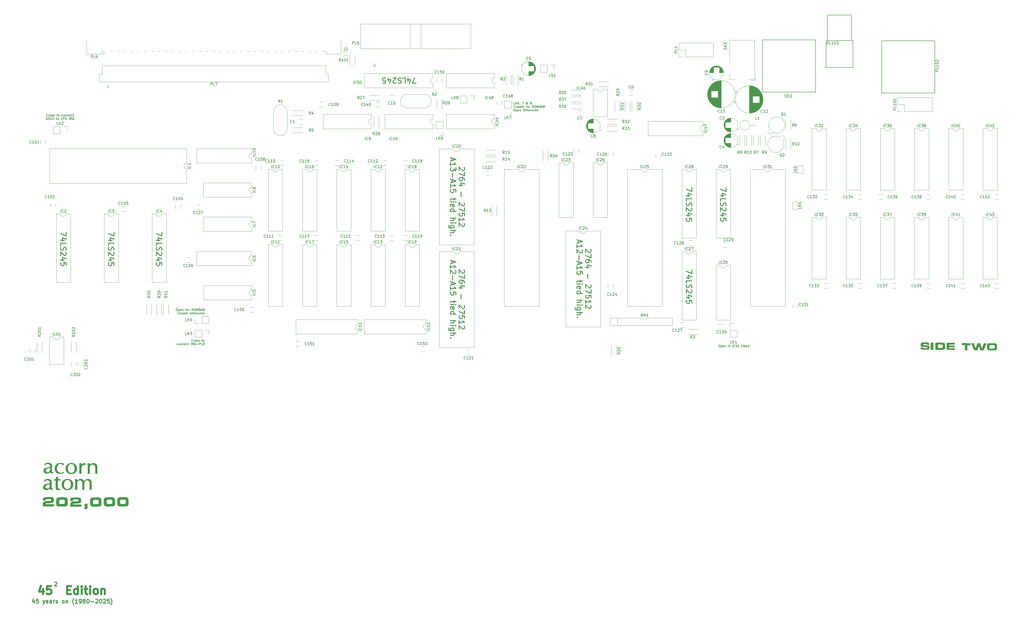
<source format=gbr>
%TF.GenerationSoftware,KiCad,Pcbnew,8.0.4*%
%TF.CreationDate,2025-01-14T13:43:07+00:00*%
%TF.ProjectId,AtomV5Board,41746f6d-5635-4426-9f61-72642e6b6963,rev?*%
%TF.SameCoordinates,Original*%
%TF.FileFunction,Legend,Top*%
%TF.FilePolarity,Positive*%
%FSLAX46Y46*%
G04 Gerber Fmt 4.6, Leading zero omitted, Abs format (unit mm)*
G04 Created by KiCad (PCBNEW 8.0.4) date 2025-01-14 13:43:07*
%MOMM*%
%LPD*%
G01*
G04 APERTURE LIST*
%ADD10C,0.375000*%
%ADD11C,0.750000*%
%ADD12C,0.150000*%
%ADD13C,0.300000*%
%ADD14C,0.120000*%
%ADD15C,0.000000*%
G04 APERTURE END LIST*
D10*
X28551710Y-232476928D02*
X28551710Y-233476928D01*
X28194567Y-231905500D02*
X27837424Y-232976928D01*
X27837424Y-232976928D02*
X28765995Y-232976928D01*
X30051709Y-231976928D02*
X29337423Y-231976928D01*
X29337423Y-231976928D02*
X29265995Y-232691214D01*
X29265995Y-232691214D02*
X29337423Y-232619785D01*
X29337423Y-232619785D02*
X29480281Y-232548357D01*
X29480281Y-232548357D02*
X29837423Y-232548357D01*
X29837423Y-232548357D02*
X29980281Y-232619785D01*
X29980281Y-232619785D02*
X30051709Y-232691214D01*
X30051709Y-232691214D02*
X30123138Y-232834071D01*
X30123138Y-232834071D02*
X30123138Y-233191214D01*
X30123138Y-233191214D02*
X30051709Y-233334071D01*
X30051709Y-233334071D02*
X29980281Y-233405500D01*
X29980281Y-233405500D02*
X29837423Y-233476928D01*
X29837423Y-233476928D02*
X29480281Y-233476928D01*
X29480281Y-233476928D02*
X29337423Y-233405500D01*
X29337423Y-233405500D02*
X29265995Y-233334071D01*
X31765994Y-232476928D02*
X32123137Y-233476928D01*
X32480280Y-232476928D02*
X32123137Y-233476928D01*
X32123137Y-233476928D02*
X31980280Y-233834071D01*
X31980280Y-233834071D02*
X31908851Y-233905500D01*
X31908851Y-233905500D02*
X31765994Y-233976928D01*
X33623137Y-233405500D02*
X33480280Y-233476928D01*
X33480280Y-233476928D02*
X33194566Y-233476928D01*
X33194566Y-233476928D02*
X33051708Y-233405500D01*
X33051708Y-233405500D02*
X32980280Y-233262642D01*
X32980280Y-233262642D02*
X32980280Y-232691214D01*
X32980280Y-232691214D02*
X33051708Y-232548357D01*
X33051708Y-232548357D02*
X33194566Y-232476928D01*
X33194566Y-232476928D02*
X33480280Y-232476928D01*
X33480280Y-232476928D02*
X33623137Y-232548357D01*
X33623137Y-232548357D02*
X33694566Y-232691214D01*
X33694566Y-232691214D02*
X33694566Y-232834071D01*
X33694566Y-232834071D02*
X32980280Y-232976928D01*
X34980280Y-233476928D02*
X34980280Y-232691214D01*
X34980280Y-232691214D02*
X34908851Y-232548357D01*
X34908851Y-232548357D02*
X34765994Y-232476928D01*
X34765994Y-232476928D02*
X34480280Y-232476928D01*
X34480280Y-232476928D02*
X34337422Y-232548357D01*
X34980280Y-233405500D02*
X34837422Y-233476928D01*
X34837422Y-233476928D02*
X34480280Y-233476928D01*
X34480280Y-233476928D02*
X34337422Y-233405500D01*
X34337422Y-233405500D02*
X34265994Y-233262642D01*
X34265994Y-233262642D02*
X34265994Y-233119785D01*
X34265994Y-233119785D02*
X34337422Y-232976928D01*
X34337422Y-232976928D02*
X34480280Y-232905500D01*
X34480280Y-232905500D02*
X34837422Y-232905500D01*
X34837422Y-232905500D02*
X34980280Y-232834071D01*
X35694565Y-233476928D02*
X35694565Y-232476928D01*
X35694565Y-232762642D02*
X35765994Y-232619785D01*
X35765994Y-232619785D02*
X35837423Y-232548357D01*
X35837423Y-232548357D02*
X35980280Y-232476928D01*
X35980280Y-232476928D02*
X36123137Y-232476928D01*
X36551708Y-233405500D02*
X36694565Y-233476928D01*
X36694565Y-233476928D02*
X36980279Y-233476928D01*
X36980279Y-233476928D02*
X37123136Y-233405500D01*
X37123136Y-233405500D02*
X37194565Y-233262642D01*
X37194565Y-233262642D02*
X37194565Y-233191214D01*
X37194565Y-233191214D02*
X37123136Y-233048357D01*
X37123136Y-233048357D02*
X36980279Y-232976928D01*
X36980279Y-232976928D02*
X36765994Y-232976928D01*
X36765994Y-232976928D02*
X36623136Y-232905500D01*
X36623136Y-232905500D02*
X36551708Y-232762642D01*
X36551708Y-232762642D02*
X36551708Y-232691214D01*
X36551708Y-232691214D02*
X36623136Y-232548357D01*
X36623136Y-232548357D02*
X36765994Y-232476928D01*
X36765994Y-232476928D02*
X36980279Y-232476928D01*
X36980279Y-232476928D02*
X37123136Y-232548357D01*
X39194565Y-233476928D02*
X39051708Y-233405500D01*
X39051708Y-233405500D02*
X38980279Y-233334071D01*
X38980279Y-233334071D02*
X38908851Y-233191214D01*
X38908851Y-233191214D02*
X38908851Y-232762642D01*
X38908851Y-232762642D02*
X38980279Y-232619785D01*
X38980279Y-232619785D02*
X39051708Y-232548357D01*
X39051708Y-232548357D02*
X39194565Y-232476928D01*
X39194565Y-232476928D02*
X39408851Y-232476928D01*
X39408851Y-232476928D02*
X39551708Y-232548357D01*
X39551708Y-232548357D02*
X39623137Y-232619785D01*
X39623137Y-232619785D02*
X39694565Y-232762642D01*
X39694565Y-232762642D02*
X39694565Y-233191214D01*
X39694565Y-233191214D02*
X39623137Y-233334071D01*
X39623137Y-233334071D02*
X39551708Y-233405500D01*
X39551708Y-233405500D02*
X39408851Y-233476928D01*
X39408851Y-233476928D02*
X39194565Y-233476928D01*
X40337422Y-232476928D02*
X40337422Y-233476928D01*
X40337422Y-232619785D02*
X40408851Y-232548357D01*
X40408851Y-232548357D02*
X40551708Y-232476928D01*
X40551708Y-232476928D02*
X40765994Y-232476928D01*
X40765994Y-232476928D02*
X40908851Y-232548357D01*
X40908851Y-232548357D02*
X40980280Y-232691214D01*
X40980280Y-232691214D02*
X40980280Y-233476928D01*
X43265994Y-234048357D02*
X43194565Y-233976928D01*
X43194565Y-233976928D02*
X43051708Y-233762642D01*
X43051708Y-233762642D02*
X42980280Y-233619785D01*
X42980280Y-233619785D02*
X42908851Y-233405500D01*
X42908851Y-233405500D02*
X42837422Y-233048357D01*
X42837422Y-233048357D02*
X42837422Y-232762642D01*
X42837422Y-232762642D02*
X42908851Y-232405500D01*
X42908851Y-232405500D02*
X42980280Y-232191214D01*
X42980280Y-232191214D02*
X43051708Y-232048357D01*
X43051708Y-232048357D02*
X43194565Y-231834071D01*
X43194565Y-231834071D02*
X43265994Y-231762642D01*
X44623137Y-233476928D02*
X43765994Y-233476928D01*
X44194565Y-233476928D02*
X44194565Y-231976928D01*
X44194565Y-231976928D02*
X44051708Y-232191214D01*
X44051708Y-232191214D02*
X43908851Y-232334071D01*
X43908851Y-232334071D02*
X43765994Y-232405500D01*
X45337422Y-233476928D02*
X45623136Y-233476928D01*
X45623136Y-233476928D02*
X45765993Y-233405500D01*
X45765993Y-233405500D02*
X45837422Y-233334071D01*
X45837422Y-233334071D02*
X45980279Y-233119785D01*
X45980279Y-233119785D02*
X46051708Y-232834071D01*
X46051708Y-232834071D02*
X46051708Y-232262642D01*
X46051708Y-232262642D02*
X45980279Y-232119785D01*
X45980279Y-232119785D02*
X45908851Y-232048357D01*
X45908851Y-232048357D02*
X45765993Y-231976928D01*
X45765993Y-231976928D02*
X45480279Y-231976928D01*
X45480279Y-231976928D02*
X45337422Y-232048357D01*
X45337422Y-232048357D02*
X45265993Y-232119785D01*
X45265993Y-232119785D02*
X45194565Y-232262642D01*
X45194565Y-232262642D02*
X45194565Y-232619785D01*
X45194565Y-232619785D02*
X45265993Y-232762642D01*
X45265993Y-232762642D02*
X45337422Y-232834071D01*
X45337422Y-232834071D02*
X45480279Y-232905500D01*
X45480279Y-232905500D02*
X45765993Y-232905500D01*
X45765993Y-232905500D02*
X45908851Y-232834071D01*
X45908851Y-232834071D02*
X45980279Y-232762642D01*
X45980279Y-232762642D02*
X46051708Y-232619785D01*
X46908850Y-232619785D02*
X46765993Y-232548357D01*
X46765993Y-232548357D02*
X46694564Y-232476928D01*
X46694564Y-232476928D02*
X46623136Y-232334071D01*
X46623136Y-232334071D02*
X46623136Y-232262642D01*
X46623136Y-232262642D02*
X46694564Y-232119785D01*
X46694564Y-232119785D02*
X46765993Y-232048357D01*
X46765993Y-232048357D02*
X46908850Y-231976928D01*
X46908850Y-231976928D02*
X47194564Y-231976928D01*
X47194564Y-231976928D02*
X47337422Y-232048357D01*
X47337422Y-232048357D02*
X47408850Y-232119785D01*
X47408850Y-232119785D02*
X47480279Y-232262642D01*
X47480279Y-232262642D02*
X47480279Y-232334071D01*
X47480279Y-232334071D02*
X47408850Y-232476928D01*
X47408850Y-232476928D02*
X47337422Y-232548357D01*
X47337422Y-232548357D02*
X47194564Y-232619785D01*
X47194564Y-232619785D02*
X46908850Y-232619785D01*
X46908850Y-232619785D02*
X46765993Y-232691214D01*
X46765993Y-232691214D02*
X46694564Y-232762642D01*
X46694564Y-232762642D02*
X46623136Y-232905500D01*
X46623136Y-232905500D02*
X46623136Y-233191214D01*
X46623136Y-233191214D02*
X46694564Y-233334071D01*
X46694564Y-233334071D02*
X46765993Y-233405500D01*
X46765993Y-233405500D02*
X46908850Y-233476928D01*
X46908850Y-233476928D02*
X47194564Y-233476928D01*
X47194564Y-233476928D02*
X47337422Y-233405500D01*
X47337422Y-233405500D02*
X47408850Y-233334071D01*
X47408850Y-233334071D02*
X47480279Y-233191214D01*
X47480279Y-233191214D02*
X47480279Y-232905500D01*
X47480279Y-232905500D02*
X47408850Y-232762642D01*
X47408850Y-232762642D02*
X47337422Y-232691214D01*
X47337422Y-232691214D02*
X47194564Y-232619785D01*
X48408850Y-231976928D02*
X48551707Y-231976928D01*
X48551707Y-231976928D02*
X48694564Y-232048357D01*
X48694564Y-232048357D02*
X48765993Y-232119785D01*
X48765993Y-232119785D02*
X48837421Y-232262642D01*
X48837421Y-232262642D02*
X48908850Y-232548357D01*
X48908850Y-232548357D02*
X48908850Y-232905500D01*
X48908850Y-232905500D02*
X48837421Y-233191214D01*
X48837421Y-233191214D02*
X48765993Y-233334071D01*
X48765993Y-233334071D02*
X48694564Y-233405500D01*
X48694564Y-233405500D02*
X48551707Y-233476928D01*
X48551707Y-233476928D02*
X48408850Y-233476928D01*
X48408850Y-233476928D02*
X48265993Y-233405500D01*
X48265993Y-233405500D02*
X48194564Y-233334071D01*
X48194564Y-233334071D02*
X48123135Y-233191214D01*
X48123135Y-233191214D02*
X48051707Y-232905500D01*
X48051707Y-232905500D02*
X48051707Y-232548357D01*
X48051707Y-232548357D02*
X48123135Y-232262642D01*
X48123135Y-232262642D02*
X48194564Y-232119785D01*
X48194564Y-232119785D02*
X48265993Y-232048357D01*
X48265993Y-232048357D02*
X48408850Y-231976928D01*
X49551706Y-232905500D02*
X50694564Y-232905500D01*
X51337421Y-232119785D02*
X51408849Y-232048357D01*
X51408849Y-232048357D02*
X51551707Y-231976928D01*
X51551707Y-231976928D02*
X51908849Y-231976928D01*
X51908849Y-231976928D02*
X52051707Y-232048357D01*
X52051707Y-232048357D02*
X52123135Y-232119785D01*
X52123135Y-232119785D02*
X52194564Y-232262642D01*
X52194564Y-232262642D02*
X52194564Y-232405500D01*
X52194564Y-232405500D02*
X52123135Y-232619785D01*
X52123135Y-232619785D02*
X51265992Y-233476928D01*
X51265992Y-233476928D02*
X52194564Y-233476928D01*
X53123135Y-231976928D02*
X53265992Y-231976928D01*
X53265992Y-231976928D02*
X53408849Y-232048357D01*
X53408849Y-232048357D02*
X53480278Y-232119785D01*
X53480278Y-232119785D02*
X53551706Y-232262642D01*
X53551706Y-232262642D02*
X53623135Y-232548357D01*
X53623135Y-232548357D02*
X53623135Y-232905500D01*
X53623135Y-232905500D02*
X53551706Y-233191214D01*
X53551706Y-233191214D02*
X53480278Y-233334071D01*
X53480278Y-233334071D02*
X53408849Y-233405500D01*
X53408849Y-233405500D02*
X53265992Y-233476928D01*
X53265992Y-233476928D02*
X53123135Y-233476928D01*
X53123135Y-233476928D02*
X52980278Y-233405500D01*
X52980278Y-233405500D02*
X52908849Y-233334071D01*
X52908849Y-233334071D02*
X52837420Y-233191214D01*
X52837420Y-233191214D02*
X52765992Y-232905500D01*
X52765992Y-232905500D02*
X52765992Y-232548357D01*
X52765992Y-232548357D02*
X52837420Y-232262642D01*
X52837420Y-232262642D02*
X52908849Y-232119785D01*
X52908849Y-232119785D02*
X52980278Y-232048357D01*
X52980278Y-232048357D02*
X53123135Y-231976928D01*
X54194563Y-232119785D02*
X54265991Y-232048357D01*
X54265991Y-232048357D02*
X54408849Y-231976928D01*
X54408849Y-231976928D02*
X54765991Y-231976928D01*
X54765991Y-231976928D02*
X54908849Y-232048357D01*
X54908849Y-232048357D02*
X54980277Y-232119785D01*
X54980277Y-232119785D02*
X55051706Y-232262642D01*
X55051706Y-232262642D02*
X55051706Y-232405500D01*
X55051706Y-232405500D02*
X54980277Y-232619785D01*
X54980277Y-232619785D02*
X54123134Y-233476928D01*
X54123134Y-233476928D02*
X55051706Y-233476928D01*
X56408848Y-231976928D02*
X55694562Y-231976928D01*
X55694562Y-231976928D02*
X55623134Y-232691214D01*
X55623134Y-232691214D02*
X55694562Y-232619785D01*
X55694562Y-232619785D02*
X55837420Y-232548357D01*
X55837420Y-232548357D02*
X56194562Y-232548357D01*
X56194562Y-232548357D02*
X56337420Y-232619785D01*
X56337420Y-232619785D02*
X56408848Y-232691214D01*
X56408848Y-232691214D02*
X56480277Y-232834071D01*
X56480277Y-232834071D02*
X56480277Y-233191214D01*
X56480277Y-233191214D02*
X56408848Y-233334071D01*
X56408848Y-233334071D02*
X56337420Y-233405500D01*
X56337420Y-233405500D02*
X56194562Y-233476928D01*
X56194562Y-233476928D02*
X55837420Y-233476928D01*
X55837420Y-233476928D02*
X55694562Y-233405500D01*
X55694562Y-233405500D02*
X55623134Y-233334071D01*
X56980276Y-234048357D02*
X57051705Y-233976928D01*
X57051705Y-233976928D02*
X57194562Y-233762642D01*
X57194562Y-233762642D02*
X57265991Y-233619785D01*
X57265991Y-233619785D02*
X57337419Y-233405500D01*
X57337419Y-233405500D02*
X57408848Y-233048357D01*
X57408848Y-233048357D02*
X57408848Y-232762642D01*
X57408848Y-232762642D02*
X57337419Y-232405500D01*
X57337419Y-232405500D02*
X57265991Y-232191214D01*
X57265991Y-232191214D02*
X57194562Y-232048357D01*
X57194562Y-232048357D02*
X57051705Y-231834071D01*
X57051705Y-231834071D02*
X56980276Y-231762642D01*
X36092424Y-225769785D02*
X36163852Y-225698357D01*
X36163852Y-225698357D02*
X36306710Y-225626928D01*
X36306710Y-225626928D02*
X36663852Y-225626928D01*
X36663852Y-225626928D02*
X36806710Y-225698357D01*
X36806710Y-225698357D02*
X36878138Y-225769785D01*
X36878138Y-225769785D02*
X36949567Y-225912642D01*
X36949567Y-225912642D02*
X36949567Y-226055500D01*
X36949567Y-226055500D02*
X36878138Y-226269785D01*
X36878138Y-226269785D02*
X36020995Y-227126928D01*
X36020995Y-227126928D02*
X36949567Y-227126928D01*
D11*
X31703421Y-228098857D02*
X31703421Y-230098857D01*
X30989135Y-226956000D02*
X30274849Y-229098857D01*
X30274849Y-229098857D02*
X32131992Y-229098857D01*
X34703421Y-227098857D02*
X33274849Y-227098857D01*
X33274849Y-227098857D02*
X33131992Y-228527428D01*
X33131992Y-228527428D02*
X33274849Y-228384571D01*
X33274849Y-228384571D02*
X33560564Y-228241714D01*
X33560564Y-228241714D02*
X34274849Y-228241714D01*
X34274849Y-228241714D02*
X34560564Y-228384571D01*
X34560564Y-228384571D02*
X34703421Y-228527428D01*
X34703421Y-228527428D02*
X34846278Y-228813142D01*
X34846278Y-228813142D02*
X34846278Y-229527428D01*
X34846278Y-229527428D02*
X34703421Y-229813142D01*
X34703421Y-229813142D02*
X34560564Y-229956000D01*
X34560564Y-229956000D02*
X34274849Y-230098857D01*
X34274849Y-230098857D02*
X33560564Y-230098857D01*
X33560564Y-230098857D02*
X33274849Y-229956000D01*
X33274849Y-229956000D02*
X33131992Y-229813142D01*
X40703420Y-228527428D02*
X41703420Y-228527428D01*
X42131992Y-230098857D02*
X40703420Y-230098857D01*
X40703420Y-230098857D02*
X40703420Y-227098857D01*
X40703420Y-227098857D02*
X42131992Y-227098857D01*
X44703421Y-230098857D02*
X44703421Y-227098857D01*
X44703421Y-229956000D02*
X44417706Y-230098857D01*
X44417706Y-230098857D02*
X43846278Y-230098857D01*
X43846278Y-230098857D02*
X43560563Y-229956000D01*
X43560563Y-229956000D02*
X43417706Y-229813142D01*
X43417706Y-229813142D02*
X43274849Y-229527428D01*
X43274849Y-229527428D02*
X43274849Y-228670285D01*
X43274849Y-228670285D02*
X43417706Y-228384571D01*
X43417706Y-228384571D02*
X43560563Y-228241714D01*
X43560563Y-228241714D02*
X43846278Y-228098857D01*
X43846278Y-228098857D02*
X44417706Y-228098857D01*
X44417706Y-228098857D02*
X44703421Y-228241714D01*
X46131992Y-230098857D02*
X46131992Y-228098857D01*
X46131992Y-227098857D02*
X45989135Y-227241714D01*
X45989135Y-227241714D02*
X46131992Y-227384571D01*
X46131992Y-227384571D02*
X46274849Y-227241714D01*
X46274849Y-227241714D02*
X46131992Y-227098857D01*
X46131992Y-227098857D02*
X46131992Y-227384571D01*
X47131992Y-228098857D02*
X48274849Y-228098857D01*
X47560563Y-227098857D02*
X47560563Y-229670285D01*
X47560563Y-229670285D02*
X47703420Y-229956000D01*
X47703420Y-229956000D02*
X47989135Y-230098857D01*
X47989135Y-230098857D02*
X48274849Y-230098857D01*
X49274849Y-230098857D02*
X49274849Y-228098857D01*
X49274849Y-227098857D02*
X49131992Y-227241714D01*
X49131992Y-227241714D02*
X49274849Y-227384571D01*
X49274849Y-227384571D02*
X49417706Y-227241714D01*
X49417706Y-227241714D02*
X49274849Y-227098857D01*
X49274849Y-227098857D02*
X49274849Y-227384571D01*
X51131992Y-230098857D02*
X50846277Y-229956000D01*
X50846277Y-229956000D02*
X50703420Y-229813142D01*
X50703420Y-229813142D02*
X50560563Y-229527428D01*
X50560563Y-229527428D02*
X50560563Y-228670285D01*
X50560563Y-228670285D02*
X50703420Y-228384571D01*
X50703420Y-228384571D02*
X50846277Y-228241714D01*
X50846277Y-228241714D02*
X51131992Y-228098857D01*
X51131992Y-228098857D02*
X51560563Y-228098857D01*
X51560563Y-228098857D02*
X51846277Y-228241714D01*
X51846277Y-228241714D02*
X51989135Y-228384571D01*
X51989135Y-228384571D02*
X52131992Y-228670285D01*
X52131992Y-228670285D02*
X52131992Y-229527428D01*
X52131992Y-229527428D02*
X51989135Y-229813142D01*
X51989135Y-229813142D02*
X51846277Y-229956000D01*
X51846277Y-229956000D02*
X51560563Y-230098857D01*
X51560563Y-230098857D02*
X51131992Y-230098857D01*
X53417706Y-228098857D02*
X53417706Y-230098857D01*
X53417706Y-228384571D02*
X53560563Y-228241714D01*
X53560563Y-228241714D02*
X53846278Y-228098857D01*
X53846278Y-228098857D02*
X54274849Y-228098857D01*
X54274849Y-228098857D02*
X54560563Y-228241714D01*
X54560563Y-228241714D02*
X54703421Y-228527428D01*
X54703421Y-228527428D02*
X54703421Y-230098857D01*
D12*
X283016541Y-137524295D02*
X283168922Y-137524295D01*
X283168922Y-137524295D02*
X283245112Y-137562390D01*
X283245112Y-137562390D02*
X283321303Y-137638580D01*
X283321303Y-137638580D02*
X283359398Y-137790961D01*
X283359398Y-137790961D02*
X283359398Y-138057628D01*
X283359398Y-138057628D02*
X283321303Y-138210009D01*
X283321303Y-138210009D02*
X283245112Y-138286200D01*
X283245112Y-138286200D02*
X283168922Y-138324295D01*
X283168922Y-138324295D02*
X283016541Y-138324295D01*
X283016541Y-138324295D02*
X282940350Y-138286200D01*
X282940350Y-138286200D02*
X282864160Y-138210009D01*
X282864160Y-138210009D02*
X282826064Y-138057628D01*
X282826064Y-138057628D02*
X282826064Y-137790961D01*
X282826064Y-137790961D02*
X282864160Y-137638580D01*
X282864160Y-137638580D02*
X282940350Y-137562390D01*
X282940350Y-137562390D02*
X283016541Y-137524295D01*
X283702255Y-137790961D02*
X283702255Y-138590961D01*
X283702255Y-137829057D02*
X283778445Y-137790961D01*
X283778445Y-137790961D02*
X283930826Y-137790961D01*
X283930826Y-137790961D02*
X284007017Y-137829057D01*
X284007017Y-137829057D02*
X284045112Y-137867152D01*
X284045112Y-137867152D02*
X284083207Y-137943342D01*
X284083207Y-137943342D02*
X284083207Y-138171914D01*
X284083207Y-138171914D02*
X284045112Y-138248104D01*
X284045112Y-138248104D02*
X284007017Y-138286200D01*
X284007017Y-138286200D02*
X283930826Y-138324295D01*
X283930826Y-138324295D02*
X283778445Y-138324295D01*
X283778445Y-138324295D02*
X283702255Y-138286200D01*
X284730827Y-138286200D02*
X284654636Y-138324295D01*
X284654636Y-138324295D02*
X284502255Y-138324295D01*
X284502255Y-138324295D02*
X284426065Y-138286200D01*
X284426065Y-138286200D02*
X284387969Y-138210009D01*
X284387969Y-138210009D02*
X284387969Y-137905247D01*
X284387969Y-137905247D02*
X284426065Y-137829057D01*
X284426065Y-137829057D02*
X284502255Y-137790961D01*
X284502255Y-137790961D02*
X284654636Y-137790961D01*
X284654636Y-137790961D02*
X284730827Y-137829057D01*
X284730827Y-137829057D02*
X284768922Y-137905247D01*
X284768922Y-137905247D02*
X284768922Y-137981438D01*
X284768922Y-137981438D02*
X284387969Y-138057628D01*
X285111779Y-137790961D02*
X285111779Y-138324295D01*
X285111779Y-137867152D02*
X285149874Y-137829057D01*
X285149874Y-137829057D02*
X285226064Y-137790961D01*
X285226064Y-137790961D02*
X285340350Y-137790961D01*
X285340350Y-137790961D02*
X285416541Y-137829057D01*
X285416541Y-137829057D02*
X285454636Y-137905247D01*
X285454636Y-137905247D02*
X285454636Y-138324295D01*
X286445113Y-138324295D02*
X286445113Y-137790961D01*
X286445113Y-137524295D02*
X286407017Y-137562390D01*
X286407017Y-137562390D02*
X286445113Y-137600485D01*
X286445113Y-137600485D02*
X286483208Y-137562390D01*
X286483208Y-137562390D02*
X286445113Y-137524295D01*
X286445113Y-137524295D02*
X286445113Y-137600485D01*
X286711779Y-137790961D02*
X287016541Y-137790961D01*
X286826065Y-138324295D02*
X286826065Y-137638580D01*
X286826065Y-137638580D02*
X286864160Y-137562390D01*
X286864160Y-137562390D02*
X286940350Y-137524295D01*
X286940350Y-137524295D02*
X287016541Y-137524295D01*
X287892732Y-138324295D02*
X287892732Y-137524295D01*
X288730827Y-138248104D02*
X288692731Y-138286200D01*
X288692731Y-138286200D02*
X288578446Y-138324295D01*
X288578446Y-138324295D02*
X288502255Y-138324295D01*
X288502255Y-138324295D02*
X288387969Y-138286200D01*
X288387969Y-138286200D02*
X288311779Y-138210009D01*
X288311779Y-138210009D02*
X288273684Y-138133819D01*
X288273684Y-138133819D02*
X288235588Y-137981438D01*
X288235588Y-137981438D02*
X288235588Y-137867152D01*
X288235588Y-137867152D02*
X288273684Y-137714771D01*
X288273684Y-137714771D02*
X288311779Y-137638580D01*
X288311779Y-137638580D02*
X288387969Y-137562390D01*
X288387969Y-137562390D02*
X288502255Y-137524295D01*
X288502255Y-137524295D02*
X288578446Y-137524295D01*
X288578446Y-137524295D02*
X288692731Y-137562390D01*
X288692731Y-137562390D02*
X288730827Y-137600485D01*
X288997493Y-137524295D02*
X289492731Y-137524295D01*
X289492731Y-137524295D02*
X289226065Y-137829057D01*
X289226065Y-137829057D02*
X289340350Y-137829057D01*
X289340350Y-137829057D02*
X289416541Y-137867152D01*
X289416541Y-137867152D02*
X289454636Y-137905247D01*
X289454636Y-137905247D02*
X289492731Y-137981438D01*
X289492731Y-137981438D02*
X289492731Y-138171914D01*
X289492731Y-138171914D02*
X289454636Y-138248104D01*
X289454636Y-138248104D02*
X289416541Y-138286200D01*
X289416541Y-138286200D02*
X289340350Y-138324295D01*
X289340350Y-138324295D02*
X289111779Y-138324295D01*
X289111779Y-138324295D02*
X289035588Y-138286200D01*
X289035588Y-138286200D02*
X288997493Y-138248104D01*
X289987970Y-137524295D02*
X290064160Y-137524295D01*
X290064160Y-137524295D02*
X290140351Y-137562390D01*
X290140351Y-137562390D02*
X290178446Y-137600485D01*
X290178446Y-137600485D02*
X290216541Y-137676676D01*
X290216541Y-137676676D02*
X290254636Y-137829057D01*
X290254636Y-137829057D02*
X290254636Y-138019533D01*
X290254636Y-138019533D02*
X290216541Y-138171914D01*
X290216541Y-138171914D02*
X290178446Y-138248104D01*
X290178446Y-138248104D02*
X290140351Y-138286200D01*
X290140351Y-138286200D02*
X290064160Y-138324295D01*
X290064160Y-138324295D02*
X289987970Y-138324295D01*
X289987970Y-138324295D02*
X289911779Y-138286200D01*
X289911779Y-138286200D02*
X289873684Y-138248104D01*
X289873684Y-138248104D02*
X289835589Y-138171914D01*
X289835589Y-138171914D02*
X289797493Y-138019533D01*
X289797493Y-138019533D02*
X289797493Y-137829057D01*
X289797493Y-137829057D02*
X289835589Y-137676676D01*
X289835589Y-137676676D02*
X289873684Y-137600485D01*
X289873684Y-137600485D02*
X289911779Y-137562390D01*
X289911779Y-137562390D02*
X289987970Y-137524295D01*
X291092732Y-137790961D02*
X291397494Y-137790961D01*
X291207018Y-138324295D02*
X291207018Y-137638580D01*
X291207018Y-137638580D02*
X291245113Y-137562390D01*
X291245113Y-137562390D02*
X291321303Y-137524295D01*
X291321303Y-137524295D02*
X291397494Y-137524295D01*
X291664161Y-138324295D02*
X291664161Y-137790961D01*
X291664161Y-137524295D02*
X291626065Y-137562390D01*
X291626065Y-137562390D02*
X291664161Y-137600485D01*
X291664161Y-137600485D02*
X291702256Y-137562390D01*
X291702256Y-137562390D02*
X291664161Y-137524295D01*
X291664161Y-137524295D02*
X291664161Y-137600485D01*
X291930827Y-137790961D02*
X292235589Y-137790961D01*
X292045113Y-137524295D02*
X292045113Y-138210009D01*
X292045113Y-138210009D02*
X292083208Y-138286200D01*
X292083208Y-138286200D02*
X292159398Y-138324295D01*
X292159398Y-138324295D02*
X292235589Y-138324295D01*
X292387970Y-137790961D02*
X292692732Y-137790961D01*
X292502256Y-137524295D02*
X292502256Y-138210009D01*
X292502256Y-138210009D02*
X292540351Y-138286200D01*
X292540351Y-138286200D02*
X292616541Y-138324295D01*
X292616541Y-138324295D02*
X292692732Y-138324295D01*
X293264161Y-138286200D02*
X293187970Y-138324295D01*
X293187970Y-138324295D02*
X293035589Y-138324295D01*
X293035589Y-138324295D02*
X292959399Y-138286200D01*
X292959399Y-138286200D02*
X292921303Y-138210009D01*
X292921303Y-138210009D02*
X292921303Y-137905247D01*
X292921303Y-137905247D02*
X292959399Y-137829057D01*
X292959399Y-137829057D02*
X293035589Y-137790961D01*
X293035589Y-137790961D02*
X293187970Y-137790961D01*
X293187970Y-137790961D02*
X293264161Y-137829057D01*
X293264161Y-137829057D02*
X293302256Y-137905247D01*
X293302256Y-137905247D02*
X293302256Y-137981438D01*
X293302256Y-137981438D02*
X292921303Y-138057628D01*
X293987970Y-138324295D02*
X293987970Y-137524295D01*
X293987970Y-138286200D02*
X293911779Y-138324295D01*
X293911779Y-138324295D02*
X293759398Y-138324295D01*
X293759398Y-138324295D02*
X293683208Y-138286200D01*
X293683208Y-138286200D02*
X293645113Y-138248104D01*
X293645113Y-138248104D02*
X293607017Y-138171914D01*
X293607017Y-138171914D02*
X293607017Y-137943342D01*
X293607017Y-137943342D02*
X293645113Y-137867152D01*
X293645113Y-137867152D02*
X293683208Y-137829057D01*
X293683208Y-137829057D02*
X293759398Y-137790961D01*
X293759398Y-137790961D02*
X293911779Y-137790961D01*
X293911779Y-137790961D02*
X293987970Y-137829057D01*
D13*
X188169773Y-71597618D02*
X188265011Y-71692856D01*
X188265011Y-71692856D02*
X188360249Y-71883332D01*
X188360249Y-71883332D02*
X188360249Y-72359523D01*
X188360249Y-72359523D02*
X188265011Y-72549999D01*
X188265011Y-72549999D02*
X188169773Y-72645237D01*
X188169773Y-72645237D02*
X187979297Y-72740475D01*
X187979297Y-72740475D02*
X187788821Y-72740475D01*
X187788821Y-72740475D02*
X187503107Y-72645237D01*
X187503107Y-72645237D02*
X186360249Y-71502380D01*
X186360249Y-71502380D02*
X186360249Y-72740475D01*
X188360249Y-73407142D02*
X188360249Y-74740475D01*
X188360249Y-74740475D02*
X186360249Y-73883332D01*
X188360249Y-76359523D02*
X188360249Y-75978570D01*
X188360249Y-75978570D02*
X188265011Y-75788094D01*
X188265011Y-75788094D02*
X188169773Y-75692856D01*
X188169773Y-75692856D02*
X187884059Y-75502380D01*
X187884059Y-75502380D02*
X187503107Y-75407142D01*
X187503107Y-75407142D02*
X186741202Y-75407142D01*
X186741202Y-75407142D02*
X186550726Y-75502380D01*
X186550726Y-75502380D02*
X186455488Y-75597618D01*
X186455488Y-75597618D02*
X186360249Y-75788094D01*
X186360249Y-75788094D02*
X186360249Y-76169047D01*
X186360249Y-76169047D02*
X186455488Y-76359523D01*
X186455488Y-76359523D02*
X186550726Y-76454761D01*
X186550726Y-76454761D02*
X186741202Y-76549999D01*
X186741202Y-76549999D02*
X187217392Y-76549999D01*
X187217392Y-76549999D02*
X187407868Y-76454761D01*
X187407868Y-76454761D02*
X187503107Y-76359523D01*
X187503107Y-76359523D02*
X187598345Y-76169047D01*
X187598345Y-76169047D02*
X187598345Y-75788094D01*
X187598345Y-75788094D02*
X187503107Y-75597618D01*
X187503107Y-75597618D02*
X187407868Y-75502380D01*
X187407868Y-75502380D02*
X187217392Y-75407142D01*
X187693583Y-78264285D02*
X186360249Y-78264285D01*
X188455488Y-77788094D02*
X187026916Y-77311904D01*
X187026916Y-77311904D02*
X187026916Y-78549999D01*
X187122154Y-80835714D02*
X187122154Y-82359524D01*
X188169773Y-84740476D02*
X188265011Y-84835714D01*
X188265011Y-84835714D02*
X188360249Y-85026190D01*
X188360249Y-85026190D02*
X188360249Y-85502381D01*
X188360249Y-85502381D02*
X188265011Y-85692857D01*
X188265011Y-85692857D02*
X188169773Y-85788095D01*
X188169773Y-85788095D02*
X187979297Y-85883333D01*
X187979297Y-85883333D02*
X187788821Y-85883333D01*
X187788821Y-85883333D02*
X187503107Y-85788095D01*
X187503107Y-85788095D02*
X186360249Y-84645238D01*
X186360249Y-84645238D02*
X186360249Y-85883333D01*
X188360249Y-86550000D02*
X188360249Y-87883333D01*
X188360249Y-87883333D02*
X186360249Y-87026190D01*
X188360249Y-89597619D02*
X188360249Y-88645238D01*
X188360249Y-88645238D02*
X187407868Y-88550000D01*
X187407868Y-88550000D02*
X187503107Y-88645238D01*
X187503107Y-88645238D02*
X187598345Y-88835714D01*
X187598345Y-88835714D02*
X187598345Y-89311905D01*
X187598345Y-89311905D02*
X187503107Y-89502381D01*
X187503107Y-89502381D02*
X187407868Y-89597619D01*
X187407868Y-89597619D02*
X187217392Y-89692857D01*
X187217392Y-89692857D02*
X186741202Y-89692857D01*
X186741202Y-89692857D02*
X186550726Y-89597619D01*
X186550726Y-89597619D02*
X186455488Y-89502381D01*
X186455488Y-89502381D02*
X186360249Y-89311905D01*
X186360249Y-89311905D02*
X186360249Y-88835714D01*
X186360249Y-88835714D02*
X186455488Y-88645238D01*
X186455488Y-88645238D02*
X186550726Y-88550000D01*
X186360249Y-91597619D02*
X186360249Y-90454762D01*
X186360249Y-91026190D02*
X188360249Y-91026190D01*
X188360249Y-91026190D02*
X188074535Y-90835714D01*
X188074535Y-90835714D02*
X187884059Y-90645238D01*
X187884059Y-90645238D02*
X187788821Y-90454762D01*
X188169773Y-92359524D02*
X188265011Y-92454762D01*
X188265011Y-92454762D02*
X188360249Y-92645238D01*
X188360249Y-92645238D02*
X188360249Y-93121429D01*
X188360249Y-93121429D02*
X188265011Y-93311905D01*
X188265011Y-93311905D02*
X188169773Y-93407143D01*
X188169773Y-93407143D02*
X187979297Y-93502381D01*
X187979297Y-93502381D02*
X187788821Y-93502381D01*
X187788821Y-93502381D02*
X187503107Y-93407143D01*
X187503107Y-93407143D02*
X186360249Y-92264286D01*
X186360249Y-92264286D02*
X186360249Y-93502381D01*
X183711790Y-68169046D02*
X183711790Y-69121427D01*
X183140361Y-67978570D02*
X185140361Y-68645236D01*
X185140361Y-68645236D02*
X183140361Y-69311903D01*
X183140361Y-71026189D02*
X183140361Y-69883332D01*
X183140361Y-70454760D02*
X185140361Y-70454760D01*
X185140361Y-70454760D02*
X184854647Y-70264284D01*
X184854647Y-70264284D02*
X184664171Y-70073808D01*
X184664171Y-70073808D02*
X184568933Y-69883332D01*
X185140361Y-71692856D02*
X185140361Y-72930951D01*
X185140361Y-72930951D02*
X184378457Y-72264284D01*
X184378457Y-72264284D02*
X184378457Y-72549999D01*
X184378457Y-72549999D02*
X184283219Y-72740475D01*
X184283219Y-72740475D02*
X184187980Y-72835713D01*
X184187980Y-72835713D02*
X183997504Y-72930951D01*
X183997504Y-72930951D02*
X183521314Y-72930951D01*
X183521314Y-72930951D02*
X183330838Y-72835713D01*
X183330838Y-72835713D02*
X183235600Y-72740475D01*
X183235600Y-72740475D02*
X183140361Y-72549999D01*
X183140361Y-72549999D02*
X183140361Y-71978570D01*
X183140361Y-71978570D02*
X183235600Y-71788094D01*
X183235600Y-71788094D02*
X183330838Y-71692856D01*
X183902266Y-73788094D02*
X183902266Y-75311904D01*
X183711790Y-76169046D02*
X183711790Y-77121427D01*
X183140361Y-75978570D02*
X185140361Y-76645236D01*
X185140361Y-76645236D02*
X183140361Y-77311903D01*
X183140361Y-79026189D02*
X183140361Y-77883332D01*
X183140361Y-78454760D02*
X185140361Y-78454760D01*
X185140361Y-78454760D02*
X184854647Y-78264284D01*
X184854647Y-78264284D02*
X184664171Y-78073808D01*
X184664171Y-78073808D02*
X184568933Y-77883332D01*
X185140361Y-80835713D02*
X185140361Y-79883332D01*
X185140361Y-79883332D02*
X184187980Y-79788094D01*
X184187980Y-79788094D02*
X184283219Y-79883332D01*
X184283219Y-79883332D02*
X184378457Y-80073808D01*
X184378457Y-80073808D02*
X184378457Y-80549999D01*
X184378457Y-80549999D02*
X184283219Y-80740475D01*
X184283219Y-80740475D02*
X184187980Y-80835713D01*
X184187980Y-80835713D02*
X183997504Y-80930951D01*
X183997504Y-80930951D02*
X183521314Y-80930951D01*
X183521314Y-80930951D02*
X183330838Y-80835713D01*
X183330838Y-80835713D02*
X183235600Y-80740475D01*
X183235600Y-80740475D02*
X183140361Y-80549999D01*
X183140361Y-80549999D02*
X183140361Y-80073808D01*
X183140361Y-80073808D02*
X183235600Y-79883332D01*
X183235600Y-79883332D02*
X183330838Y-79788094D01*
X184473695Y-83026190D02*
X184473695Y-83788094D01*
X185140361Y-83311904D02*
X183426076Y-83311904D01*
X183426076Y-83311904D02*
X183235600Y-83407142D01*
X183235600Y-83407142D02*
X183140361Y-83597618D01*
X183140361Y-83597618D02*
X183140361Y-83788094D01*
X183140361Y-84454761D02*
X184473695Y-84454761D01*
X185140361Y-84454761D02*
X185045123Y-84359523D01*
X185045123Y-84359523D02*
X184949885Y-84454761D01*
X184949885Y-84454761D02*
X185045123Y-84549999D01*
X185045123Y-84549999D02*
X185140361Y-84454761D01*
X185140361Y-84454761D02*
X184949885Y-84454761D01*
X183235600Y-86169047D02*
X183140361Y-85978571D01*
X183140361Y-85978571D02*
X183140361Y-85597618D01*
X183140361Y-85597618D02*
X183235600Y-85407142D01*
X183235600Y-85407142D02*
X183426076Y-85311904D01*
X183426076Y-85311904D02*
X184187980Y-85311904D01*
X184187980Y-85311904D02*
X184378457Y-85407142D01*
X184378457Y-85407142D02*
X184473695Y-85597618D01*
X184473695Y-85597618D02*
X184473695Y-85978571D01*
X184473695Y-85978571D02*
X184378457Y-86169047D01*
X184378457Y-86169047D02*
X184187980Y-86264285D01*
X184187980Y-86264285D02*
X183997504Y-86264285D01*
X183997504Y-86264285D02*
X183807028Y-85311904D01*
X183140361Y-87978571D02*
X185140361Y-87978571D01*
X183235600Y-87978571D02*
X183140361Y-87788095D01*
X183140361Y-87788095D02*
X183140361Y-87407142D01*
X183140361Y-87407142D02*
X183235600Y-87216666D01*
X183235600Y-87216666D02*
X183330838Y-87121428D01*
X183330838Y-87121428D02*
X183521314Y-87026190D01*
X183521314Y-87026190D02*
X184092742Y-87026190D01*
X184092742Y-87026190D02*
X184283219Y-87121428D01*
X184283219Y-87121428D02*
X184378457Y-87216666D01*
X184378457Y-87216666D02*
X184473695Y-87407142D01*
X184473695Y-87407142D02*
X184473695Y-87788095D01*
X184473695Y-87788095D02*
X184378457Y-87978571D01*
X183140361Y-90454762D02*
X185140361Y-90454762D01*
X183140361Y-91311905D02*
X184187980Y-91311905D01*
X184187980Y-91311905D02*
X184378457Y-91216667D01*
X184378457Y-91216667D02*
X184473695Y-91026191D01*
X184473695Y-91026191D02*
X184473695Y-90740476D01*
X184473695Y-90740476D02*
X184378457Y-90550000D01*
X184378457Y-90550000D02*
X184283219Y-90454762D01*
X183140361Y-92264286D02*
X184473695Y-92264286D01*
X185140361Y-92264286D02*
X185045123Y-92169048D01*
X185045123Y-92169048D02*
X184949885Y-92264286D01*
X184949885Y-92264286D02*
X185045123Y-92359524D01*
X185045123Y-92359524D02*
X185140361Y-92264286D01*
X185140361Y-92264286D02*
X184949885Y-92264286D01*
X184473695Y-94073810D02*
X182854647Y-94073810D01*
X182854647Y-94073810D02*
X182664171Y-93978572D01*
X182664171Y-93978572D02*
X182568933Y-93883334D01*
X182568933Y-93883334D02*
X182473695Y-93692857D01*
X182473695Y-93692857D02*
X182473695Y-93407143D01*
X182473695Y-93407143D02*
X182568933Y-93216667D01*
X183235600Y-94073810D02*
X183140361Y-93883334D01*
X183140361Y-93883334D02*
X183140361Y-93502381D01*
X183140361Y-93502381D02*
X183235600Y-93311905D01*
X183235600Y-93311905D02*
X183330838Y-93216667D01*
X183330838Y-93216667D02*
X183521314Y-93121429D01*
X183521314Y-93121429D02*
X184092742Y-93121429D01*
X184092742Y-93121429D02*
X184283219Y-93216667D01*
X184283219Y-93216667D02*
X184378457Y-93311905D01*
X184378457Y-93311905D02*
X184473695Y-93502381D01*
X184473695Y-93502381D02*
X184473695Y-93883334D01*
X184473695Y-93883334D02*
X184378457Y-94073810D01*
X183140361Y-95026191D02*
X185140361Y-95026191D01*
X183140361Y-95883334D02*
X184187980Y-95883334D01*
X184187980Y-95883334D02*
X184378457Y-95788096D01*
X184378457Y-95788096D02*
X184473695Y-95597620D01*
X184473695Y-95597620D02*
X184473695Y-95311905D01*
X184473695Y-95311905D02*
X184378457Y-95121429D01*
X184378457Y-95121429D02*
X184283219Y-95026191D01*
X183330838Y-96835715D02*
X183235600Y-96930953D01*
X183235600Y-96930953D02*
X183140361Y-96835715D01*
X183140361Y-96835715D02*
X183235600Y-96740477D01*
X183235600Y-96740477D02*
X183330838Y-96835715D01*
X183330838Y-96835715D02*
X183140361Y-96835715D01*
X272770361Y-79223082D02*
X272770361Y-80556415D01*
X272770361Y-80556415D02*
X270770361Y-79699272D01*
X272103695Y-82175463D02*
X270770361Y-82175463D01*
X272865600Y-81699272D02*
X271437028Y-81223082D01*
X271437028Y-81223082D02*
X271437028Y-82461177D01*
X270770361Y-84175463D02*
X270770361Y-83223082D01*
X270770361Y-83223082D02*
X272770361Y-83223082D01*
X270865600Y-84746892D02*
X270770361Y-85032606D01*
X270770361Y-85032606D02*
X270770361Y-85508797D01*
X270770361Y-85508797D02*
X270865600Y-85699273D01*
X270865600Y-85699273D02*
X270960838Y-85794511D01*
X270960838Y-85794511D02*
X271151314Y-85889749D01*
X271151314Y-85889749D02*
X271341790Y-85889749D01*
X271341790Y-85889749D02*
X271532266Y-85794511D01*
X271532266Y-85794511D02*
X271627504Y-85699273D01*
X271627504Y-85699273D02*
X271722742Y-85508797D01*
X271722742Y-85508797D02*
X271817980Y-85127844D01*
X271817980Y-85127844D02*
X271913219Y-84937368D01*
X271913219Y-84937368D02*
X272008457Y-84842130D01*
X272008457Y-84842130D02*
X272198933Y-84746892D01*
X272198933Y-84746892D02*
X272389409Y-84746892D01*
X272389409Y-84746892D02*
X272579885Y-84842130D01*
X272579885Y-84842130D02*
X272675123Y-84937368D01*
X272675123Y-84937368D02*
X272770361Y-85127844D01*
X272770361Y-85127844D02*
X272770361Y-85604035D01*
X272770361Y-85604035D02*
X272675123Y-85889749D01*
X272579885Y-86651654D02*
X272675123Y-86746892D01*
X272675123Y-86746892D02*
X272770361Y-86937368D01*
X272770361Y-86937368D02*
X272770361Y-87413559D01*
X272770361Y-87413559D02*
X272675123Y-87604035D01*
X272675123Y-87604035D02*
X272579885Y-87699273D01*
X272579885Y-87699273D02*
X272389409Y-87794511D01*
X272389409Y-87794511D02*
X272198933Y-87794511D01*
X272198933Y-87794511D02*
X271913219Y-87699273D01*
X271913219Y-87699273D02*
X270770361Y-86556416D01*
X270770361Y-86556416D02*
X270770361Y-87794511D01*
X272103695Y-89508797D02*
X270770361Y-89508797D01*
X272865600Y-89032606D02*
X271437028Y-88556416D01*
X271437028Y-88556416D02*
X271437028Y-89794511D01*
X272770361Y-91508797D02*
X272770361Y-90556416D01*
X272770361Y-90556416D02*
X271817980Y-90461178D01*
X271817980Y-90461178D02*
X271913219Y-90556416D01*
X271913219Y-90556416D02*
X272008457Y-90746892D01*
X272008457Y-90746892D02*
X272008457Y-91223083D01*
X272008457Y-91223083D02*
X271913219Y-91413559D01*
X271913219Y-91413559D02*
X271817980Y-91508797D01*
X271817980Y-91508797D02*
X271627504Y-91604035D01*
X271627504Y-91604035D02*
X271151314Y-91604035D01*
X271151314Y-91604035D02*
X270960838Y-91508797D01*
X270960838Y-91508797D02*
X270865600Y-91413559D01*
X270865600Y-91413559D02*
X270770361Y-91223083D01*
X270770361Y-91223083D02*
X270770361Y-90746892D01*
X270770361Y-90746892D02*
X270865600Y-90556416D01*
X270865600Y-90556416D02*
X270960838Y-90461178D01*
X235159773Y-102077618D02*
X235255011Y-102172856D01*
X235255011Y-102172856D02*
X235350249Y-102363332D01*
X235350249Y-102363332D02*
X235350249Y-102839523D01*
X235350249Y-102839523D02*
X235255011Y-103029999D01*
X235255011Y-103029999D02*
X235159773Y-103125237D01*
X235159773Y-103125237D02*
X234969297Y-103220475D01*
X234969297Y-103220475D02*
X234778821Y-103220475D01*
X234778821Y-103220475D02*
X234493107Y-103125237D01*
X234493107Y-103125237D02*
X233350249Y-101982380D01*
X233350249Y-101982380D02*
X233350249Y-103220475D01*
X235350249Y-103887142D02*
X235350249Y-105220475D01*
X235350249Y-105220475D02*
X233350249Y-104363332D01*
X235350249Y-106839523D02*
X235350249Y-106458570D01*
X235350249Y-106458570D02*
X235255011Y-106268094D01*
X235255011Y-106268094D02*
X235159773Y-106172856D01*
X235159773Y-106172856D02*
X234874059Y-105982380D01*
X234874059Y-105982380D02*
X234493107Y-105887142D01*
X234493107Y-105887142D02*
X233731202Y-105887142D01*
X233731202Y-105887142D02*
X233540726Y-105982380D01*
X233540726Y-105982380D02*
X233445488Y-106077618D01*
X233445488Y-106077618D02*
X233350249Y-106268094D01*
X233350249Y-106268094D02*
X233350249Y-106649047D01*
X233350249Y-106649047D02*
X233445488Y-106839523D01*
X233445488Y-106839523D02*
X233540726Y-106934761D01*
X233540726Y-106934761D02*
X233731202Y-107029999D01*
X233731202Y-107029999D02*
X234207392Y-107029999D01*
X234207392Y-107029999D02*
X234397868Y-106934761D01*
X234397868Y-106934761D02*
X234493107Y-106839523D01*
X234493107Y-106839523D02*
X234588345Y-106649047D01*
X234588345Y-106649047D02*
X234588345Y-106268094D01*
X234588345Y-106268094D02*
X234493107Y-106077618D01*
X234493107Y-106077618D02*
X234397868Y-105982380D01*
X234397868Y-105982380D02*
X234207392Y-105887142D01*
X234683583Y-108744285D02*
X233350249Y-108744285D01*
X235445488Y-108268094D02*
X234016916Y-107791904D01*
X234016916Y-107791904D02*
X234016916Y-109029999D01*
X234112154Y-111315714D02*
X234112154Y-112839524D01*
X235159773Y-115220476D02*
X235255011Y-115315714D01*
X235255011Y-115315714D02*
X235350249Y-115506190D01*
X235350249Y-115506190D02*
X235350249Y-115982381D01*
X235350249Y-115982381D02*
X235255011Y-116172857D01*
X235255011Y-116172857D02*
X235159773Y-116268095D01*
X235159773Y-116268095D02*
X234969297Y-116363333D01*
X234969297Y-116363333D02*
X234778821Y-116363333D01*
X234778821Y-116363333D02*
X234493107Y-116268095D01*
X234493107Y-116268095D02*
X233350249Y-115125238D01*
X233350249Y-115125238D02*
X233350249Y-116363333D01*
X235350249Y-117030000D02*
X235350249Y-118363333D01*
X235350249Y-118363333D02*
X233350249Y-117506190D01*
X235350249Y-120077619D02*
X235350249Y-119125238D01*
X235350249Y-119125238D02*
X234397868Y-119030000D01*
X234397868Y-119030000D02*
X234493107Y-119125238D01*
X234493107Y-119125238D02*
X234588345Y-119315714D01*
X234588345Y-119315714D02*
X234588345Y-119791905D01*
X234588345Y-119791905D02*
X234493107Y-119982381D01*
X234493107Y-119982381D02*
X234397868Y-120077619D01*
X234397868Y-120077619D02*
X234207392Y-120172857D01*
X234207392Y-120172857D02*
X233731202Y-120172857D01*
X233731202Y-120172857D02*
X233540726Y-120077619D01*
X233540726Y-120077619D02*
X233445488Y-119982381D01*
X233445488Y-119982381D02*
X233350249Y-119791905D01*
X233350249Y-119791905D02*
X233350249Y-119315714D01*
X233350249Y-119315714D02*
X233445488Y-119125238D01*
X233445488Y-119125238D02*
X233540726Y-119030000D01*
X233350249Y-122077619D02*
X233350249Y-120934762D01*
X233350249Y-121506190D02*
X235350249Y-121506190D01*
X235350249Y-121506190D02*
X235064535Y-121315714D01*
X235064535Y-121315714D02*
X234874059Y-121125238D01*
X234874059Y-121125238D02*
X234778821Y-120934762D01*
X235159773Y-122839524D02*
X235255011Y-122934762D01*
X235255011Y-122934762D02*
X235350249Y-123125238D01*
X235350249Y-123125238D02*
X235350249Y-123601429D01*
X235350249Y-123601429D02*
X235255011Y-123791905D01*
X235255011Y-123791905D02*
X235159773Y-123887143D01*
X235159773Y-123887143D02*
X234969297Y-123982381D01*
X234969297Y-123982381D02*
X234778821Y-123982381D01*
X234778821Y-123982381D02*
X234493107Y-123887143D01*
X234493107Y-123887143D02*
X233350249Y-122744286D01*
X233350249Y-122744286D02*
X233350249Y-123982381D01*
X230701790Y-98649046D02*
X230701790Y-99601427D01*
X230130361Y-98458570D02*
X232130361Y-99125236D01*
X232130361Y-99125236D02*
X230130361Y-99791903D01*
X230130361Y-101506189D02*
X230130361Y-100363332D01*
X230130361Y-100934760D02*
X232130361Y-100934760D01*
X232130361Y-100934760D02*
X231844647Y-100744284D01*
X231844647Y-100744284D02*
X231654171Y-100553808D01*
X231654171Y-100553808D02*
X231558933Y-100363332D01*
X231939885Y-102268094D02*
X232035123Y-102363332D01*
X232035123Y-102363332D02*
X232130361Y-102553808D01*
X232130361Y-102553808D02*
X232130361Y-103029999D01*
X232130361Y-103029999D02*
X232035123Y-103220475D01*
X232035123Y-103220475D02*
X231939885Y-103315713D01*
X231939885Y-103315713D02*
X231749409Y-103410951D01*
X231749409Y-103410951D02*
X231558933Y-103410951D01*
X231558933Y-103410951D02*
X231273219Y-103315713D01*
X231273219Y-103315713D02*
X230130361Y-102172856D01*
X230130361Y-102172856D02*
X230130361Y-103410951D01*
X230892266Y-104268094D02*
X230892266Y-105791904D01*
X230701790Y-106649046D02*
X230701790Y-107601427D01*
X230130361Y-106458570D02*
X232130361Y-107125236D01*
X232130361Y-107125236D02*
X230130361Y-107791903D01*
X230130361Y-109506189D02*
X230130361Y-108363332D01*
X230130361Y-108934760D02*
X232130361Y-108934760D01*
X232130361Y-108934760D02*
X231844647Y-108744284D01*
X231844647Y-108744284D02*
X231654171Y-108553808D01*
X231654171Y-108553808D02*
X231558933Y-108363332D01*
X232130361Y-111315713D02*
X232130361Y-110363332D01*
X232130361Y-110363332D02*
X231177980Y-110268094D01*
X231177980Y-110268094D02*
X231273219Y-110363332D01*
X231273219Y-110363332D02*
X231368457Y-110553808D01*
X231368457Y-110553808D02*
X231368457Y-111029999D01*
X231368457Y-111029999D02*
X231273219Y-111220475D01*
X231273219Y-111220475D02*
X231177980Y-111315713D01*
X231177980Y-111315713D02*
X230987504Y-111410951D01*
X230987504Y-111410951D02*
X230511314Y-111410951D01*
X230511314Y-111410951D02*
X230320838Y-111315713D01*
X230320838Y-111315713D02*
X230225600Y-111220475D01*
X230225600Y-111220475D02*
X230130361Y-111029999D01*
X230130361Y-111029999D02*
X230130361Y-110553808D01*
X230130361Y-110553808D02*
X230225600Y-110363332D01*
X230225600Y-110363332D02*
X230320838Y-110268094D01*
X231463695Y-113506190D02*
X231463695Y-114268094D01*
X232130361Y-113791904D02*
X230416076Y-113791904D01*
X230416076Y-113791904D02*
X230225600Y-113887142D01*
X230225600Y-113887142D02*
X230130361Y-114077618D01*
X230130361Y-114077618D02*
X230130361Y-114268094D01*
X230130361Y-114934761D02*
X231463695Y-114934761D01*
X232130361Y-114934761D02*
X232035123Y-114839523D01*
X232035123Y-114839523D02*
X231939885Y-114934761D01*
X231939885Y-114934761D02*
X232035123Y-115029999D01*
X232035123Y-115029999D02*
X232130361Y-114934761D01*
X232130361Y-114934761D02*
X231939885Y-114934761D01*
X230225600Y-116649047D02*
X230130361Y-116458571D01*
X230130361Y-116458571D02*
X230130361Y-116077618D01*
X230130361Y-116077618D02*
X230225600Y-115887142D01*
X230225600Y-115887142D02*
X230416076Y-115791904D01*
X230416076Y-115791904D02*
X231177980Y-115791904D01*
X231177980Y-115791904D02*
X231368457Y-115887142D01*
X231368457Y-115887142D02*
X231463695Y-116077618D01*
X231463695Y-116077618D02*
X231463695Y-116458571D01*
X231463695Y-116458571D02*
X231368457Y-116649047D01*
X231368457Y-116649047D02*
X231177980Y-116744285D01*
X231177980Y-116744285D02*
X230987504Y-116744285D01*
X230987504Y-116744285D02*
X230797028Y-115791904D01*
X230130361Y-118458571D02*
X232130361Y-118458571D01*
X230225600Y-118458571D02*
X230130361Y-118268095D01*
X230130361Y-118268095D02*
X230130361Y-117887142D01*
X230130361Y-117887142D02*
X230225600Y-117696666D01*
X230225600Y-117696666D02*
X230320838Y-117601428D01*
X230320838Y-117601428D02*
X230511314Y-117506190D01*
X230511314Y-117506190D02*
X231082742Y-117506190D01*
X231082742Y-117506190D02*
X231273219Y-117601428D01*
X231273219Y-117601428D02*
X231368457Y-117696666D01*
X231368457Y-117696666D02*
X231463695Y-117887142D01*
X231463695Y-117887142D02*
X231463695Y-118268095D01*
X231463695Y-118268095D02*
X231368457Y-118458571D01*
X230130361Y-120934762D02*
X232130361Y-120934762D01*
X230130361Y-121791905D02*
X231177980Y-121791905D01*
X231177980Y-121791905D02*
X231368457Y-121696667D01*
X231368457Y-121696667D02*
X231463695Y-121506191D01*
X231463695Y-121506191D02*
X231463695Y-121220476D01*
X231463695Y-121220476D02*
X231368457Y-121030000D01*
X231368457Y-121030000D02*
X231273219Y-120934762D01*
X230130361Y-122744286D02*
X231463695Y-122744286D01*
X232130361Y-122744286D02*
X232035123Y-122649048D01*
X232035123Y-122649048D02*
X231939885Y-122744286D01*
X231939885Y-122744286D02*
X232035123Y-122839524D01*
X232035123Y-122839524D02*
X232130361Y-122744286D01*
X232130361Y-122744286D02*
X231939885Y-122744286D01*
X231463695Y-124553810D02*
X229844647Y-124553810D01*
X229844647Y-124553810D02*
X229654171Y-124458572D01*
X229654171Y-124458572D02*
X229558933Y-124363334D01*
X229558933Y-124363334D02*
X229463695Y-124172857D01*
X229463695Y-124172857D02*
X229463695Y-123887143D01*
X229463695Y-123887143D02*
X229558933Y-123696667D01*
X230225600Y-124553810D02*
X230130361Y-124363334D01*
X230130361Y-124363334D02*
X230130361Y-123982381D01*
X230130361Y-123982381D02*
X230225600Y-123791905D01*
X230225600Y-123791905D02*
X230320838Y-123696667D01*
X230320838Y-123696667D02*
X230511314Y-123601429D01*
X230511314Y-123601429D02*
X231082742Y-123601429D01*
X231082742Y-123601429D02*
X231273219Y-123696667D01*
X231273219Y-123696667D02*
X231368457Y-123791905D01*
X231368457Y-123791905D02*
X231463695Y-123982381D01*
X231463695Y-123982381D02*
X231463695Y-124363334D01*
X231463695Y-124363334D02*
X231368457Y-124553810D01*
X230130361Y-125506191D02*
X232130361Y-125506191D01*
X230130361Y-126363334D02*
X231177980Y-126363334D01*
X231177980Y-126363334D02*
X231368457Y-126268096D01*
X231368457Y-126268096D02*
X231463695Y-126077620D01*
X231463695Y-126077620D02*
X231463695Y-125791905D01*
X231463695Y-125791905D02*
X231368457Y-125601429D01*
X231368457Y-125601429D02*
X231273219Y-125506191D01*
X230320838Y-127315715D02*
X230225600Y-127410953D01*
X230225600Y-127410953D02*
X230130361Y-127315715D01*
X230130361Y-127315715D02*
X230225600Y-127220477D01*
X230225600Y-127220477D02*
X230320838Y-127315715D01*
X230320838Y-127315715D02*
X230130361Y-127315715D01*
D12*
X207045112Y-48118385D02*
X206664160Y-48118385D01*
X206664160Y-48118385D02*
X206664160Y-47318385D01*
X207311779Y-48118385D02*
X207311779Y-47318385D01*
X207768922Y-48118385D02*
X207426064Y-47661242D01*
X207768922Y-47318385D02*
X207311779Y-47775528D01*
X208454636Y-47318385D02*
X208302255Y-47318385D01*
X208302255Y-47318385D02*
X208226064Y-47356480D01*
X208226064Y-47356480D02*
X208187969Y-47394575D01*
X208187969Y-47394575D02*
X208111779Y-47508861D01*
X208111779Y-47508861D02*
X208073683Y-47661242D01*
X208073683Y-47661242D02*
X208073683Y-47966004D01*
X208073683Y-47966004D02*
X208111779Y-48042194D01*
X208111779Y-48042194D02*
X208149874Y-48080290D01*
X208149874Y-48080290D02*
X208226064Y-48118385D01*
X208226064Y-48118385D02*
X208378445Y-48118385D01*
X208378445Y-48118385D02*
X208454636Y-48080290D01*
X208454636Y-48080290D02*
X208492731Y-48042194D01*
X208492731Y-48042194D02*
X208530826Y-47966004D01*
X208530826Y-47966004D02*
X208530826Y-47775528D01*
X208530826Y-47775528D02*
X208492731Y-47699337D01*
X208492731Y-47699337D02*
X208454636Y-47661242D01*
X208454636Y-47661242D02*
X208378445Y-47623147D01*
X208378445Y-47623147D02*
X208226064Y-47623147D01*
X208226064Y-47623147D02*
X208149874Y-47661242D01*
X208149874Y-47661242D02*
X208111779Y-47699337D01*
X208111779Y-47699337D02*
X208073683Y-47775528D01*
X208911779Y-48080290D02*
X208911779Y-48118385D01*
X208911779Y-48118385D02*
X208873684Y-48194575D01*
X208873684Y-48194575D02*
X208835588Y-48232670D01*
X209787969Y-47318385D02*
X210321303Y-47318385D01*
X210321303Y-47318385D02*
X209978445Y-48118385D01*
X211883208Y-48118385D02*
X211845113Y-48118385D01*
X211845113Y-48118385D02*
X211768922Y-48080290D01*
X211768922Y-48080290D02*
X211654636Y-47966004D01*
X211654636Y-47966004D02*
X211464160Y-47737432D01*
X211464160Y-47737432D02*
X211387970Y-47623147D01*
X211387970Y-47623147D02*
X211349874Y-47508861D01*
X211349874Y-47508861D02*
X211349874Y-47432670D01*
X211349874Y-47432670D02*
X211387970Y-47356480D01*
X211387970Y-47356480D02*
X211464160Y-47318385D01*
X211464160Y-47318385D02*
X211502255Y-47318385D01*
X211502255Y-47318385D02*
X211578446Y-47356480D01*
X211578446Y-47356480D02*
X211616541Y-47432670D01*
X211616541Y-47432670D02*
X211616541Y-47470766D01*
X211616541Y-47470766D02*
X211578446Y-47546956D01*
X211578446Y-47546956D02*
X211540351Y-47585051D01*
X211540351Y-47585051D02*
X211311779Y-47737432D01*
X211311779Y-47737432D02*
X211273684Y-47775528D01*
X211273684Y-47775528D02*
X211235589Y-47851718D01*
X211235589Y-47851718D02*
X211235589Y-47966004D01*
X211235589Y-47966004D02*
X211273684Y-48042194D01*
X211273684Y-48042194D02*
X211311779Y-48080290D01*
X211311779Y-48080290D02*
X211387970Y-48118385D01*
X211387970Y-48118385D02*
X211502255Y-48118385D01*
X211502255Y-48118385D02*
X211578446Y-48080290D01*
X211578446Y-48080290D02*
X211616541Y-48042194D01*
X211616541Y-48042194D02*
X211730827Y-47889813D01*
X211730827Y-47889813D02*
X211768922Y-47775528D01*
X211768922Y-47775528D02*
X211768922Y-47699337D01*
X212949874Y-47661242D02*
X212873684Y-47623147D01*
X212873684Y-47623147D02*
X212835589Y-47585051D01*
X212835589Y-47585051D02*
X212797493Y-47508861D01*
X212797493Y-47508861D02*
X212797493Y-47470766D01*
X212797493Y-47470766D02*
X212835589Y-47394575D01*
X212835589Y-47394575D02*
X212873684Y-47356480D01*
X212873684Y-47356480D02*
X212949874Y-47318385D01*
X212949874Y-47318385D02*
X213102255Y-47318385D01*
X213102255Y-47318385D02*
X213178446Y-47356480D01*
X213178446Y-47356480D02*
X213216541Y-47394575D01*
X213216541Y-47394575D02*
X213254636Y-47470766D01*
X213254636Y-47470766D02*
X213254636Y-47508861D01*
X213254636Y-47508861D02*
X213216541Y-47585051D01*
X213216541Y-47585051D02*
X213178446Y-47623147D01*
X213178446Y-47623147D02*
X213102255Y-47661242D01*
X213102255Y-47661242D02*
X212949874Y-47661242D01*
X212949874Y-47661242D02*
X212873684Y-47699337D01*
X212873684Y-47699337D02*
X212835589Y-47737432D01*
X212835589Y-47737432D02*
X212797493Y-47813623D01*
X212797493Y-47813623D02*
X212797493Y-47966004D01*
X212797493Y-47966004D02*
X212835589Y-48042194D01*
X212835589Y-48042194D02*
X212873684Y-48080290D01*
X212873684Y-48080290D02*
X212949874Y-48118385D01*
X212949874Y-48118385D02*
X213102255Y-48118385D01*
X213102255Y-48118385D02*
X213178446Y-48080290D01*
X213178446Y-48080290D02*
X213216541Y-48042194D01*
X213216541Y-48042194D02*
X213254636Y-47966004D01*
X213254636Y-47966004D02*
X213254636Y-47813623D01*
X213254636Y-47813623D02*
X213216541Y-47737432D01*
X213216541Y-47737432D02*
X213178446Y-47699337D01*
X213178446Y-47699337D02*
X213102255Y-47661242D01*
X207121303Y-49330149D02*
X207083207Y-49368245D01*
X207083207Y-49368245D02*
X206968922Y-49406340D01*
X206968922Y-49406340D02*
X206892731Y-49406340D01*
X206892731Y-49406340D02*
X206778445Y-49368245D01*
X206778445Y-49368245D02*
X206702255Y-49292054D01*
X206702255Y-49292054D02*
X206664160Y-49215864D01*
X206664160Y-49215864D02*
X206626064Y-49063483D01*
X206626064Y-49063483D02*
X206626064Y-48949197D01*
X206626064Y-48949197D02*
X206664160Y-48796816D01*
X206664160Y-48796816D02*
X206702255Y-48720625D01*
X206702255Y-48720625D02*
X206778445Y-48644435D01*
X206778445Y-48644435D02*
X206892731Y-48606340D01*
X206892731Y-48606340D02*
X206968922Y-48606340D01*
X206968922Y-48606340D02*
X207083207Y-48644435D01*
X207083207Y-48644435D02*
X207121303Y-48682530D01*
X207578445Y-49406340D02*
X207502255Y-49368245D01*
X207502255Y-49368245D02*
X207464160Y-49292054D01*
X207464160Y-49292054D02*
X207464160Y-48606340D01*
X207997493Y-49406340D02*
X207921303Y-49368245D01*
X207921303Y-49368245D02*
X207883208Y-49330149D01*
X207883208Y-49330149D02*
X207845112Y-49253959D01*
X207845112Y-49253959D02*
X207845112Y-49025387D01*
X207845112Y-49025387D02*
X207883208Y-48949197D01*
X207883208Y-48949197D02*
X207921303Y-48911102D01*
X207921303Y-48911102D02*
X207997493Y-48873006D01*
X207997493Y-48873006D02*
X208111779Y-48873006D01*
X208111779Y-48873006D02*
X208187970Y-48911102D01*
X208187970Y-48911102D02*
X208226065Y-48949197D01*
X208226065Y-48949197D02*
X208264160Y-49025387D01*
X208264160Y-49025387D02*
X208264160Y-49253959D01*
X208264160Y-49253959D02*
X208226065Y-49330149D01*
X208226065Y-49330149D02*
X208187970Y-49368245D01*
X208187970Y-49368245D02*
X208111779Y-49406340D01*
X208111779Y-49406340D02*
X207997493Y-49406340D01*
X208568922Y-49368245D02*
X208645113Y-49406340D01*
X208645113Y-49406340D02*
X208797494Y-49406340D01*
X208797494Y-49406340D02*
X208873684Y-49368245D01*
X208873684Y-49368245D02*
X208911780Y-49292054D01*
X208911780Y-49292054D02*
X208911780Y-49253959D01*
X208911780Y-49253959D02*
X208873684Y-49177768D01*
X208873684Y-49177768D02*
X208797494Y-49139673D01*
X208797494Y-49139673D02*
X208683208Y-49139673D01*
X208683208Y-49139673D02*
X208607018Y-49101578D01*
X208607018Y-49101578D02*
X208568922Y-49025387D01*
X208568922Y-49025387D02*
X208568922Y-48987292D01*
X208568922Y-48987292D02*
X208607018Y-48911102D01*
X208607018Y-48911102D02*
X208683208Y-48873006D01*
X208683208Y-48873006D02*
X208797494Y-48873006D01*
X208797494Y-48873006D02*
X208873684Y-48911102D01*
X209559399Y-49368245D02*
X209483208Y-49406340D01*
X209483208Y-49406340D02*
X209330827Y-49406340D01*
X209330827Y-49406340D02*
X209254637Y-49368245D01*
X209254637Y-49368245D02*
X209216541Y-49292054D01*
X209216541Y-49292054D02*
X209216541Y-48987292D01*
X209216541Y-48987292D02*
X209254637Y-48911102D01*
X209254637Y-48911102D02*
X209330827Y-48873006D01*
X209330827Y-48873006D02*
X209483208Y-48873006D01*
X209483208Y-48873006D02*
X209559399Y-48911102D01*
X209559399Y-48911102D02*
X209597494Y-48987292D01*
X209597494Y-48987292D02*
X209597494Y-49063483D01*
X209597494Y-49063483D02*
X209216541Y-49139673D01*
X210283208Y-49406340D02*
X210283208Y-48606340D01*
X210283208Y-49368245D02*
X210207017Y-49406340D01*
X210207017Y-49406340D02*
X210054636Y-49406340D01*
X210054636Y-49406340D02*
X209978446Y-49368245D01*
X209978446Y-49368245D02*
X209940351Y-49330149D01*
X209940351Y-49330149D02*
X209902255Y-49253959D01*
X209902255Y-49253959D02*
X209902255Y-49025387D01*
X209902255Y-49025387D02*
X209940351Y-48949197D01*
X209940351Y-48949197D02*
X209978446Y-48911102D01*
X209978446Y-48911102D02*
X210054636Y-48873006D01*
X210054636Y-48873006D02*
X210207017Y-48873006D01*
X210207017Y-48873006D02*
X210283208Y-48911102D01*
X211159399Y-48873006D02*
X211464161Y-48873006D01*
X211273685Y-49406340D02*
X211273685Y-48720625D01*
X211273685Y-48720625D02*
X211311780Y-48644435D01*
X211311780Y-48644435D02*
X211387970Y-48606340D01*
X211387970Y-48606340D02*
X211464161Y-48606340D01*
X211845113Y-49406340D02*
X211768923Y-49368245D01*
X211768923Y-49368245D02*
X211730828Y-49330149D01*
X211730828Y-49330149D02*
X211692732Y-49253959D01*
X211692732Y-49253959D02*
X211692732Y-49025387D01*
X211692732Y-49025387D02*
X211730828Y-48949197D01*
X211730828Y-48949197D02*
X211768923Y-48911102D01*
X211768923Y-48911102D02*
X211845113Y-48873006D01*
X211845113Y-48873006D02*
X211959399Y-48873006D01*
X211959399Y-48873006D02*
X212035590Y-48911102D01*
X212035590Y-48911102D02*
X212073685Y-48949197D01*
X212073685Y-48949197D02*
X212111780Y-49025387D01*
X212111780Y-49025387D02*
X212111780Y-49253959D01*
X212111780Y-49253959D02*
X212073685Y-49330149D01*
X212073685Y-49330149D02*
X212035590Y-49368245D01*
X212035590Y-49368245D02*
X211959399Y-49406340D01*
X211959399Y-49406340D02*
X211845113Y-49406340D01*
X212454638Y-49406340D02*
X212454638Y-48873006D01*
X212454638Y-49025387D02*
X212492733Y-48949197D01*
X212492733Y-48949197D02*
X212530828Y-48911102D01*
X212530828Y-48911102D02*
X212607019Y-48873006D01*
X212607019Y-48873006D02*
X212683209Y-48873006D01*
X214016543Y-49406340D02*
X213749876Y-49025387D01*
X213559400Y-49406340D02*
X213559400Y-48606340D01*
X213559400Y-48606340D02*
X213864162Y-48606340D01*
X213864162Y-48606340D02*
X213940352Y-48644435D01*
X213940352Y-48644435D02*
X213978447Y-48682530D01*
X213978447Y-48682530D02*
X214016543Y-48758721D01*
X214016543Y-48758721D02*
X214016543Y-48873006D01*
X214016543Y-48873006D02*
X213978447Y-48949197D01*
X213978447Y-48949197D02*
X213940352Y-48987292D01*
X213940352Y-48987292D02*
X213864162Y-49025387D01*
X213864162Y-49025387D02*
X213559400Y-49025387D01*
X214511781Y-48606340D02*
X214664162Y-48606340D01*
X214664162Y-48606340D02*
X214740352Y-48644435D01*
X214740352Y-48644435D02*
X214816543Y-48720625D01*
X214816543Y-48720625D02*
X214854638Y-48873006D01*
X214854638Y-48873006D02*
X214854638Y-49139673D01*
X214854638Y-49139673D02*
X214816543Y-49292054D01*
X214816543Y-49292054D02*
X214740352Y-49368245D01*
X214740352Y-49368245D02*
X214664162Y-49406340D01*
X214664162Y-49406340D02*
X214511781Y-49406340D01*
X214511781Y-49406340D02*
X214435590Y-49368245D01*
X214435590Y-49368245D02*
X214359400Y-49292054D01*
X214359400Y-49292054D02*
X214321304Y-49139673D01*
X214321304Y-49139673D02*
X214321304Y-48873006D01*
X214321304Y-48873006D02*
X214359400Y-48720625D01*
X214359400Y-48720625D02*
X214435590Y-48644435D01*
X214435590Y-48644435D02*
X214511781Y-48606340D01*
X215197495Y-49406340D02*
X215197495Y-48606340D01*
X215197495Y-48606340D02*
X215464161Y-49177768D01*
X215464161Y-49177768D02*
X215730828Y-48606340D01*
X215730828Y-48606340D02*
X215730828Y-49406340D01*
X216568924Y-49406340D02*
X216302257Y-49025387D01*
X216111781Y-49406340D02*
X216111781Y-48606340D01*
X216111781Y-48606340D02*
X216416543Y-48606340D01*
X216416543Y-48606340D02*
X216492733Y-48644435D01*
X216492733Y-48644435D02*
X216530828Y-48682530D01*
X216530828Y-48682530D02*
X216568924Y-48758721D01*
X216568924Y-48758721D02*
X216568924Y-48873006D01*
X216568924Y-48873006D02*
X216530828Y-48949197D01*
X216530828Y-48949197D02*
X216492733Y-48987292D01*
X216492733Y-48987292D02*
X216416543Y-49025387D01*
X216416543Y-49025387D02*
X216111781Y-49025387D01*
X216873685Y-49177768D02*
X217254638Y-49177768D01*
X216797495Y-49406340D02*
X217064162Y-48606340D01*
X217064162Y-48606340D02*
X217330828Y-49406340D01*
X217597495Y-49406340D02*
X217597495Y-48606340D01*
X217597495Y-48606340D02*
X217864161Y-49177768D01*
X217864161Y-49177768D02*
X218130828Y-48606340D01*
X218130828Y-48606340D02*
X218130828Y-49406340D01*
X206816541Y-49894295D02*
X206968922Y-49894295D01*
X206968922Y-49894295D02*
X207045112Y-49932390D01*
X207045112Y-49932390D02*
X207121303Y-50008580D01*
X207121303Y-50008580D02*
X207159398Y-50160961D01*
X207159398Y-50160961D02*
X207159398Y-50427628D01*
X207159398Y-50427628D02*
X207121303Y-50580009D01*
X207121303Y-50580009D02*
X207045112Y-50656200D01*
X207045112Y-50656200D02*
X206968922Y-50694295D01*
X206968922Y-50694295D02*
X206816541Y-50694295D01*
X206816541Y-50694295D02*
X206740350Y-50656200D01*
X206740350Y-50656200D02*
X206664160Y-50580009D01*
X206664160Y-50580009D02*
X206626064Y-50427628D01*
X206626064Y-50427628D02*
X206626064Y-50160961D01*
X206626064Y-50160961D02*
X206664160Y-50008580D01*
X206664160Y-50008580D02*
X206740350Y-49932390D01*
X206740350Y-49932390D02*
X206816541Y-49894295D01*
X207502255Y-50160961D02*
X207502255Y-50960961D01*
X207502255Y-50199057D02*
X207578445Y-50160961D01*
X207578445Y-50160961D02*
X207730826Y-50160961D01*
X207730826Y-50160961D02*
X207807017Y-50199057D01*
X207807017Y-50199057D02*
X207845112Y-50237152D01*
X207845112Y-50237152D02*
X207883207Y-50313342D01*
X207883207Y-50313342D02*
X207883207Y-50541914D01*
X207883207Y-50541914D02*
X207845112Y-50618104D01*
X207845112Y-50618104D02*
X207807017Y-50656200D01*
X207807017Y-50656200D02*
X207730826Y-50694295D01*
X207730826Y-50694295D02*
X207578445Y-50694295D01*
X207578445Y-50694295D02*
X207502255Y-50656200D01*
X208530827Y-50656200D02*
X208454636Y-50694295D01*
X208454636Y-50694295D02*
X208302255Y-50694295D01*
X208302255Y-50694295D02*
X208226065Y-50656200D01*
X208226065Y-50656200D02*
X208187969Y-50580009D01*
X208187969Y-50580009D02*
X208187969Y-50275247D01*
X208187969Y-50275247D02*
X208226065Y-50199057D01*
X208226065Y-50199057D02*
X208302255Y-50160961D01*
X208302255Y-50160961D02*
X208454636Y-50160961D01*
X208454636Y-50160961D02*
X208530827Y-50199057D01*
X208530827Y-50199057D02*
X208568922Y-50275247D01*
X208568922Y-50275247D02*
X208568922Y-50351438D01*
X208568922Y-50351438D02*
X208187969Y-50427628D01*
X208911779Y-50160961D02*
X208911779Y-50694295D01*
X208911779Y-50237152D02*
X208949874Y-50199057D01*
X208949874Y-50199057D02*
X209026064Y-50160961D01*
X209026064Y-50160961D02*
X209140350Y-50160961D01*
X209140350Y-50160961D02*
X209216541Y-50199057D01*
X209216541Y-50199057D02*
X209254636Y-50275247D01*
X209254636Y-50275247D02*
X209254636Y-50694295D01*
X210397494Y-49894295D02*
X210549875Y-49894295D01*
X210549875Y-49894295D02*
X210626065Y-49932390D01*
X210626065Y-49932390D02*
X210702256Y-50008580D01*
X210702256Y-50008580D02*
X210740351Y-50160961D01*
X210740351Y-50160961D02*
X210740351Y-50427628D01*
X210740351Y-50427628D02*
X210702256Y-50580009D01*
X210702256Y-50580009D02*
X210626065Y-50656200D01*
X210626065Y-50656200D02*
X210549875Y-50694295D01*
X210549875Y-50694295D02*
X210397494Y-50694295D01*
X210397494Y-50694295D02*
X210321303Y-50656200D01*
X210321303Y-50656200D02*
X210245113Y-50580009D01*
X210245113Y-50580009D02*
X210207017Y-50427628D01*
X210207017Y-50427628D02*
X210207017Y-50160961D01*
X210207017Y-50160961D02*
X210245113Y-50008580D01*
X210245113Y-50008580D02*
X210321303Y-49932390D01*
X210321303Y-49932390D02*
X210397494Y-49894295D01*
X210968922Y-50160961D02*
X211273684Y-50160961D01*
X211083208Y-49894295D02*
X211083208Y-50580009D01*
X211083208Y-50580009D02*
X211121303Y-50656200D01*
X211121303Y-50656200D02*
X211197493Y-50694295D01*
X211197493Y-50694295D02*
X211273684Y-50694295D01*
X211540351Y-50694295D02*
X211540351Y-49894295D01*
X211883208Y-50694295D02*
X211883208Y-50275247D01*
X211883208Y-50275247D02*
X211845113Y-50199057D01*
X211845113Y-50199057D02*
X211768922Y-50160961D01*
X211768922Y-50160961D02*
X211654636Y-50160961D01*
X211654636Y-50160961D02*
X211578446Y-50199057D01*
X211578446Y-50199057D02*
X211540351Y-50237152D01*
X212568923Y-50656200D02*
X212492732Y-50694295D01*
X212492732Y-50694295D02*
X212340351Y-50694295D01*
X212340351Y-50694295D02*
X212264161Y-50656200D01*
X212264161Y-50656200D02*
X212226065Y-50580009D01*
X212226065Y-50580009D02*
X212226065Y-50275247D01*
X212226065Y-50275247D02*
X212264161Y-50199057D01*
X212264161Y-50199057D02*
X212340351Y-50160961D01*
X212340351Y-50160961D02*
X212492732Y-50160961D01*
X212492732Y-50160961D02*
X212568923Y-50199057D01*
X212568923Y-50199057D02*
X212607018Y-50275247D01*
X212607018Y-50275247D02*
X212607018Y-50351438D01*
X212607018Y-50351438D02*
X212226065Y-50427628D01*
X212949875Y-50694295D02*
X212949875Y-50160961D01*
X212949875Y-50313342D02*
X212987970Y-50237152D01*
X212987970Y-50237152D02*
X213026065Y-50199057D01*
X213026065Y-50199057D02*
X213102256Y-50160961D01*
X213102256Y-50160961D02*
X213178446Y-50160961D01*
X213368922Y-50160961D02*
X213521303Y-50694295D01*
X213521303Y-50694295D02*
X213673684Y-50313342D01*
X213673684Y-50313342D02*
X213826065Y-50694295D01*
X213826065Y-50694295D02*
X213978446Y-50160961D01*
X214283208Y-50694295D02*
X214283208Y-50160961D01*
X214283208Y-49894295D02*
X214245112Y-49932390D01*
X214245112Y-49932390D02*
X214283208Y-49970485D01*
X214283208Y-49970485D02*
X214321303Y-49932390D01*
X214321303Y-49932390D02*
X214283208Y-49894295D01*
X214283208Y-49894295D02*
X214283208Y-49970485D01*
X214626064Y-50656200D02*
X214702255Y-50694295D01*
X214702255Y-50694295D02*
X214854636Y-50694295D01*
X214854636Y-50694295D02*
X214930826Y-50656200D01*
X214930826Y-50656200D02*
X214968922Y-50580009D01*
X214968922Y-50580009D02*
X214968922Y-50541914D01*
X214968922Y-50541914D02*
X214930826Y-50465723D01*
X214930826Y-50465723D02*
X214854636Y-50427628D01*
X214854636Y-50427628D02*
X214740350Y-50427628D01*
X214740350Y-50427628D02*
X214664160Y-50389533D01*
X214664160Y-50389533D02*
X214626064Y-50313342D01*
X214626064Y-50313342D02*
X214626064Y-50275247D01*
X214626064Y-50275247D02*
X214664160Y-50199057D01*
X214664160Y-50199057D02*
X214740350Y-50160961D01*
X214740350Y-50160961D02*
X214854636Y-50160961D01*
X214854636Y-50160961D02*
X214930826Y-50199057D01*
X215616541Y-50656200D02*
X215540350Y-50694295D01*
X215540350Y-50694295D02*
X215387969Y-50694295D01*
X215387969Y-50694295D02*
X215311779Y-50656200D01*
X215311779Y-50656200D02*
X215273683Y-50580009D01*
X215273683Y-50580009D02*
X215273683Y-50275247D01*
X215273683Y-50275247D02*
X215311779Y-50199057D01*
X215311779Y-50199057D02*
X215387969Y-50160961D01*
X215387969Y-50160961D02*
X215540350Y-50160961D01*
X215540350Y-50160961D02*
X215616541Y-50199057D01*
X215616541Y-50199057D02*
X215654636Y-50275247D01*
X215654636Y-50275247D02*
X215654636Y-50351438D01*
X215654636Y-50351438D02*
X215273683Y-50427628D01*
X87430267Y-136198149D02*
X87392171Y-136236245D01*
X87392171Y-136236245D02*
X87277886Y-136274340D01*
X87277886Y-136274340D02*
X87201695Y-136274340D01*
X87201695Y-136274340D02*
X87087409Y-136236245D01*
X87087409Y-136236245D02*
X87011219Y-136160054D01*
X87011219Y-136160054D02*
X86973124Y-136083864D01*
X86973124Y-136083864D02*
X86935028Y-135931483D01*
X86935028Y-135931483D02*
X86935028Y-135817197D01*
X86935028Y-135817197D02*
X86973124Y-135664816D01*
X86973124Y-135664816D02*
X87011219Y-135588625D01*
X87011219Y-135588625D02*
X87087409Y-135512435D01*
X87087409Y-135512435D02*
X87201695Y-135474340D01*
X87201695Y-135474340D02*
X87277886Y-135474340D01*
X87277886Y-135474340D02*
X87392171Y-135512435D01*
X87392171Y-135512435D02*
X87430267Y-135550530D01*
X87887409Y-136274340D02*
X87811219Y-136236245D01*
X87811219Y-136236245D02*
X87773124Y-136160054D01*
X87773124Y-136160054D02*
X87773124Y-135474340D01*
X88306457Y-136274340D02*
X88230267Y-136236245D01*
X88230267Y-136236245D02*
X88192172Y-136198149D01*
X88192172Y-136198149D02*
X88154076Y-136121959D01*
X88154076Y-136121959D02*
X88154076Y-135893387D01*
X88154076Y-135893387D02*
X88192172Y-135817197D01*
X88192172Y-135817197D02*
X88230267Y-135779102D01*
X88230267Y-135779102D02*
X88306457Y-135741006D01*
X88306457Y-135741006D02*
X88420743Y-135741006D01*
X88420743Y-135741006D02*
X88496934Y-135779102D01*
X88496934Y-135779102D02*
X88535029Y-135817197D01*
X88535029Y-135817197D02*
X88573124Y-135893387D01*
X88573124Y-135893387D02*
X88573124Y-136121959D01*
X88573124Y-136121959D02*
X88535029Y-136198149D01*
X88535029Y-136198149D02*
X88496934Y-136236245D01*
X88496934Y-136236245D02*
X88420743Y-136274340D01*
X88420743Y-136274340D02*
X88306457Y-136274340D01*
X88877886Y-136236245D02*
X88954077Y-136274340D01*
X88954077Y-136274340D02*
X89106458Y-136274340D01*
X89106458Y-136274340D02*
X89182648Y-136236245D01*
X89182648Y-136236245D02*
X89220744Y-136160054D01*
X89220744Y-136160054D02*
X89220744Y-136121959D01*
X89220744Y-136121959D02*
X89182648Y-136045768D01*
X89182648Y-136045768D02*
X89106458Y-136007673D01*
X89106458Y-136007673D02*
X88992172Y-136007673D01*
X88992172Y-136007673D02*
X88915982Y-135969578D01*
X88915982Y-135969578D02*
X88877886Y-135893387D01*
X88877886Y-135893387D02*
X88877886Y-135855292D01*
X88877886Y-135855292D02*
X88915982Y-135779102D01*
X88915982Y-135779102D02*
X88992172Y-135741006D01*
X88992172Y-135741006D02*
X89106458Y-135741006D01*
X89106458Y-135741006D02*
X89182648Y-135779102D01*
X89868363Y-136236245D02*
X89792172Y-136274340D01*
X89792172Y-136274340D02*
X89639791Y-136274340D01*
X89639791Y-136274340D02*
X89563601Y-136236245D01*
X89563601Y-136236245D02*
X89525505Y-136160054D01*
X89525505Y-136160054D02*
X89525505Y-135855292D01*
X89525505Y-135855292D02*
X89563601Y-135779102D01*
X89563601Y-135779102D02*
X89639791Y-135741006D01*
X89639791Y-135741006D02*
X89792172Y-135741006D01*
X89792172Y-135741006D02*
X89868363Y-135779102D01*
X89868363Y-135779102D02*
X89906458Y-135855292D01*
X89906458Y-135855292D02*
X89906458Y-135931483D01*
X89906458Y-135931483D02*
X89525505Y-136007673D01*
X90744553Y-135741006D02*
X91049315Y-135741006D01*
X90858839Y-135474340D02*
X90858839Y-136160054D01*
X90858839Y-136160054D02*
X90896934Y-136236245D01*
X90896934Y-136236245D02*
X90973124Y-136274340D01*
X90973124Y-136274340D02*
X91049315Y-136274340D01*
X91430267Y-136274340D02*
X91354077Y-136236245D01*
X91354077Y-136236245D02*
X91315982Y-136198149D01*
X91315982Y-136198149D02*
X91277886Y-136121959D01*
X91277886Y-136121959D02*
X91277886Y-135893387D01*
X91277886Y-135893387D02*
X91315982Y-135817197D01*
X91315982Y-135817197D02*
X91354077Y-135779102D01*
X91354077Y-135779102D02*
X91430267Y-135741006D01*
X91430267Y-135741006D02*
X91544553Y-135741006D01*
X91544553Y-135741006D02*
X91620744Y-135779102D01*
X91620744Y-135779102D02*
X91658839Y-135817197D01*
X91658839Y-135817197D02*
X91696934Y-135893387D01*
X91696934Y-135893387D02*
X91696934Y-136121959D01*
X91696934Y-136121959D02*
X91658839Y-136198149D01*
X91658839Y-136198149D02*
X91620744Y-136236245D01*
X91620744Y-136236245D02*
X91544553Y-136274340D01*
X91544553Y-136274340D02*
X91430267Y-136274340D01*
X81868363Y-137524200D02*
X81792172Y-137562295D01*
X81792172Y-137562295D02*
X81639791Y-137562295D01*
X81639791Y-137562295D02*
X81563601Y-137524200D01*
X81563601Y-137524200D02*
X81525506Y-137486104D01*
X81525506Y-137486104D02*
X81487410Y-137409914D01*
X81487410Y-137409914D02*
X81487410Y-137181342D01*
X81487410Y-137181342D02*
X81525506Y-137105152D01*
X81525506Y-137105152D02*
X81563601Y-137067057D01*
X81563601Y-137067057D02*
X81639791Y-137028961D01*
X81639791Y-137028961D02*
X81792172Y-137028961D01*
X81792172Y-137028961D02*
X81868363Y-137067057D01*
X82325505Y-137562295D02*
X82249315Y-137524200D01*
X82249315Y-137524200D02*
X82211220Y-137486104D01*
X82211220Y-137486104D02*
X82173124Y-137409914D01*
X82173124Y-137409914D02*
X82173124Y-137181342D01*
X82173124Y-137181342D02*
X82211220Y-137105152D01*
X82211220Y-137105152D02*
X82249315Y-137067057D01*
X82249315Y-137067057D02*
X82325505Y-137028961D01*
X82325505Y-137028961D02*
X82439791Y-137028961D01*
X82439791Y-137028961D02*
X82515982Y-137067057D01*
X82515982Y-137067057D02*
X82554077Y-137105152D01*
X82554077Y-137105152D02*
X82592172Y-137181342D01*
X82592172Y-137181342D02*
X82592172Y-137409914D01*
X82592172Y-137409914D02*
X82554077Y-137486104D01*
X82554077Y-137486104D02*
X82515982Y-137524200D01*
X82515982Y-137524200D02*
X82439791Y-137562295D01*
X82439791Y-137562295D02*
X82325505Y-137562295D01*
X82935030Y-137028961D02*
X82935030Y-137562295D01*
X82935030Y-137105152D02*
X82973125Y-137067057D01*
X82973125Y-137067057D02*
X83049315Y-137028961D01*
X83049315Y-137028961D02*
X83163601Y-137028961D01*
X83163601Y-137028961D02*
X83239792Y-137067057D01*
X83239792Y-137067057D02*
X83277887Y-137143247D01*
X83277887Y-137143247D02*
X83277887Y-137562295D01*
X83658840Y-137028961D02*
X83658840Y-137562295D01*
X83658840Y-137105152D02*
X83696935Y-137067057D01*
X83696935Y-137067057D02*
X83773125Y-137028961D01*
X83773125Y-137028961D02*
X83887411Y-137028961D01*
X83887411Y-137028961D02*
X83963602Y-137067057D01*
X83963602Y-137067057D02*
X84001697Y-137143247D01*
X84001697Y-137143247D02*
X84001697Y-137562295D01*
X84687412Y-137524200D02*
X84611221Y-137562295D01*
X84611221Y-137562295D02*
X84458840Y-137562295D01*
X84458840Y-137562295D02*
X84382650Y-137524200D01*
X84382650Y-137524200D02*
X84344554Y-137448009D01*
X84344554Y-137448009D02*
X84344554Y-137143247D01*
X84344554Y-137143247D02*
X84382650Y-137067057D01*
X84382650Y-137067057D02*
X84458840Y-137028961D01*
X84458840Y-137028961D02*
X84611221Y-137028961D01*
X84611221Y-137028961D02*
X84687412Y-137067057D01*
X84687412Y-137067057D02*
X84725507Y-137143247D01*
X84725507Y-137143247D02*
X84725507Y-137219438D01*
X84725507Y-137219438D02*
X84344554Y-137295628D01*
X85411221Y-137524200D02*
X85335030Y-137562295D01*
X85335030Y-137562295D02*
X85182649Y-137562295D01*
X85182649Y-137562295D02*
X85106459Y-137524200D01*
X85106459Y-137524200D02*
X85068364Y-137486104D01*
X85068364Y-137486104D02*
X85030268Y-137409914D01*
X85030268Y-137409914D02*
X85030268Y-137181342D01*
X85030268Y-137181342D02*
X85068364Y-137105152D01*
X85068364Y-137105152D02*
X85106459Y-137067057D01*
X85106459Y-137067057D02*
X85182649Y-137028961D01*
X85182649Y-137028961D02*
X85335030Y-137028961D01*
X85335030Y-137028961D02*
X85411221Y-137067057D01*
X85639792Y-137028961D02*
X85944554Y-137028961D01*
X85754078Y-136762295D02*
X85754078Y-137448009D01*
X85754078Y-137448009D02*
X85792173Y-137524200D01*
X85792173Y-137524200D02*
X85868363Y-137562295D01*
X85868363Y-137562295D02*
X85944554Y-137562295D01*
X86820745Y-137562295D02*
X86820745Y-136762295D01*
X87658840Y-137562295D02*
X87392173Y-137181342D01*
X87201697Y-137562295D02*
X87201697Y-136762295D01*
X87201697Y-136762295D02*
X87506459Y-136762295D01*
X87506459Y-136762295D02*
X87582649Y-136800390D01*
X87582649Y-136800390D02*
X87620744Y-136838485D01*
X87620744Y-136838485D02*
X87658840Y-136914676D01*
X87658840Y-136914676D02*
X87658840Y-137028961D01*
X87658840Y-137028961D02*
X87620744Y-137105152D01*
X87620744Y-137105152D02*
X87582649Y-137143247D01*
X87582649Y-137143247D02*
X87506459Y-137181342D01*
X87506459Y-137181342D02*
X87201697Y-137181342D01*
X88535030Y-137638485D02*
X88458840Y-137600390D01*
X88458840Y-137600390D02*
X88382649Y-137524200D01*
X88382649Y-137524200D02*
X88268363Y-137409914D01*
X88268363Y-137409914D02*
X88192173Y-137371819D01*
X88192173Y-137371819D02*
X88115982Y-137371819D01*
X88154078Y-137562295D02*
X88077887Y-137524200D01*
X88077887Y-137524200D02*
X88001697Y-137448009D01*
X88001697Y-137448009D02*
X87963601Y-137295628D01*
X87963601Y-137295628D02*
X87963601Y-137028961D01*
X87963601Y-137028961D02*
X88001697Y-136876580D01*
X88001697Y-136876580D02*
X88077887Y-136800390D01*
X88077887Y-136800390D02*
X88154078Y-136762295D01*
X88154078Y-136762295D02*
X88306459Y-136762295D01*
X88306459Y-136762295D02*
X88382649Y-136800390D01*
X88382649Y-136800390D02*
X88458840Y-136876580D01*
X88458840Y-136876580D02*
X88496935Y-137028961D01*
X88496935Y-137028961D02*
X88496935Y-137295628D01*
X88496935Y-137295628D02*
X88458840Y-137448009D01*
X88458840Y-137448009D02*
X88382649Y-137524200D01*
X88382649Y-137524200D02*
X88306459Y-137562295D01*
X88306459Y-137562295D02*
X88154078Y-137562295D01*
X88839792Y-137257533D02*
X89449316Y-137257533D01*
X89830268Y-137562295D02*
X89830268Y-136762295D01*
X89830268Y-136762295D02*
X90135030Y-136762295D01*
X90135030Y-136762295D02*
X90211220Y-136800390D01*
X90211220Y-136800390D02*
X90249315Y-136838485D01*
X90249315Y-136838485D02*
X90287411Y-136914676D01*
X90287411Y-136914676D02*
X90287411Y-137028961D01*
X90287411Y-137028961D02*
X90249315Y-137105152D01*
X90249315Y-137105152D02*
X90211220Y-137143247D01*
X90211220Y-137143247D02*
X90135030Y-137181342D01*
X90135030Y-137181342D02*
X89830268Y-137181342D01*
X91011220Y-137562295D02*
X90630268Y-137562295D01*
X90630268Y-137562295D02*
X90630268Y-136762295D01*
X91392172Y-137105152D02*
X91315982Y-137067057D01*
X91315982Y-137067057D02*
X91277887Y-137028961D01*
X91277887Y-137028961D02*
X91239791Y-136952771D01*
X91239791Y-136952771D02*
X91239791Y-136914676D01*
X91239791Y-136914676D02*
X91277887Y-136838485D01*
X91277887Y-136838485D02*
X91315982Y-136800390D01*
X91315982Y-136800390D02*
X91392172Y-136762295D01*
X91392172Y-136762295D02*
X91544553Y-136762295D01*
X91544553Y-136762295D02*
X91620744Y-136800390D01*
X91620744Y-136800390D02*
X91658839Y-136838485D01*
X91658839Y-136838485D02*
X91696934Y-136914676D01*
X91696934Y-136914676D02*
X91696934Y-136952771D01*
X91696934Y-136952771D02*
X91658839Y-137028961D01*
X91658839Y-137028961D02*
X91620744Y-137067057D01*
X91620744Y-137067057D02*
X91544553Y-137105152D01*
X91544553Y-137105152D02*
X91392172Y-137105152D01*
X91392172Y-137105152D02*
X91315982Y-137143247D01*
X91315982Y-137143247D02*
X91277887Y-137181342D01*
X91277887Y-137181342D02*
X91239791Y-137257533D01*
X91239791Y-137257533D02*
X91239791Y-137409914D01*
X91239791Y-137409914D02*
X91277887Y-137486104D01*
X91277887Y-137486104D02*
X91315982Y-137524200D01*
X91315982Y-137524200D02*
X91392172Y-137562295D01*
X91392172Y-137562295D02*
X91544553Y-137562295D01*
X91544553Y-137562295D02*
X91620744Y-137524200D01*
X91620744Y-137524200D02*
X91658839Y-137486104D01*
X91658839Y-137486104D02*
X91696934Y-137409914D01*
X91696934Y-137409914D02*
X91696934Y-137257533D01*
X91696934Y-137257533D02*
X91658839Y-137181342D01*
X91658839Y-137181342D02*
X91620744Y-137143247D01*
X91620744Y-137143247D02*
X91544553Y-137105152D01*
D13*
X285470361Y-79223082D02*
X285470361Y-80556415D01*
X285470361Y-80556415D02*
X283470361Y-79699272D01*
X284803695Y-82175463D02*
X283470361Y-82175463D01*
X285565600Y-81699272D02*
X284137028Y-81223082D01*
X284137028Y-81223082D02*
X284137028Y-82461177D01*
X283470361Y-84175463D02*
X283470361Y-83223082D01*
X283470361Y-83223082D02*
X285470361Y-83223082D01*
X283565600Y-84746892D02*
X283470361Y-85032606D01*
X283470361Y-85032606D02*
X283470361Y-85508797D01*
X283470361Y-85508797D02*
X283565600Y-85699273D01*
X283565600Y-85699273D02*
X283660838Y-85794511D01*
X283660838Y-85794511D02*
X283851314Y-85889749D01*
X283851314Y-85889749D02*
X284041790Y-85889749D01*
X284041790Y-85889749D02*
X284232266Y-85794511D01*
X284232266Y-85794511D02*
X284327504Y-85699273D01*
X284327504Y-85699273D02*
X284422742Y-85508797D01*
X284422742Y-85508797D02*
X284517980Y-85127844D01*
X284517980Y-85127844D02*
X284613219Y-84937368D01*
X284613219Y-84937368D02*
X284708457Y-84842130D01*
X284708457Y-84842130D02*
X284898933Y-84746892D01*
X284898933Y-84746892D02*
X285089409Y-84746892D01*
X285089409Y-84746892D02*
X285279885Y-84842130D01*
X285279885Y-84842130D02*
X285375123Y-84937368D01*
X285375123Y-84937368D02*
X285470361Y-85127844D01*
X285470361Y-85127844D02*
X285470361Y-85604035D01*
X285470361Y-85604035D02*
X285375123Y-85889749D01*
X285279885Y-86651654D02*
X285375123Y-86746892D01*
X285375123Y-86746892D02*
X285470361Y-86937368D01*
X285470361Y-86937368D02*
X285470361Y-87413559D01*
X285470361Y-87413559D02*
X285375123Y-87604035D01*
X285375123Y-87604035D02*
X285279885Y-87699273D01*
X285279885Y-87699273D02*
X285089409Y-87794511D01*
X285089409Y-87794511D02*
X284898933Y-87794511D01*
X284898933Y-87794511D02*
X284613219Y-87699273D01*
X284613219Y-87699273D02*
X283470361Y-86556416D01*
X283470361Y-86556416D02*
X283470361Y-87794511D01*
X284803695Y-89508797D02*
X283470361Y-89508797D01*
X285565600Y-89032606D02*
X284137028Y-88556416D01*
X284137028Y-88556416D02*
X284137028Y-89794511D01*
X285470361Y-91508797D02*
X285470361Y-90556416D01*
X285470361Y-90556416D02*
X284517980Y-90461178D01*
X284517980Y-90461178D02*
X284613219Y-90556416D01*
X284613219Y-90556416D02*
X284708457Y-90746892D01*
X284708457Y-90746892D02*
X284708457Y-91223083D01*
X284708457Y-91223083D02*
X284613219Y-91413559D01*
X284613219Y-91413559D02*
X284517980Y-91508797D01*
X284517980Y-91508797D02*
X284327504Y-91604035D01*
X284327504Y-91604035D02*
X283851314Y-91604035D01*
X283851314Y-91604035D02*
X283660838Y-91508797D01*
X283660838Y-91508797D02*
X283565600Y-91413559D01*
X283565600Y-91413559D02*
X283470361Y-91223083D01*
X283470361Y-91223083D02*
X283470361Y-90746892D01*
X283470361Y-90746892D02*
X283565600Y-90556416D01*
X283565600Y-90556416D02*
X283660838Y-90461178D01*
X75920361Y-95733082D02*
X75920361Y-97066415D01*
X75920361Y-97066415D02*
X73920361Y-96209272D01*
X75253695Y-98685463D02*
X73920361Y-98685463D01*
X76015600Y-98209272D02*
X74587028Y-97733082D01*
X74587028Y-97733082D02*
X74587028Y-98971177D01*
X73920361Y-100685463D02*
X73920361Y-99733082D01*
X73920361Y-99733082D02*
X75920361Y-99733082D01*
X74015600Y-101256892D02*
X73920361Y-101542606D01*
X73920361Y-101542606D02*
X73920361Y-102018797D01*
X73920361Y-102018797D02*
X74015600Y-102209273D01*
X74015600Y-102209273D02*
X74110838Y-102304511D01*
X74110838Y-102304511D02*
X74301314Y-102399749D01*
X74301314Y-102399749D02*
X74491790Y-102399749D01*
X74491790Y-102399749D02*
X74682266Y-102304511D01*
X74682266Y-102304511D02*
X74777504Y-102209273D01*
X74777504Y-102209273D02*
X74872742Y-102018797D01*
X74872742Y-102018797D02*
X74967980Y-101637844D01*
X74967980Y-101637844D02*
X75063219Y-101447368D01*
X75063219Y-101447368D02*
X75158457Y-101352130D01*
X75158457Y-101352130D02*
X75348933Y-101256892D01*
X75348933Y-101256892D02*
X75539409Y-101256892D01*
X75539409Y-101256892D02*
X75729885Y-101352130D01*
X75729885Y-101352130D02*
X75825123Y-101447368D01*
X75825123Y-101447368D02*
X75920361Y-101637844D01*
X75920361Y-101637844D02*
X75920361Y-102114035D01*
X75920361Y-102114035D02*
X75825123Y-102399749D01*
X75729885Y-103161654D02*
X75825123Y-103256892D01*
X75825123Y-103256892D02*
X75920361Y-103447368D01*
X75920361Y-103447368D02*
X75920361Y-103923559D01*
X75920361Y-103923559D02*
X75825123Y-104114035D01*
X75825123Y-104114035D02*
X75729885Y-104209273D01*
X75729885Y-104209273D02*
X75539409Y-104304511D01*
X75539409Y-104304511D02*
X75348933Y-104304511D01*
X75348933Y-104304511D02*
X75063219Y-104209273D01*
X75063219Y-104209273D02*
X73920361Y-103066416D01*
X73920361Y-103066416D02*
X73920361Y-104304511D01*
X75253695Y-106018797D02*
X73920361Y-106018797D01*
X76015600Y-105542606D02*
X74587028Y-105066416D01*
X74587028Y-105066416D02*
X74587028Y-106304511D01*
X75920361Y-108018797D02*
X75920361Y-107066416D01*
X75920361Y-107066416D02*
X74967980Y-106971178D01*
X74967980Y-106971178D02*
X75063219Y-107066416D01*
X75063219Y-107066416D02*
X75158457Y-107256892D01*
X75158457Y-107256892D02*
X75158457Y-107733083D01*
X75158457Y-107733083D02*
X75063219Y-107923559D01*
X75063219Y-107923559D02*
X74967980Y-108018797D01*
X74967980Y-108018797D02*
X74777504Y-108114035D01*
X74777504Y-108114035D02*
X74301314Y-108114035D01*
X74301314Y-108114035D02*
X74110838Y-108018797D01*
X74110838Y-108018797D02*
X74015600Y-107923559D01*
X74015600Y-107923559D02*
X73920361Y-107733083D01*
X73920361Y-107733083D02*
X73920361Y-107256892D01*
X73920361Y-107256892D02*
X74015600Y-107066416D01*
X74015600Y-107066416D02*
X74110838Y-106971178D01*
X58140361Y-95733082D02*
X58140361Y-97066415D01*
X58140361Y-97066415D02*
X56140361Y-96209272D01*
X57473695Y-98685463D02*
X56140361Y-98685463D01*
X58235600Y-98209272D02*
X56807028Y-97733082D01*
X56807028Y-97733082D02*
X56807028Y-98971177D01*
X56140361Y-100685463D02*
X56140361Y-99733082D01*
X56140361Y-99733082D02*
X58140361Y-99733082D01*
X56235600Y-101256892D02*
X56140361Y-101542606D01*
X56140361Y-101542606D02*
X56140361Y-102018797D01*
X56140361Y-102018797D02*
X56235600Y-102209273D01*
X56235600Y-102209273D02*
X56330838Y-102304511D01*
X56330838Y-102304511D02*
X56521314Y-102399749D01*
X56521314Y-102399749D02*
X56711790Y-102399749D01*
X56711790Y-102399749D02*
X56902266Y-102304511D01*
X56902266Y-102304511D02*
X56997504Y-102209273D01*
X56997504Y-102209273D02*
X57092742Y-102018797D01*
X57092742Y-102018797D02*
X57187980Y-101637844D01*
X57187980Y-101637844D02*
X57283219Y-101447368D01*
X57283219Y-101447368D02*
X57378457Y-101352130D01*
X57378457Y-101352130D02*
X57568933Y-101256892D01*
X57568933Y-101256892D02*
X57759409Y-101256892D01*
X57759409Y-101256892D02*
X57949885Y-101352130D01*
X57949885Y-101352130D02*
X58045123Y-101447368D01*
X58045123Y-101447368D02*
X58140361Y-101637844D01*
X58140361Y-101637844D02*
X58140361Y-102114035D01*
X58140361Y-102114035D02*
X58045123Y-102399749D01*
X57949885Y-103161654D02*
X58045123Y-103256892D01*
X58045123Y-103256892D02*
X58140361Y-103447368D01*
X58140361Y-103447368D02*
X58140361Y-103923559D01*
X58140361Y-103923559D02*
X58045123Y-104114035D01*
X58045123Y-104114035D02*
X57949885Y-104209273D01*
X57949885Y-104209273D02*
X57759409Y-104304511D01*
X57759409Y-104304511D02*
X57568933Y-104304511D01*
X57568933Y-104304511D02*
X57283219Y-104209273D01*
X57283219Y-104209273D02*
X56140361Y-103066416D01*
X56140361Y-103066416D02*
X56140361Y-104304511D01*
X57473695Y-106018797D02*
X56140361Y-106018797D01*
X58235600Y-105542606D02*
X56807028Y-105066416D01*
X56807028Y-105066416D02*
X56807028Y-106304511D01*
X58140361Y-108018797D02*
X58140361Y-107066416D01*
X58140361Y-107066416D02*
X57187980Y-106971178D01*
X57187980Y-106971178D02*
X57283219Y-107066416D01*
X57283219Y-107066416D02*
X57378457Y-107256892D01*
X57378457Y-107256892D02*
X57378457Y-107733083D01*
X57378457Y-107733083D02*
X57283219Y-107923559D01*
X57283219Y-107923559D02*
X57187980Y-108018797D01*
X57187980Y-108018797D02*
X56997504Y-108114035D01*
X56997504Y-108114035D02*
X56521314Y-108114035D01*
X56521314Y-108114035D02*
X56330838Y-108018797D01*
X56330838Y-108018797D02*
X56235600Y-107923559D01*
X56235600Y-107923559D02*
X56140361Y-107733083D01*
X56140361Y-107733083D02*
X56140361Y-107256892D01*
X56140361Y-107256892D02*
X56235600Y-107066416D01*
X56235600Y-107066416D02*
X56330838Y-106971178D01*
X188169773Y-109697618D02*
X188265011Y-109792856D01*
X188265011Y-109792856D02*
X188360249Y-109983332D01*
X188360249Y-109983332D02*
X188360249Y-110459523D01*
X188360249Y-110459523D02*
X188265011Y-110649999D01*
X188265011Y-110649999D02*
X188169773Y-110745237D01*
X188169773Y-110745237D02*
X187979297Y-110840475D01*
X187979297Y-110840475D02*
X187788821Y-110840475D01*
X187788821Y-110840475D02*
X187503107Y-110745237D01*
X187503107Y-110745237D02*
X186360249Y-109602380D01*
X186360249Y-109602380D02*
X186360249Y-110840475D01*
X188360249Y-111507142D02*
X188360249Y-112840475D01*
X188360249Y-112840475D02*
X186360249Y-111983332D01*
X188360249Y-114459523D02*
X188360249Y-114078570D01*
X188360249Y-114078570D02*
X188265011Y-113888094D01*
X188265011Y-113888094D02*
X188169773Y-113792856D01*
X188169773Y-113792856D02*
X187884059Y-113602380D01*
X187884059Y-113602380D02*
X187503107Y-113507142D01*
X187503107Y-113507142D02*
X186741202Y-113507142D01*
X186741202Y-113507142D02*
X186550726Y-113602380D01*
X186550726Y-113602380D02*
X186455488Y-113697618D01*
X186455488Y-113697618D02*
X186360249Y-113888094D01*
X186360249Y-113888094D02*
X186360249Y-114269047D01*
X186360249Y-114269047D02*
X186455488Y-114459523D01*
X186455488Y-114459523D02*
X186550726Y-114554761D01*
X186550726Y-114554761D02*
X186741202Y-114649999D01*
X186741202Y-114649999D02*
X187217392Y-114649999D01*
X187217392Y-114649999D02*
X187407868Y-114554761D01*
X187407868Y-114554761D02*
X187503107Y-114459523D01*
X187503107Y-114459523D02*
X187598345Y-114269047D01*
X187598345Y-114269047D02*
X187598345Y-113888094D01*
X187598345Y-113888094D02*
X187503107Y-113697618D01*
X187503107Y-113697618D02*
X187407868Y-113602380D01*
X187407868Y-113602380D02*
X187217392Y-113507142D01*
X187693583Y-116364285D02*
X186360249Y-116364285D01*
X188455488Y-115888094D02*
X187026916Y-115411904D01*
X187026916Y-115411904D02*
X187026916Y-116649999D01*
X187122154Y-118935714D02*
X187122154Y-120459524D01*
X188169773Y-122840476D02*
X188265011Y-122935714D01*
X188265011Y-122935714D02*
X188360249Y-123126190D01*
X188360249Y-123126190D02*
X188360249Y-123602381D01*
X188360249Y-123602381D02*
X188265011Y-123792857D01*
X188265011Y-123792857D02*
X188169773Y-123888095D01*
X188169773Y-123888095D02*
X187979297Y-123983333D01*
X187979297Y-123983333D02*
X187788821Y-123983333D01*
X187788821Y-123983333D02*
X187503107Y-123888095D01*
X187503107Y-123888095D02*
X186360249Y-122745238D01*
X186360249Y-122745238D02*
X186360249Y-123983333D01*
X188360249Y-124650000D02*
X188360249Y-125983333D01*
X188360249Y-125983333D02*
X186360249Y-125126190D01*
X188360249Y-127697619D02*
X188360249Y-126745238D01*
X188360249Y-126745238D02*
X187407868Y-126650000D01*
X187407868Y-126650000D02*
X187503107Y-126745238D01*
X187503107Y-126745238D02*
X187598345Y-126935714D01*
X187598345Y-126935714D02*
X187598345Y-127411905D01*
X187598345Y-127411905D02*
X187503107Y-127602381D01*
X187503107Y-127602381D02*
X187407868Y-127697619D01*
X187407868Y-127697619D02*
X187217392Y-127792857D01*
X187217392Y-127792857D02*
X186741202Y-127792857D01*
X186741202Y-127792857D02*
X186550726Y-127697619D01*
X186550726Y-127697619D02*
X186455488Y-127602381D01*
X186455488Y-127602381D02*
X186360249Y-127411905D01*
X186360249Y-127411905D02*
X186360249Y-126935714D01*
X186360249Y-126935714D02*
X186455488Y-126745238D01*
X186455488Y-126745238D02*
X186550726Y-126650000D01*
X186360249Y-129697619D02*
X186360249Y-128554762D01*
X186360249Y-129126190D02*
X188360249Y-129126190D01*
X188360249Y-129126190D02*
X188074535Y-128935714D01*
X188074535Y-128935714D02*
X187884059Y-128745238D01*
X187884059Y-128745238D02*
X187788821Y-128554762D01*
X188169773Y-130459524D02*
X188265011Y-130554762D01*
X188265011Y-130554762D02*
X188360249Y-130745238D01*
X188360249Y-130745238D02*
X188360249Y-131221429D01*
X188360249Y-131221429D02*
X188265011Y-131411905D01*
X188265011Y-131411905D02*
X188169773Y-131507143D01*
X188169773Y-131507143D02*
X187979297Y-131602381D01*
X187979297Y-131602381D02*
X187788821Y-131602381D01*
X187788821Y-131602381D02*
X187503107Y-131507143D01*
X187503107Y-131507143D02*
X186360249Y-130364286D01*
X186360249Y-130364286D02*
X186360249Y-131602381D01*
X183711790Y-106269046D02*
X183711790Y-107221427D01*
X183140361Y-106078570D02*
X185140361Y-106745236D01*
X185140361Y-106745236D02*
X183140361Y-107411903D01*
X183140361Y-109126189D02*
X183140361Y-107983332D01*
X183140361Y-108554760D02*
X185140361Y-108554760D01*
X185140361Y-108554760D02*
X184854647Y-108364284D01*
X184854647Y-108364284D02*
X184664171Y-108173808D01*
X184664171Y-108173808D02*
X184568933Y-107983332D01*
X184949885Y-109888094D02*
X185045123Y-109983332D01*
X185045123Y-109983332D02*
X185140361Y-110173808D01*
X185140361Y-110173808D02*
X185140361Y-110649999D01*
X185140361Y-110649999D02*
X185045123Y-110840475D01*
X185045123Y-110840475D02*
X184949885Y-110935713D01*
X184949885Y-110935713D02*
X184759409Y-111030951D01*
X184759409Y-111030951D02*
X184568933Y-111030951D01*
X184568933Y-111030951D02*
X184283219Y-110935713D01*
X184283219Y-110935713D02*
X183140361Y-109792856D01*
X183140361Y-109792856D02*
X183140361Y-111030951D01*
X183902266Y-111888094D02*
X183902266Y-113411904D01*
X183711790Y-114269046D02*
X183711790Y-115221427D01*
X183140361Y-114078570D02*
X185140361Y-114745236D01*
X185140361Y-114745236D02*
X183140361Y-115411903D01*
X183140361Y-117126189D02*
X183140361Y-115983332D01*
X183140361Y-116554760D02*
X185140361Y-116554760D01*
X185140361Y-116554760D02*
X184854647Y-116364284D01*
X184854647Y-116364284D02*
X184664171Y-116173808D01*
X184664171Y-116173808D02*
X184568933Y-115983332D01*
X185140361Y-118935713D02*
X185140361Y-117983332D01*
X185140361Y-117983332D02*
X184187980Y-117888094D01*
X184187980Y-117888094D02*
X184283219Y-117983332D01*
X184283219Y-117983332D02*
X184378457Y-118173808D01*
X184378457Y-118173808D02*
X184378457Y-118649999D01*
X184378457Y-118649999D02*
X184283219Y-118840475D01*
X184283219Y-118840475D02*
X184187980Y-118935713D01*
X184187980Y-118935713D02*
X183997504Y-119030951D01*
X183997504Y-119030951D02*
X183521314Y-119030951D01*
X183521314Y-119030951D02*
X183330838Y-118935713D01*
X183330838Y-118935713D02*
X183235600Y-118840475D01*
X183235600Y-118840475D02*
X183140361Y-118649999D01*
X183140361Y-118649999D02*
X183140361Y-118173808D01*
X183140361Y-118173808D02*
X183235600Y-117983332D01*
X183235600Y-117983332D02*
X183330838Y-117888094D01*
X184473695Y-121126190D02*
X184473695Y-121888094D01*
X185140361Y-121411904D02*
X183426076Y-121411904D01*
X183426076Y-121411904D02*
X183235600Y-121507142D01*
X183235600Y-121507142D02*
X183140361Y-121697618D01*
X183140361Y-121697618D02*
X183140361Y-121888094D01*
X183140361Y-122554761D02*
X184473695Y-122554761D01*
X185140361Y-122554761D02*
X185045123Y-122459523D01*
X185045123Y-122459523D02*
X184949885Y-122554761D01*
X184949885Y-122554761D02*
X185045123Y-122649999D01*
X185045123Y-122649999D02*
X185140361Y-122554761D01*
X185140361Y-122554761D02*
X184949885Y-122554761D01*
X183235600Y-124269047D02*
X183140361Y-124078571D01*
X183140361Y-124078571D02*
X183140361Y-123697618D01*
X183140361Y-123697618D02*
X183235600Y-123507142D01*
X183235600Y-123507142D02*
X183426076Y-123411904D01*
X183426076Y-123411904D02*
X184187980Y-123411904D01*
X184187980Y-123411904D02*
X184378457Y-123507142D01*
X184378457Y-123507142D02*
X184473695Y-123697618D01*
X184473695Y-123697618D02*
X184473695Y-124078571D01*
X184473695Y-124078571D02*
X184378457Y-124269047D01*
X184378457Y-124269047D02*
X184187980Y-124364285D01*
X184187980Y-124364285D02*
X183997504Y-124364285D01*
X183997504Y-124364285D02*
X183807028Y-123411904D01*
X183140361Y-126078571D02*
X185140361Y-126078571D01*
X183235600Y-126078571D02*
X183140361Y-125888095D01*
X183140361Y-125888095D02*
X183140361Y-125507142D01*
X183140361Y-125507142D02*
X183235600Y-125316666D01*
X183235600Y-125316666D02*
X183330838Y-125221428D01*
X183330838Y-125221428D02*
X183521314Y-125126190D01*
X183521314Y-125126190D02*
X184092742Y-125126190D01*
X184092742Y-125126190D02*
X184283219Y-125221428D01*
X184283219Y-125221428D02*
X184378457Y-125316666D01*
X184378457Y-125316666D02*
X184473695Y-125507142D01*
X184473695Y-125507142D02*
X184473695Y-125888095D01*
X184473695Y-125888095D02*
X184378457Y-126078571D01*
X183140361Y-128554762D02*
X185140361Y-128554762D01*
X183140361Y-129411905D02*
X184187980Y-129411905D01*
X184187980Y-129411905D02*
X184378457Y-129316667D01*
X184378457Y-129316667D02*
X184473695Y-129126191D01*
X184473695Y-129126191D02*
X184473695Y-128840476D01*
X184473695Y-128840476D02*
X184378457Y-128650000D01*
X184378457Y-128650000D02*
X184283219Y-128554762D01*
X183140361Y-130364286D02*
X184473695Y-130364286D01*
X185140361Y-130364286D02*
X185045123Y-130269048D01*
X185045123Y-130269048D02*
X184949885Y-130364286D01*
X184949885Y-130364286D02*
X185045123Y-130459524D01*
X185045123Y-130459524D02*
X185140361Y-130364286D01*
X185140361Y-130364286D02*
X184949885Y-130364286D01*
X184473695Y-132173810D02*
X182854647Y-132173810D01*
X182854647Y-132173810D02*
X182664171Y-132078572D01*
X182664171Y-132078572D02*
X182568933Y-131983334D01*
X182568933Y-131983334D02*
X182473695Y-131792857D01*
X182473695Y-131792857D02*
X182473695Y-131507143D01*
X182473695Y-131507143D02*
X182568933Y-131316667D01*
X183235600Y-132173810D02*
X183140361Y-131983334D01*
X183140361Y-131983334D02*
X183140361Y-131602381D01*
X183140361Y-131602381D02*
X183235600Y-131411905D01*
X183235600Y-131411905D02*
X183330838Y-131316667D01*
X183330838Y-131316667D02*
X183521314Y-131221429D01*
X183521314Y-131221429D02*
X184092742Y-131221429D01*
X184092742Y-131221429D02*
X184283219Y-131316667D01*
X184283219Y-131316667D02*
X184378457Y-131411905D01*
X184378457Y-131411905D02*
X184473695Y-131602381D01*
X184473695Y-131602381D02*
X184473695Y-131983334D01*
X184473695Y-131983334D02*
X184378457Y-132173810D01*
X183140361Y-133126191D02*
X185140361Y-133126191D01*
X183140361Y-133983334D02*
X184187980Y-133983334D01*
X184187980Y-133983334D02*
X184378457Y-133888096D01*
X184378457Y-133888096D02*
X184473695Y-133697620D01*
X184473695Y-133697620D02*
X184473695Y-133411905D01*
X184473695Y-133411905D02*
X184378457Y-133221429D01*
X184378457Y-133221429D02*
X184283219Y-133126191D01*
X183330838Y-134935715D02*
X183235600Y-135030953D01*
X183235600Y-135030953D02*
X183140361Y-134935715D01*
X183140361Y-134935715D02*
X183235600Y-134840477D01*
X183235600Y-134840477D02*
X183330838Y-134935715D01*
X183330838Y-134935715D02*
X183140361Y-134935715D01*
X40360361Y-95733082D02*
X40360361Y-97066415D01*
X40360361Y-97066415D02*
X38360361Y-96209272D01*
X39693695Y-98685463D02*
X38360361Y-98685463D01*
X40455600Y-98209272D02*
X39027028Y-97733082D01*
X39027028Y-97733082D02*
X39027028Y-98971177D01*
X38360361Y-100685463D02*
X38360361Y-99733082D01*
X38360361Y-99733082D02*
X40360361Y-99733082D01*
X38455600Y-101256892D02*
X38360361Y-101542606D01*
X38360361Y-101542606D02*
X38360361Y-102018797D01*
X38360361Y-102018797D02*
X38455600Y-102209273D01*
X38455600Y-102209273D02*
X38550838Y-102304511D01*
X38550838Y-102304511D02*
X38741314Y-102399749D01*
X38741314Y-102399749D02*
X38931790Y-102399749D01*
X38931790Y-102399749D02*
X39122266Y-102304511D01*
X39122266Y-102304511D02*
X39217504Y-102209273D01*
X39217504Y-102209273D02*
X39312742Y-102018797D01*
X39312742Y-102018797D02*
X39407980Y-101637844D01*
X39407980Y-101637844D02*
X39503219Y-101447368D01*
X39503219Y-101447368D02*
X39598457Y-101352130D01*
X39598457Y-101352130D02*
X39788933Y-101256892D01*
X39788933Y-101256892D02*
X39979409Y-101256892D01*
X39979409Y-101256892D02*
X40169885Y-101352130D01*
X40169885Y-101352130D02*
X40265123Y-101447368D01*
X40265123Y-101447368D02*
X40360361Y-101637844D01*
X40360361Y-101637844D02*
X40360361Y-102114035D01*
X40360361Y-102114035D02*
X40265123Y-102399749D01*
X40169885Y-103161654D02*
X40265123Y-103256892D01*
X40265123Y-103256892D02*
X40360361Y-103447368D01*
X40360361Y-103447368D02*
X40360361Y-103923559D01*
X40360361Y-103923559D02*
X40265123Y-104114035D01*
X40265123Y-104114035D02*
X40169885Y-104209273D01*
X40169885Y-104209273D02*
X39979409Y-104304511D01*
X39979409Y-104304511D02*
X39788933Y-104304511D01*
X39788933Y-104304511D02*
X39503219Y-104209273D01*
X39503219Y-104209273D02*
X38360361Y-103066416D01*
X38360361Y-103066416D02*
X38360361Y-104304511D01*
X39693695Y-106018797D02*
X38360361Y-106018797D01*
X40455600Y-105542606D02*
X39027028Y-105066416D01*
X39027028Y-105066416D02*
X39027028Y-106304511D01*
X40360361Y-108018797D02*
X40360361Y-107066416D01*
X40360361Y-107066416D02*
X39407980Y-106971178D01*
X39407980Y-106971178D02*
X39503219Y-107066416D01*
X39503219Y-107066416D02*
X39598457Y-107256892D01*
X39598457Y-107256892D02*
X39598457Y-107733083D01*
X39598457Y-107733083D02*
X39503219Y-107923559D01*
X39503219Y-107923559D02*
X39407980Y-108018797D01*
X39407980Y-108018797D02*
X39217504Y-108114035D01*
X39217504Y-108114035D02*
X38741314Y-108114035D01*
X38741314Y-108114035D02*
X38550838Y-108018797D01*
X38550838Y-108018797D02*
X38455600Y-107923559D01*
X38455600Y-107923559D02*
X38360361Y-107733083D01*
X38360361Y-107733083D02*
X38360361Y-107256892D01*
X38360361Y-107256892D02*
X38455600Y-107066416D01*
X38455600Y-107066416D02*
X38550838Y-106971178D01*
X170331917Y-40360361D02*
X168998584Y-40360361D01*
X168998584Y-40360361D02*
X169855727Y-38360361D01*
X167379536Y-39693695D02*
X167379536Y-38360361D01*
X167855727Y-40455600D02*
X168331917Y-39027028D01*
X168331917Y-39027028D02*
X167093822Y-39027028D01*
X165379536Y-38360361D02*
X166331917Y-38360361D01*
X166331917Y-38360361D02*
X166331917Y-40360361D01*
X164808107Y-38455600D02*
X164522393Y-38360361D01*
X164522393Y-38360361D02*
X164046202Y-38360361D01*
X164046202Y-38360361D02*
X163855726Y-38455600D01*
X163855726Y-38455600D02*
X163760488Y-38550838D01*
X163760488Y-38550838D02*
X163665250Y-38741314D01*
X163665250Y-38741314D02*
X163665250Y-38931790D01*
X163665250Y-38931790D02*
X163760488Y-39122266D01*
X163760488Y-39122266D02*
X163855726Y-39217504D01*
X163855726Y-39217504D02*
X164046202Y-39312742D01*
X164046202Y-39312742D02*
X164427155Y-39407980D01*
X164427155Y-39407980D02*
X164617631Y-39503219D01*
X164617631Y-39503219D02*
X164712869Y-39598457D01*
X164712869Y-39598457D02*
X164808107Y-39788933D01*
X164808107Y-39788933D02*
X164808107Y-39979409D01*
X164808107Y-39979409D02*
X164712869Y-40169885D01*
X164712869Y-40169885D02*
X164617631Y-40265123D01*
X164617631Y-40265123D02*
X164427155Y-40360361D01*
X164427155Y-40360361D02*
X163950964Y-40360361D01*
X163950964Y-40360361D02*
X163665250Y-40265123D01*
X162903345Y-40169885D02*
X162808107Y-40265123D01*
X162808107Y-40265123D02*
X162617631Y-40360361D01*
X162617631Y-40360361D02*
X162141440Y-40360361D01*
X162141440Y-40360361D02*
X161950964Y-40265123D01*
X161950964Y-40265123D02*
X161855726Y-40169885D01*
X161855726Y-40169885D02*
X161760488Y-39979409D01*
X161760488Y-39979409D02*
X161760488Y-39788933D01*
X161760488Y-39788933D02*
X161855726Y-39503219D01*
X161855726Y-39503219D02*
X162998583Y-38360361D01*
X162998583Y-38360361D02*
X161760488Y-38360361D01*
X160046202Y-39693695D02*
X160046202Y-38360361D01*
X160522393Y-40455600D02*
X160998583Y-39027028D01*
X160998583Y-39027028D02*
X159760488Y-39027028D01*
X158046202Y-40360361D02*
X158998583Y-40360361D01*
X158998583Y-40360361D02*
X159093821Y-39407980D01*
X159093821Y-39407980D02*
X158998583Y-39503219D01*
X158998583Y-39503219D02*
X158808107Y-39598457D01*
X158808107Y-39598457D02*
X158331916Y-39598457D01*
X158331916Y-39598457D02*
X158141440Y-39503219D01*
X158141440Y-39503219D02*
X158046202Y-39407980D01*
X158046202Y-39407980D02*
X157950964Y-39217504D01*
X157950964Y-39217504D02*
X157950964Y-38741314D01*
X157950964Y-38741314D02*
X158046202Y-38550838D01*
X158046202Y-38550838D02*
X158141440Y-38455600D01*
X158141440Y-38455600D02*
X158331916Y-38360361D01*
X158331916Y-38360361D02*
X158808107Y-38360361D01*
X158808107Y-38360361D02*
X158998583Y-38455600D01*
X158998583Y-38455600D02*
X159093821Y-38550838D01*
D12*
X81373124Y-124044340D02*
X81525505Y-124044340D01*
X81525505Y-124044340D02*
X81601695Y-124082435D01*
X81601695Y-124082435D02*
X81677886Y-124158625D01*
X81677886Y-124158625D02*
X81715981Y-124311006D01*
X81715981Y-124311006D02*
X81715981Y-124577673D01*
X81715981Y-124577673D02*
X81677886Y-124730054D01*
X81677886Y-124730054D02*
X81601695Y-124806245D01*
X81601695Y-124806245D02*
X81525505Y-124844340D01*
X81525505Y-124844340D02*
X81373124Y-124844340D01*
X81373124Y-124844340D02*
X81296933Y-124806245D01*
X81296933Y-124806245D02*
X81220743Y-124730054D01*
X81220743Y-124730054D02*
X81182647Y-124577673D01*
X81182647Y-124577673D02*
X81182647Y-124311006D01*
X81182647Y-124311006D02*
X81220743Y-124158625D01*
X81220743Y-124158625D02*
X81296933Y-124082435D01*
X81296933Y-124082435D02*
X81373124Y-124044340D01*
X82058838Y-124311006D02*
X82058838Y-125111006D01*
X82058838Y-124349102D02*
X82135028Y-124311006D01*
X82135028Y-124311006D02*
X82287409Y-124311006D01*
X82287409Y-124311006D02*
X82363600Y-124349102D01*
X82363600Y-124349102D02*
X82401695Y-124387197D01*
X82401695Y-124387197D02*
X82439790Y-124463387D01*
X82439790Y-124463387D02*
X82439790Y-124691959D01*
X82439790Y-124691959D02*
X82401695Y-124768149D01*
X82401695Y-124768149D02*
X82363600Y-124806245D01*
X82363600Y-124806245D02*
X82287409Y-124844340D01*
X82287409Y-124844340D02*
X82135028Y-124844340D01*
X82135028Y-124844340D02*
X82058838Y-124806245D01*
X83087410Y-124806245D02*
X83011219Y-124844340D01*
X83011219Y-124844340D02*
X82858838Y-124844340D01*
X82858838Y-124844340D02*
X82782648Y-124806245D01*
X82782648Y-124806245D02*
X82744552Y-124730054D01*
X82744552Y-124730054D02*
X82744552Y-124425292D01*
X82744552Y-124425292D02*
X82782648Y-124349102D01*
X82782648Y-124349102D02*
X82858838Y-124311006D01*
X82858838Y-124311006D02*
X83011219Y-124311006D01*
X83011219Y-124311006D02*
X83087410Y-124349102D01*
X83087410Y-124349102D02*
X83125505Y-124425292D01*
X83125505Y-124425292D02*
X83125505Y-124501483D01*
X83125505Y-124501483D02*
X82744552Y-124577673D01*
X83468362Y-124311006D02*
X83468362Y-124844340D01*
X83468362Y-124387197D02*
X83506457Y-124349102D01*
X83506457Y-124349102D02*
X83582647Y-124311006D01*
X83582647Y-124311006D02*
X83696933Y-124311006D01*
X83696933Y-124311006D02*
X83773124Y-124349102D01*
X83773124Y-124349102D02*
X83811219Y-124425292D01*
X83811219Y-124425292D02*
X83811219Y-124844340D01*
X84687410Y-124311006D02*
X84992172Y-124311006D01*
X84801696Y-124844340D02*
X84801696Y-124158625D01*
X84801696Y-124158625D02*
X84839791Y-124082435D01*
X84839791Y-124082435D02*
X84915981Y-124044340D01*
X84915981Y-124044340D02*
X84992172Y-124044340D01*
X85373124Y-124844340D02*
X85296934Y-124806245D01*
X85296934Y-124806245D02*
X85258839Y-124768149D01*
X85258839Y-124768149D02*
X85220743Y-124691959D01*
X85220743Y-124691959D02*
X85220743Y-124463387D01*
X85220743Y-124463387D02*
X85258839Y-124387197D01*
X85258839Y-124387197D02*
X85296934Y-124349102D01*
X85296934Y-124349102D02*
X85373124Y-124311006D01*
X85373124Y-124311006D02*
X85487410Y-124311006D01*
X85487410Y-124311006D02*
X85563601Y-124349102D01*
X85563601Y-124349102D02*
X85601696Y-124387197D01*
X85601696Y-124387197D02*
X85639791Y-124463387D01*
X85639791Y-124463387D02*
X85639791Y-124691959D01*
X85639791Y-124691959D02*
X85601696Y-124768149D01*
X85601696Y-124768149D02*
X85563601Y-124806245D01*
X85563601Y-124806245D02*
X85487410Y-124844340D01*
X85487410Y-124844340D02*
X85373124Y-124844340D01*
X85982649Y-124844340D02*
X85982649Y-124311006D01*
X85982649Y-124463387D02*
X86020744Y-124387197D01*
X86020744Y-124387197D02*
X86058839Y-124349102D01*
X86058839Y-124349102D02*
X86135030Y-124311006D01*
X86135030Y-124311006D02*
X86211220Y-124311006D01*
X87544554Y-124844340D02*
X87277887Y-124463387D01*
X87087411Y-124844340D02*
X87087411Y-124044340D01*
X87087411Y-124044340D02*
X87392173Y-124044340D01*
X87392173Y-124044340D02*
X87468363Y-124082435D01*
X87468363Y-124082435D02*
X87506458Y-124120530D01*
X87506458Y-124120530D02*
X87544554Y-124196721D01*
X87544554Y-124196721D02*
X87544554Y-124311006D01*
X87544554Y-124311006D02*
X87506458Y-124387197D01*
X87506458Y-124387197D02*
X87468363Y-124425292D01*
X87468363Y-124425292D02*
X87392173Y-124463387D01*
X87392173Y-124463387D02*
X87087411Y-124463387D01*
X88039792Y-124044340D02*
X88192173Y-124044340D01*
X88192173Y-124044340D02*
X88268363Y-124082435D01*
X88268363Y-124082435D02*
X88344554Y-124158625D01*
X88344554Y-124158625D02*
X88382649Y-124311006D01*
X88382649Y-124311006D02*
X88382649Y-124577673D01*
X88382649Y-124577673D02*
X88344554Y-124730054D01*
X88344554Y-124730054D02*
X88268363Y-124806245D01*
X88268363Y-124806245D02*
X88192173Y-124844340D01*
X88192173Y-124844340D02*
X88039792Y-124844340D01*
X88039792Y-124844340D02*
X87963601Y-124806245D01*
X87963601Y-124806245D02*
X87887411Y-124730054D01*
X87887411Y-124730054D02*
X87849315Y-124577673D01*
X87849315Y-124577673D02*
X87849315Y-124311006D01*
X87849315Y-124311006D02*
X87887411Y-124158625D01*
X87887411Y-124158625D02*
X87963601Y-124082435D01*
X87963601Y-124082435D02*
X88039792Y-124044340D01*
X88725506Y-124844340D02*
X88725506Y-124044340D01*
X88725506Y-124044340D02*
X88992172Y-124615768D01*
X88992172Y-124615768D02*
X89258839Y-124044340D01*
X89258839Y-124044340D02*
X89258839Y-124844340D01*
X90096935Y-124844340D02*
X89830268Y-124463387D01*
X89639792Y-124844340D02*
X89639792Y-124044340D01*
X89639792Y-124044340D02*
X89944554Y-124044340D01*
X89944554Y-124044340D02*
X90020744Y-124082435D01*
X90020744Y-124082435D02*
X90058839Y-124120530D01*
X90058839Y-124120530D02*
X90096935Y-124196721D01*
X90096935Y-124196721D02*
X90096935Y-124311006D01*
X90096935Y-124311006D02*
X90058839Y-124387197D01*
X90058839Y-124387197D02*
X90020744Y-124425292D01*
X90020744Y-124425292D02*
X89944554Y-124463387D01*
X89944554Y-124463387D02*
X89639792Y-124463387D01*
X90401696Y-124615768D02*
X90782649Y-124615768D01*
X90325506Y-124844340D02*
X90592173Y-124044340D01*
X90592173Y-124044340D02*
X90858839Y-124844340D01*
X91125506Y-124844340D02*
X91125506Y-124044340D01*
X91125506Y-124044340D02*
X91392172Y-124615768D01*
X91392172Y-124615768D02*
X91658839Y-124044340D01*
X91658839Y-124044340D02*
X91658839Y-124844340D01*
X82249315Y-126056104D02*
X82211219Y-126094200D01*
X82211219Y-126094200D02*
X82096934Y-126132295D01*
X82096934Y-126132295D02*
X82020743Y-126132295D01*
X82020743Y-126132295D02*
X81906457Y-126094200D01*
X81906457Y-126094200D02*
X81830267Y-126018009D01*
X81830267Y-126018009D02*
X81792172Y-125941819D01*
X81792172Y-125941819D02*
X81754076Y-125789438D01*
X81754076Y-125789438D02*
X81754076Y-125675152D01*
X81754076Y-125675152D02*
X81792172Y-125522771D01*
X81792172Y-125522771D02*
X81830267Y-125446580D01*
X81830267Y-125446580D02*
X81906457Y-125370390D01*
X81906457Y-125370390D02*
X82020743Y-125332295D01*
X82020743Y-125332295D02*
X82096934Y-125332295D01*
X82096934Y-125332295D02*
X82211219Y-125370390D01*
X82211219Y-125370390D02*
X82249315Y-125408485D01*
X82706457Y-126132295D02*
X82630267Y-126094200D01*
X82630267Y-126094200D02*
X82592172Y-126018009D01*
X82592172Y-126018009D02*
X82592172Y-125332295D01*
X83125505Y-126132295D02*
X83049315Y-126094200D01*
X83049315Y-126094200D02*
X83011220Y-126056104D01*
X83011220Y-126056104D02*
X82973124Y-125979914D01*
X82973124Y-125979914D02*
X82973124Y-125751342D01*
X82973124Y-125751342D02*
X83011220Y-125675152D01*
X83011220Y-125675152D02*
X83049315Y-125637057D01*
X83049315Y-125637057D02*
X83125505Y-125598961D01*
X83125505Y-125598961D02*
X83239791Y-125598961D01*
X83239791Y-125598961D02*
X83315982Y-125637057D01*
X83315982Y-125637057D02*
X83354077Y-125675152D01*
X83354077Y-125675152D02*
X83392172Y-125751342D01*
X83392172Y-125751342D02*
X83392172Y-125979914D01*
X83392172Y-125979914D02*
X83354077Y-126056104D01*
X83354077Y-126056104D02*
X83315982Y-126094200D01*
X83315982Y-126094200D02*
X83239791Y-126132295D01*
X83239791Y-126132295D02*
X83125505Y-126132295D01*
X83696934Y-126094200D02*
X83773125Y-126132295D01*
X83773125Y-126132295D02*
X83925506Y-126132295D01*
X83925506Y-126132295D02*
X84001696Y-126094200D01*
X84001696Y-126094200D02*
X84039792Y-126018009D01*
X84039792Y-126018009D02*
X84039792Y-125979914D01*
X84039792Y-125979914D02*
X84001696Y-125903723D01*
X84001696Y-125903723D02*
X83925506Y-125865628D01*
X83925506Y-125865628D02*
X83811220Y-125865628D01*
X83811220Y-125865628D02*
X83735030Y-125827533D01*
X83735030Y-125827533D02*
X83696934Y-125751342D01*
X83696934Y-125751342D02*
X83696934Y-125713247D01*
X83696934Y-125713247D02*
X83735030Y-125637057D01*
X83735030Y-125637057D02*
X83811220Y-125598961D01*
X83811220Y-125598961D02*
X83925506Y-125598961D01*
X83925506Y-125598961D02*
X84001696Y-125637057D01*
X84687411Y-126094200D02*
X84611220Y-126132295D01*
X84611220Y-126132295D02*
X84458839Y-126132295D01*
X84458839Y-126132295D02*
X84382649Y-126094200D01*
X84382649Y-126094200D02*
X84344553Y-126018009D01*
X84344553Y-126018009D02*
X84344553Y-125713247D01*
X84344553Y-125713247D02*
X84382649Y-125637057D01*
X84382649Y-125637057D02*
X84458839Y-125598961D01*
X84458839Y-125598961D02*
X84611220Y-125598961D01*
X84611220Y-125598961D02*
X84687411Y-125637057D01*
X84687411Y-125637057D02*
X84725506Y-125713247D01*
X84725506Y-125713247D02*
X84725506Y-125789438D01*
X84725506Y-125789438D02*
X84344553Y-125865628D01*
X85411220Y-126132295D02*
X85411220Y-125332295D01*
X85411220Y-126094200D02*
X85335029Y-126132295D01*
X85335029Y-126132295D02*
X85182648Y-126132295D01*
X85182648Y-126132295D02*
X85106458Y-126094200D01*
X85106458Y-126094200D02*
X85068363Y-126056104D01*
X85068363Y-126056104D02*
X85030267Y-125979914D01*
X85030267Y-125979914D02*
X85030267Y-125751342D01*
X85030267Y-125751342D02*
X85068363Y-125675152D01*
X85068363Y-125675152D02*
X85106458Y-125637057D01*
X85106458Y-125637057D02*
X85182648Y-125598961D01*
X85182648Y-125598961D02*
X85335029Y-125598961D01*
X85335029Y-125598961D02*
X85411220Y-125637057D01*
X86515982Y-126132295D02*
X86439792Y-126094200D01*
X86439792Y-126094200D02*
X86401697Y-126056104D01*
X86401697Y-126056104D02*
X86363601Y-125979914D01*
X86363601Y-125979914D02*
X86363601Y-125751342D01*
X86363601Y-125751342D02*
X86401697Y-125675152D01*
X86401697Y-125675152D02*
X86439792Y-125637057D01*
X86439792Y-125637057D02*
X86515982Y-125598961D01*
X86515982Y-125598961D02*
X86630268Y-125598961D01*
X86630268Y-125598961D02*
X86706459Y-125637057D01*
X86706459Y-125637057D02*
X86744554Y-125675152D01*
X86744554Y-125675152D02*
X86782649Y-125751342D01*
X86782649Y-125751342D02*
X86782649Y-125979914D01*
X86782649Y-125979914D02*
X86744554Y-126056104D01*
X86744554Y-126056104D02*
X86706459Y-126094200D01*
X86706459Y-126094200D02*
X86630268Y-126132295D01*
X86630268Y-126132295D02*
X86515982Y-126132295D01*
X87011221Y-125598961D02*
X87315983Y-125598961D01*
X87125507Y-125332295D02*
X87125507Y-126018009D01*
X87125507Y-126018009D02*
X87163602Y-126094200D01*
X87163602Y-126094200D02*
X87239792Y-126132295D01*
X87239792Y-126132295D02*
X87315983Y-126132295D01*
X87582650Y-126132295D02*
X87582650Y-125332295D01*
X87925507Y-126132295D02*
X87925507Y-125713247D01*
X87925507Y-125713247D02*
X87887412Y-125637057D01*
X87887412Y-125637057D02*
X87811221Y-125598961D01*
X87811221Y-125598961D02*
X87696935Y-125598961D01*
X87696935Y-125598961D02*
X87620745Y-125637057D01*
X87620745Y-125637057D02*
X87582650Y-125675152D01*
X88611222Y-126094200D02*
X88535031Y-126132295D01*
X88535031Y-126132295D02*
X88382650Y-126132295D01*
X88382650Y-126132295D02*
X88306460Y-126094200D01*
X88306460Y-126094200D02*
X88268364Y-126018009D01*
X88268364Y-126018009D02*
X88268364Y-125713247D01*
X88268364Y-125713247D02*
X88306460Y-125637057D01*
X88306460Y-125637057D02*
X88382650Y-125598961D01*
X88382650Y-125598961D02*
X88535031Y-125598961D01*
X88535031Y-125598961D02*
X88611222Y-125637057D01*
X88611222Y-125637057D02*
X88649317Y-125713247D01*
X88649317Y-125713247D02*
X88649317Y-125789438D01*
X88649317Y-125789438D02*
X88268364Y-125865628D01*
X88992174Y-126132295D02*
X88992174Y-125598961D01*
X88992174Y-125751342D02*
X89030269Y-125675152D01*
X89030269Y-125675152D02*
X89068364Y-125637057D01*
X89068364Y-125637057D02*
X89144555Y-125598961D01*
X89144555Y-125598961D02*
X89220745Y-125598961D01*
X89411221Y-125598961D02*
X89563602Y-126132295D01*
X89563602Y-126132295D02*
X89715983Y-125751342D01*
X89715983Y-125751342D02*
X89868364Y-126132295D01*
X89868364Y-126132295D02*
X90020745Y-125598961D01*
X90325507Y-126132295D02*
X90325507Y-125598961D01*
X90325507Y-125332295D02*
X90287411Y-125370390D01*
X90287411Y-125370390D02*
X90325507Y-125408485D01*
X90325507Y-125408485D02*
X90363602Y-125370390D01*
X90363602Y-125370390D02*
X90325507Y-125332295D01*
X90325507Y-125332295D02*
X90325507Y-125408485D01*
X90668363Y-126094200D02*
X90744554Y-126132295D01*
X90744554Y-126132295D02*
X90896935Y-126132295D01*
X90896935Y-126132295D02*
X90973125Y-126094200D01*
X90973125Y-126094200D02*
X91011221Y-126018009D01*
X91011221Y-126018009D02*
X91011221Y-125979914D01*
X91011221Y-125979914D02*
X90973125Y-125903723D01*
X90973125Y-125903723D02*
X90896935Y-125865628D01*
X90896935Y-125865628D02*
X90782649Y-125865628D01*
X90782649Y-125865628D02*
X90706459Y-125827533D01*
X90706459Y-125827533D02*
X90668363Y-125751342D01*
X90668363Y-125751342D02*
X90668363Y-125713247D01*
X90668363Y-125713247D02*
X90706459Y-125637057D01*
X90706459Y-125637057D02*
X90782649Y-125598961D01*
X90782649Y-125598961D02*
X90896935Y-125598961D01*
X90896935Y-125598961D02*
X90973125Y-125637057D01*
X91658840Y-126094200D02*
X91582649Y-126132295D01*
X91582649Y-126132295D02*
X91430268Y-126132295D01*
X91430268Y-126132295D02*
X91354078Y-126094200D01*
X91354078Y-126094200D02*
X91315982Y-126018009D01*
X91315982Y-126018009D02*
X91315982Y-125713247D01*
X91315982Y-125713247D02*
X91354078Y-125637057D01*
X91354078Y-125637057D02*
X91430268Y-125598961D01*
X91430268Y-125598961D02*
X91582649Y-125598961D01*
X91582649Y-125598961D02*
X91658840Y-125637057D01*
X91658840Y-125637057D02*
X91696935Y-125713247D01*
X91696935Y-125713247D02*
X91696935Y-125789438D01*
X91696935Y-125789438D02*
X91315982Y-125865628D01*
X33566666Y-52505149D02*
X33528570Y-52543245D01*
X33528570Y-52543245D02*
X33414285Y-52581340D01*
X33414285Y-52581340D02*
X33338094Y-52581340D01*
X33338094Y-52581340D02*
X33223808Y-52543245D01*
X33223808Y-52543245D02*
X33147618Y-52467054D01*
X33147618Y-52467054D02*
X33109523Y-52390864D01*
X33109523Y-52390864D02*
X33071427Y-52238483D01*
X33071427Y-52238483D02*
X33071427Y-52124197D01*
X33071427Y-52124197D02*
X33109523Y-51971816D01*
X33109523Y-51971816D02*
X33147618Y-51895625D01*
X33147618Y-51895625D02*
X33223808Y-51819435D01*
X33223808Y-51819435D02*
X33338094Y-51781340D01*
X33338094Y-51781340D02*
X33414285Y-51781340D01*
X33414285Y-51781340D02*
X33528570Y-51819435D01*
X33528570Y-51819435D02*
X33566666Y-51857530D01*
X34023808Y-52581340D02*
X33947618Y-52543245D01*
X33947618Y-52543245D02*
X33909523Y-52467054D01*
X33909523Y-52467054D02*
X33909523Y-51781340D01*
X34442856Y-52581340D02*
X34366666Y-52543245D01*
X34366666Y-52543245D02*
X34328571Y-52505149D01*
X34328571Y-52505149D02*
X34290475Y-52428959D01*
X34290475Y-52428959D02*
X34290475Y-52200387D01*
X34290475Y-52200387D02*
X34328571Y-52124197D01*
X34328571Y-52124197D02*
X34366666Y-52086102D01*
X34366666Y-52086102D02*
X34442856Y-52048006D01*
X34442856Y-52048006D02*
X34557142Y-52048006D01*
X34557142Y-52048006D02*
X34633333Y-52086102D01*
X34633333Y-52086102D02*
X34671428Y-52124197D01*
X34671428Y-52124197D02*
X34709523Y-52200387D01*
X34709523Y-52200387D02*
X34709523Y-52428959D01*
X34709523Y-52428959D02*
X34671428Y-52505149D01*
X34671428Y-52505149D02*
X34633333Y-52543245D01*
X34633333Y-52543245D02*
X34557142Y-52581340D01*
X34557142Y-52581340D02*
X34442856Y-52581340D01*
X35014285Y-52543245D02*
X35090476Y-52581340D01*
X35090476Y-52581340D02*
X35242857Y-52581340D01*
X35242857Y-52581340D02*
X35319047Y-52543245D01*
X35319047Y-52543245D02*
X35357143Y-52467054D01*
X35357143Y-52467054D02*
X35357143Y-52428959D01*
X35357143Y-52428959D02*
X35319047Y-52352768D01*
X35319047Y-52352768D02*
X35242857Y-52314673D01*
X35242857Y-52314673D02*
X35128571Y-52314673D01*
X35128571Y-52314673D02*
X35052381Y-52276578D01*
X35052381Y-52276578D02*
X35014285Y-52200387D01*
X35014285Y-52200387D02*
X35014285Y-52162292D01*
X35014285Y-52162292D02*
X35052381Y-52086102D01*
X35052381Y-52086102D02*
X35128571Y-52048006D01*
X35128571Y-52048006D02*
X35242857Y-52048006D01*
X35242857Y-52048006D02*
X35319047Y-52086102D01*
X36004762Y-52543245D02*
X35928571Y-52581340D01*
X35928571Y-52581340D02*
X35776190Y-52581340D01*
X35776190Y-52581340D02*
X35700000Y-52543245D01*
X35700000Y-52543245D02*
X35661904Y-52467054D01*
X35661904Y-52467054D02*
X35661904Y-52162292D01*
X35661904Y-52162292D02*
X35700000Y-52086102D01*
X35700000Y-52086102D02*
X35776190Y-52048006D01*
X35776190Y-52048006D02*
X35928571Y-52048006D01*
X35928571Y-52048006D02*
X36004762Y-52086102D01*
X36004762Y-52086102D02*
X36042857Y-52162292D01*
X36042857Y-52162292D02*
X36042857Y-52238483D01*
X36042857Y-52238483D02*
X35661904Y-52314673D01*
X36880952Y-52048006D02*
X37185714Y-52048006D01*
X36995238Y-51781340D02*
X36995238Y-52467054D01*
X36995238Y-52467054D02*
X37033333Y-52543245D01*
X37033333Y-52543245D02*
X37109523Y-52581340D01*
X37109523Y-52581340D02*
X37185714Y-52581340D01*
X37566666Y-52581340D02*
X37490476Y-52543245D01*
X37490476Y-52543245D02*
X37452381Y-52505149D01*
X37452381Y-52505149D02*
X37414285Y-52428959D01*
X37414285Y-52428959D02*
X37414285Y-52200387D01*
X37414285Y-52200387D02*
X37452381Y-52124197D01*
X37452381Y-52124197D02*
X37490476Y-52086102D01*
X37490476Y-52086102D02*
X37566666Y-52048006D01*
X37566666Y-52048006D02*
X37680952Y-52048006D01*
X37680952Y-52048006D02*
X37757143Y-52086102D01*
X37757143Y-52086102D02*
X37795238Y-52124197D01*
X37795238Y-52124197D02*
X37833333Y-52200387D01*
X37833333Y-52200387D02*
X37833333Y-52428959D01*
X37833333Y-52428959D02*
X37795238Y-52505149D01*
X37795238Y-52505149D02*
X37757143Y-52543245D01*
X37757143Y-52543245D02*
X37680952Y-52581340D01*
X37680952Y-52581340D02*
X37566666Y-52581340D01*
X39128572Y-52543245D02*
X39052381Y-52581340D01*
X39052381Y-52581340D02*
X38900000Y-52581340D01*
X38900000Y-52581340D02*
X38823810Y-52543245D01*
X38823810Y-52543245D02*
X38785715Y-52505149D01*
X38785715Y-52505149D02*
X38747619Y-52428959D01*
X38747619Y-52428959D02*
X38747619Y-52200387D01*
X38747619Y-52200387D02*
X38785715Y-52124197D01*
X38785715Y-52124197D02*
X38823810Y-52086102D01*
X38823810Y-52086102D02*
X38900000Y-52048006D01*
X38900000Y-52048006D02*
X39052381Y-52048006D01*
X39052381Y-52048006D02*
X39128572Y-52086102D01*
X39585714Y-52581340D02*
X39509524Y-52543245D01*
X39509524Y-52543245D02*
X39471429Y-52505149D01*
X39471429Y-52505149D02*
X39433333Y-52428959D01*
X39433333Y-52428959D02*
X39433333Y-52200387D01*
X39433333Y-52200387D02*
X39471429Y-52124197D01*
X39471429Y-52124197D02*
X39509524Y-52086102D01*
X39509524Y-52086102D02*
X39585714Y-52048006D01*
X39585714Y-52048006D02*
X39700000Y-52048006D01*
X39700000Y-52048006D02*
X39776191Y-52086102D01*
X39776191Y-52086102D02*
X39814286Y-52124197D01*
X39814286Y-52124197D02*
X39852381Y-52200387D01*
X39852381Y-52200387D02*
X39852381Y-52428959D01*
X39852381Y-52428959D02*
X39814286Y-52505149D01*
X39814286Y-52505149D02*
X39776191Y-52543245D01*
X39776191Y-52543245D02*
X39700000Y-52581340D01*
X39700000Y-52581340D02*
X39585714Y-52581340D01*
X40195239Y-52048006D02*
X40195239Y-52581340D01*
X40195239Y-52124197D02*
X40233334Y-52086102D01*
X40233334Y-52086102D02*
X40309524Y-52048006D01*
X40309524Y-52048006D02*
X40423810Y-52048006D01*
X40423810Y-52048006D02*
X40500001Y-52086102D01*
X40500001Y-52086102D02*
X40538096Y-52162292D01*
X40538096Y-52162292D02*
X40538096Y-52581340D01*
X40919049Y-52048006D02*
X40919049Y-52581340D01*
X40919049Y-52124197D02*
X40957144Y-52086102D01*
X40957144Y-52086102D02*
X41033334Y-52048006D01*
X41033334Y-52048006D02*
X41147620Y-52048006D01*
X41147620Y-52048006D02*
X41223811Y-52086102D01*
X41223811Y-52086102D02*
X41261906Y-52162292D01*
X41261906Y-52162292D02*
X41261906Y-52581340D01*
X41947621Y-52543245D02*
X41871430Y-52581340D01*
X41871430Y-52581340D02*
X41719049Y-52581340D01*
X41719049Y-52581340D02*
X41642859Y-52543245D01*
X41642859Y-52543245D02*
X41604763Y-52467054D01*
X41604763Y-52467054D02*
X41604763Y-52162292D01*
X41604763Y-52162292D02*
X41642859Y-52086102D01*
X41642859Y-52086102D02*
X41719049Y-52048006D01*
X41719049Y-52048006D02*
X41871430Y-52048006D01*
X41871430Y-52048006D02*
X41947621Y-52086102D01*
X41947621Y-52086102D02*
X41985716Y-52162292D01*
X41985716Y-52162292D02*
X41985716Y-52238483D01*
X41985716Y-52238483D02*
X41604763Y-52314673D01*
X42671430Y-52543245D02*
X42595239Y-52581340D01*
X42595239Y-52581340D02*
X42442858Y-52581340D01*
X42442858Y-52581340D02*
X42366668Y-52543245D01*
X42366668Y-52543245D02*
X42328573Y-52505149D01*
X42328573Y-52505149D02*
X42290477Y-52428959D01*
X42290477Y-52428959D02*
X42290477Y-52200387D01*
X42290477Y-52200387D02*
X42328573Y-52124197D01*
X42328573Y-52124197D02*
X42366668Y-52086102D01*
X42366668Y-52086102D02*
X42442858Y-52048006D01*
X42442858Y-52048006D02*
X42595239Y-52048006D01*
X42595239Y-52048006D02*
X42671430Y-52086102D01*
X42900001Y-52048006D02*
X43204763Y-52048006D01*
X43014287Y-51781340D02*
X43014287Y-52467054D01*
X43014287Y-52467054D02*
X43052382Y-52543245D01*
X43052382Y-52543245D02*
X43128572Y-52581340D01*
X43128572Y-52581340D02*
X43204763Y-52581340D01*
X33376190Y-53069295D02*
X33223809Y-53069295D01*
X33223809Y-53069295D02*
X33147618Y-53107390D01*
X33147618Y-53107390D02*
X33109523Y-53145485D01*
X33109523Y-53145485D02*
X33033333Y-53259771D01*
X33033333Y-53259771D02*
X32995237Y-53412152D01*
X32995237Y-53412152D02*
X32995237Y-53716914D01*
X32995237Y-53716914D02*
X33033333Y-53793104D01*
X33033333Y-53793104D02*
X33071428Y-53831200D01*
X33071428Y-53831200D02*
X33147618Y-53869295D01*
X33147618Y-53869295D02*
X33299999Y-53869295D01*
X33299999Y-53869295D02*
X33376190Y-53831200D01*
X33376190Y-53831200D02*
X33414285Y-53793104D01*
X33414285Y-53793104D02*
X33452380Y-53716914D01*
X33452380Y-53716914D02*
X33452380Y-53526438D01*
X33452380Y-53526438D02*
X33414285Y-53450247D01*
X33414285Y-53450247D02*
X33376190Y-53412152D01*
X33376190Y-53412152D02*
X33299999Y-53374057D01*
X33299999Y-53374057D02*
X33147618Y-53374057D01*
X33147618Y-53374057D02*
X33071428Y-53412152D01*
X33071428Y-53412152D02*
X33033333Y-53450247D01*
X33033333Y-53450247D02*
X32995237Y-53526438D01*
X34176190Y-53069295D02*
X33795238Y-53069295D01*
X33795238Y-53069295D02*
X33757142Y-53450247D01*
X33757142Y-53450247D02*
X33795238Y-53412152D01*
X33795238Y-53412152D02*
X33871428Y-53374057D01*
X33871428Y-53374057D02*
X34061904Y-53374057D01*
X34061904Y-53374057D02*
X34138095Y-53412152D01*
X34138095Y-53412152D02*
X34176190Y-53450247D01*
X34176190Y-53450247D02*
X34214285Y-53526438D01*
X34214285Y-53526438D02*
X34214285Y-53716914D01*
X34214285Y-53716914D02*
X34176190Y-53793104D01*
X34176190Y-53793104D02*
X34138095Y-53831200D01*
X34138095Y-53831200D02*
X34061904Y-53869295D01*
X34061904Y-53869295D02*
X33871428Y-53869295D01*
X33871428Y-53869295D02*
X33795238Y-53831200D01*
X33795238Y-53831200D02*
X33757142Y-53793104D01*
X34519047Y-53145485D02*
X34557143Y-53107390D01*
X34557143Y-53107390D02*
X34633333Y-53069295D01*
X34633333Y-53069295D02*
X34823809Y-53069295D01*
X34823809Y-53069295D02*
X34900000Y-53107390D01*
X34900000Y-53107390D02*
X34938095Y-53145485D01*
X34938095Y-53145485D02*
X34976190Y-53221676D01*
X34976190Y-53221676D02*
X34976190Y-53297866D01*
X34976190Y-53297866D02*
X34938095Y-53412152D01*
X34938095Y-53412152D02*
X34480952Y-53869295D01*
X34480952Y-53869295D02*
X34976190Y-53869295D01*
X35280952Y-53145485D02*
X35319048Y-53107390D01*
X35319048Y-53107390D02*
X35395238Y-53069295D01*
X35395238Y-53069295D02*
X35585714Y-53069295D01*
X35585714Y-53069295D02*
X35661905Y-53107390D01*
X35661905Y-53107390D02*
X35700000Y-53145485D01*
X35700000Y-53145485D02*
X35738095Y-53221676D01*
X35738095Y-53221676D02*
X35738095Y-53297866D01*
X35738095Y-53297866D02*
X35700000Y-53412152D01*
X35700000Y-53412152D02*
X35242857Y-53869295D01*
X35242857Y-53869295D02*
X35738095Y-53869295D01*
X36576191Y-53335961D02*
X36880953Y-53335961D01*
X36690477Y-53069295D02*
X36690477Y-53755009D01*
X36690477Y-53755009D02*
X36728572Y-53831200D01*
X36728572Y-53831200D02*
X36804762Y-53869295D01*
X36804762Y-53869295D02*
X36880953Y-53869295D01*
X37261905Y-53869295D02*
X37185715Y-53831200D01*
X37185715Y-53831200D02*
X37147620Y-53793104D01*
X37147620Y-53793104D02*
X37109524Y-53716914D01*
X37109524Y-53716914D02*
X37109524Y-53488342D01*
X37109524Y-53488342D02*
X37147620Y-53412152D01*
X37147620Y-53412152D02*
X37185715Y-53374057D01*
X37185715Y-53374057D02*
X37261905Y-53335961D01*
X37261905Y-53335961D02*
X37376191Y-53335961D01*
X37376191Y-53335961D02*
X37452382Y-53374057D01*
X37452382Y-53374057D02*
X37490477Y-53412152D01*
X37490477Y-53412152D02*
X37528572Y-53488342D01*
X37528572Y-53488342D02*
X37528572Y-53716914D01*
X37528572Y-53716914D02*
X37490477Y-53793104D01*
X37490477Y-53793104D02*
X37452382Y-53831200D01*
X37452382Y-53831200D02*
X37376191Y-53869295D01*
X37376191Y-53869295D02*
X37261905Y-53869295D01*
X38938097Y-53793104D02*
X38900001Y-53831200D01*
X38900001Y-53831200D02*
X38785716Y-53869295D01*
X38785716Y-53869295D02*
X38709525Y-53869295D01*
X38709525Y-53869295D02*
X38595239Y-53831200D01*
X38595239Y-53831200D02*
X38519049Y-53755009D01*
X38519049Y-53755009D02*
X38480954Y-53678819D01*
X38480954Y-53678819D02*
X38442858Y-53526438D01*
X38442858Y-53526438D02*
X38442858Y-53412152D01*
X38442858Y-53412152D02*
X38480954Y-53259771D01*
X38480954Y-53259771D02*
X38519049Y-53183580D01*
X38519049Y-53183580D02*
X38595239Y-53107390D01*
X38595239Y-53107390D02*
X38709525Y-53069295D01*
X38709525Y-53069295D02*
X38785716Y-53069295D01*
X38785716Y-53069295D02*
X38900001Y-53107390D01*
X38900001Y-53107390D02*
X38938097Y-53145485D01*
X39280954Y-53869295D02*
X39280954Y-53069295D01*
X39280954Y-53069295D02*
X39585716Y-53069295D01*
X39585716Y-53069295D02*
X39661906Y-53107390D01*
X39661906Y-53107390D02*
X39700001Y-53145485D01*
X39700001Y-53145485D02*
X39738097Y-53221676D01*
X39738097Y-53221676D02*
X39738097Y-53335961D01*
X39738097Y-53335961D02*
X39700001Y-53412152D01*
X39700001Y-53412152D02*
X39661906Y-53450247D01*
X39661906Y-53450247D02*
X39585716Y-53488342D01*
X39585716Y-53488342D02*
X39280954Y-53488342D01*
X40080954Y-53069295D02*
X40080954Y-53716914D01*
X40080954Y-53716914D02*
X40119049Y-53793104D01*
X40119049Y-53793104D02*
X40157144Y-53831200D01*
X40157144Y-53831200D02*
X40233335Y-53869295D01*
X40233335Y-53869295D02*
X40385716Y-53869295D01*
X40385716Y-53869295D02*
X40461906Y-53831200D01*
X40461906Y-53831200D02*
X40500001Y-53793104D01*
X40500001Y-53793104D02*
X40538097Y-53716914D01*
X40538097Y-53716914D02*
X40538097Y-53069295D01*
X41528573Y-53869295D02*
X41528573Y-53069295D01*
X42366668Y-53869295D02*
X42100001Y-53488342D01*
X41909525Y-53869295D02*
X41909525Y-53069295D01*
X41909525Y-53069295D02*
X42214287Y-53069295D01*
X42214287Y-53069295D02*
X42290477Y-53107390D01*
X42290477Y-53107390D02*
X42328572Y-53145485D01*
X42328572Y-53145485D02*
X42366668Y-53221676D01*
X42366668Y-53221676D02*
X42366668Y-53335961D01*
X42366668Y-53335961D02*
X42328572Y-53412152D01*
X42328572Y-53412152D02*
X42290477Y-53450247D01*
X42290477Y-53450247D02*
X42214287Y-53488342D01*
X42214287Y-53488342D02*
X41909525Y-53488342D01*
X43242858Y-53945485D02*
X43166668Y-53907390D01*
X43166668Y-53907390D02*
X43090477Y-53831200D01*
X43090477Y-53831200D02*
X42976191Y-53716914D01*
X42976191Y-53716914D02*
X42900001Y-53678819D01*
X42900001Y-53678819D02*
X42823810Y-53678819D01*
X42861906Y-53869295D02*
X42785715Y-53831200D01*
X42785715Y-53831200D02*
X42709525Y-53755009D01*
X42709525Y-53755009D02*
X42671429Y-53602628D01*
X42671429Y-53602628D02*
X42671429Y-53335961D01*
X42671429Y-53335961D02*
X42709525Y-53183580D01*
X42709525Y-53183580D02*
X42785715Y-53107390D01*
X42785715Y-53107390D02*
X42861906Y-53069295D01*
X42861906Y-53069295D02*
X43014287Y-53069295D01*
X43014287Y-53069295D02*
X43090477Y-53107390D01*
X43090477Y-53107390D02*
X43166668Y-53183580D01*
X43166668Y-53183580D02*
X43204763Y-53335961D01*
X43204763Y-53335961D02*
X43204763Y-53602628D01*
X43204763Y-53602628D02*
X43166668Y-53755009D01*
X43166668Y-53755009D02*
X43090477Y-53831200D01*
X43090477Y-53831200D02*
X43014287Y-53869295D01*
X43014287Y-53869295D02*
X42861906Y-53869295D01*
D13*
X272770361Y-109703082D02*
X272770361Y-111036415D01*
X272770361Y-111036415D02*
X270770361Y-110179272D01*
X272103695Y-112655463D02*
X270770361Y-112655463D01*
X272865600Y-112179272D02*
X271437028Y-111703082D01*
X271437028Y-111703082D02*
X271437028Y-112941177D01*
X270770361Y-114655463D02*
X270770361Y-113703082D01*
X270770361Y-113703082D02*
X272770361Y-113703082D01*
X270865600Y-115226892D02*
X270770361Y-115512606D01*
X270770361Y-115512606D02*
X270770361Y-115988797D01*
X270770361Y-115988797D02*
X270865600Y-116179273D01*
X270865600Y-116179273D02*
X270960838Y-116274511D01*
X270960838Y-116274511D02*
X271151314Y-116369749D01*
X271151314Y-116369749D02*
X271341790Y-116369749D01*
X271341790Y-116369749D02*
X271532266Y-116274511D01*
X271532266Y-116274511D02*
X271627504Y-116179273D01*
X271627504Y-116179273D02*
X271722742Y-115988797D01*
X271722742Y-115988797D02*
X271817980Y-115607844D01*
X271817980Y-115607844D02*
X271913219Y-115417368D01*
X271913219Y-115417368D02*
X272008457Y-115322130D01*
X272008457Y-115322130D02*
X272198933Y-115226892D01*
X272198933Y-115226892D02*
X272389409Y-115226892D01*
X272389409Y-115226892D02*
X272579885Y-115322130D01*
X272579885Y-115322130D02*
X272675123Y-115417368D01*
X272675123Y-115417368D02*
X272770361Y-115607844D01*
X272770361Y-115607844D02*
X272770361Y-116084035D01*
X272770361Y-116084035D02*
X272675123Y-116369749D01*
X272579885Y-117131654D02*
X272675123Y-117226892D01*
X272675123Y-117226892D02*
X272770361Y-117417368D01*
X272770361Y-117417368D02*
X272770361Y-117893559D01*
X272770361Y-117893559D02*
X272675123Y-118084035D01*
X272675123Y-118084035D02*
X272579885Y-118179273D01*
X272579885Y-118179273D02*
X272389409Y-118274511D01*
X272389409Y-118274511D02*
X272198933Y-118274511D01*
X272198933Y-118274511D02*
X271913219Y-118179273D01*
X271913219Y-118179273D02*
X270770361Y-117036416D01*
X270770361Y-117036416D02*
X270770361Y-118274511D01*
X272103695Y-119988797D02*
X270770361Y-119988797D01*
X272865600Y-119512606D02*
X271437028Y-119036416D01*
X271437028Y-119036416D02*
X271437028Y-120274511D01*
X272770361Y-121988797D02*
X272770361Y-121036416D01*
X272770361Y-121036416D02*
X271817980Y-120941178D01*
X271817980Y-120941178D02*
X271913219Y-121036416D01*
X271913219Y-121036416D02*
X272008457Y-121226892D01*
X272008457Y-121226892D02*
X272008457Y-121703083D01*
X272008457Y-121703083D02*
X271913219Y-121893559D01*
X271913219Y-121893559D02*
X271817980Y-121988797D01*
X271817980Y-121988797D02*
X271627504Y-122084035D01*
X271627504Y-122084035D02*
X271151314Y-122084035D01*
X271151314Y-122084035D02*
X270960838Y-121988797D01*
X270960838Y-121988797D02*
X270865600Y-121893559D01*
X270865600Y-121893559D02*
X270770361Y-121703083D01*
X270770361Y-121703083D02*
X270770361Y-121226892D01*
X270770361Y-121226892D02*
X270865600Y-121036416D01*
X270865600Y-121036416D02*
X270960838Y-120941178D01*
D12*
X316380952Y-82909580D02*
X316333333Y-82957200D01*
X316333333Y-82957200D02*
X316190476Y-83004819D01*
X316190476Y-83004819D02*
X316095238Y-83004819D01*
X316095238Y-83004819D02*
X315952381Y-82957200D01*
X315952381Y-82957200D02*
X315857143Y-82861961D01*
X315857143Y-82861961D02*
X315809524Y-82766723D01*
X315809524Y-82766723D02*
X315761905Y-82576247D01*
X315761905Y-82576247D02*
X315761905Y-82433390D01*
X315761905Y-82433390D02*
X315809524Y-82242914D01*
X315809524Y-82242914D02*
X315857143Y-82147676D01*
X315857143Y-82147676D02*
X315952381Y-82052438D01*
X315952381Y-82052438D02*
X316095238Y-82004819D01*
X316095238Y-82004819D02*
X316190476Y-82004819D01*
X316190476Y-82004819D02*
X316333333Y-82052438D01*
X316333333Y-82052438D02*
X316380952Y-82100057D01*
X317333333Y-83004819D02*
X316761905Y-83004819D01*
X317047619Y-83004819D02*
X317047619Y-82004819D01*
X317047619Y-82004819D02*
X316952381Y-82147676D01*
X316952381Y-82147676D02*
X316857143Y-82242914D01*
X316857143Y-82242914D02*
X316761905Y-82290533D01*
X317666667Y-82004819D02*
X318285714Y-82004819D01*
X318285714Y-82004819D02*
X317952381Y-82385771D01*
X317952381Y-82385771D02*
X318095238Y-82385771D01*
X318095238Y-82385771D02*
X318190476Y-82433390D01*
X318190476Y-82433390D02*
X318238095Y-82481009D01*
X318238095Y-82481009D02*
X318285714Y-82576247D01*
X318285714Y-82576247D02*
X318285714Y-82814342D01*
X318285714Y-82814342D02*
X318238095Y-82909580D01*
X318238095Y-82909580D02*
X318190476Y-82957200D01*
X318190476Y-82957200D02*
X318095238Y-83004819D01*
X318095238Y-83004819D02*
X317809524Y-83004819D01*
X317809524Y-83004819D02*
X317714286Y-82957200D01*
X317714286Y-82957200D02*
X317666667Y-82909580D01*
X318666667Y-82100057D02*
X318714286Y-82052438D01*
X318714286Y-82052438D02*
X318809524Y-82004819D01*
X318809524Y-82004819D02*
X319047619Y-82004819D01*
X319047619Y-82004819D02*
X319142857Y-82052438D01*
X319142857Y-82052438D02*
X319190476Y-82100057D01*
X319190476Y-82100057D02*
X319238095Y-82195295D01*
X319238095Y-82195295D02*
X319238095Y-82290533D01*
X319238095Y-82290533D02*
X319190476Y-82433390D01*
X319190476Y-82433390D02*
X318619048Y-83004819D01*
X318619048Y-83004819D02*
X319238095Y-83004819D01*
X110734819Y-119086189D02*
X109734819Y-119086189D01*
X110639580Y-118038571D02*
X110687200Y-118086190D01*
X110687200Y-118086190D02*
X110734819Y-118229047D01*
X110734819Y-118229047D02*
X110734819Y-118324285D01*
X110734819Y-118324285D02*
X110687200Y-118467142D01*
X110687200Y-118467142D02*
X110591961Y-118562380D01*
X110591961Y-118562380D02*
X110496723Y-118609999D01*
X110496723Y-118609999D02*
X110306247Y-118657618D01*
X110306247Y-118657618D02*
X110163390Y-118657618D01*
X110163390Y-118657618D02*
X109972914Y-118609999D01*
X109972914Y-118609999D02*
X109877676Y-118562380D01*
X109877676Y-118562380D02*
X109782438Y-118467142D01*
X109782438Y-118467142D02*
X109734819Y-118324285D01*
X109734819Y-118324285D02*
X109734819Y-118229047D01*
X109734819Y-118229047D02*
X109782438Y-118086190D01*
X109782438Y-118086190D02*
X109830057Y-118038571D01*
X109734819Y-117133809D02*
X109734819Y-117609999D01*
X109734819Y-117609999D02*
X110211009Y-117657618D01*
X110211009Y-117657618D02*
X110163390Y-117609999D01*
X110163390Y-117609999D02*
X110115771Y-117514761D01*
X110115771Y-117514761D02*
X110115771Y-117276666D01*
X110115771Y-117276666D02*
X110163390Y-117181428D01*
X110163390Y-117181428D02*
X110211009Y-117133809D01*
X110211009Y-117133809D02*
X110306247Y-117086190D01*
X110306247Y-117086190D02*
X110544342Y-117086190D01*
X110544342Y-117086190D02*
X110639580Y-117133809D01*
X110639580Y-117133809D02*
X110687200Y-117181428D01*
X110687200Y-117181428D02*
X110734819Y-117276666D01*
X110734819Y-117276666D02*
X110734819Y-117514761D01*
X110734819Y-117514761D02*
X110687200Y-117609999D01*
X110687200Y-117609999D02*
X110639580Y-117657618D01*
X283805333Y-53699580D02*
X283757714Y-53747200D01*
X283757714Y-53747200D02*
X283614857Y-53794819D01*
X283614857Y-53794819D02*
X283519619Y-53794819D01*
X283519619Y-53794819D02*
X283376762Y-53747200D01*
X283376762Y-53747200D02*
X283281524Y-53651961D01*
X283281524Y-53651961D02*
X283233905Y-53556723D01*
X283233905Y-53556723D02*
X283186286Y-53366247D01*
X283186286Y-53366247D02*
X283186286Y-53223390D01*
X283186286Y-53223390D02*
X283233905Y-53032914D01*
X283233905Y-53032914D02*
X283281524Y-52937676D01*
X283281524Y-52937676D02*
X283376762Y-52842438D01*
X283376762Y-52842438D02*
X283519619Y-52794819D01*
X283519619Y-52794819D02*
X283614857Y-52794819D01*
X283614857Y-52794819D02*
X283757714Y-52842438D01*
X283757714Y-52842438D02*
X283805333Y-52890057D01*
X284138667Y-52794819D02*
X284757714Y-52794819D01*
X284757714Y-52794819D02*
X284424381Y-53175771D01*
X284424381Y-53175771D02*
X284567238Y-53175771D01*
X284567238Y-53175771D02*
X284662476Y-53223390D01*
X284662476Y-53223390D02*
X284710095Y-53271009D01*
X284710095Y-53271009D02*
X284757714Y-53366247D01*
X284757714Y-53366247D02*
X284757714Y-53604342D01*
X284757714Y-53604342D02*
X284710095Y-53699580D01*
X284710095Y-53699580D02*
X284662476Y-53747200D01*
X284662476Y-53747200D02*
X284567238Y-53794819D01*
X284567238Y-53794819D02*
X284281524Y-53794819D01*
X284281524Y-53794819D02*
X284186286Y-53747200D01*
X284186286Y-53747200D02*
X284138667Y-53699580D01*
X38393810Y-88294819D02*
X38393810Y-87294819D01*
X39441428Y-88199580D02*
X39393809Y-88247200D01*
X39393809Y-88247200D02*
X39250952Y-88294819D01*
X39250952Y-88294819D02*
X39155714Y-88294819D01*
X39155714Y-88294819D02*
X39012857Y-88247200D01*
X39012857Y-88247200D02*
X38917619Y-88151961D01*
X38917619Y-88151961D02*
X38870000Y-88056723D01*
X38870000Y-88056723D02*
X38822381Y-87866247D01*
X38822381Y-87866247D02*
X38822381Y-87723390D01*
X38822381Y-87723390D02*
X38870000Y-87532914D01*
X38870000Y-87532914D02*
X38917619Y-87437676D01*
X38917619Y-87437676D02*
X39012857Y-87342438D01*
X39012857Y-87342438D02*
X39155714Y-87294819D01*
X39155714Y-87294819D02*
X39250952Y-87294819D01*
X39250952Y-87294819D02*
X39393809Y-87342438D01*
X39393809Y-87342438D02*
X39441428Y-87390057D01*
X39822381Y-87390057D02*
X39870000Y-87342438D01*
X39870000Y-87342438D02*
X39965238Y-87294819D01*
X39965238Y-87294819D02*
X40203333Y-87294819D01*
X40203333Y-87294819D02*
X40298571Y-87342438D01*
X40298571Y-87342438D02*
X40346190Y-87390057D01*
X40346190Y-87390057D02*
X40393809Y-87485295D01*
X40393809Y-87485295D02*
X40393809Y-87580533D01*
X40393809Y-87580533D02*
X40346190Y-87723390D01*
X40346190Y-87723390D02*
X39774762Y-88294819D01*
X39774762Y-88294819D02*
X40393809Y-88294819D01*
X142390952Y-32204819D02*
X142057619Y-31728628D01*
X141819524Y-32204819D02*
X141819524Y-31204819D01*
X141819524Y-31204819D02*
X142200476Y-31204819D01*
X142200476Y-31204819D02*
X142295714Y-31252438D01*
X142295714Y-31252438D02*
X142343333Y-31300057D01*
X142343333Y-31300057D02*
X142390952Y-31395295D01*
X142390952Y-31395295D02*
X142390952Y-31538152D01*
X142390952Y-31538152D02*
X142343333Y-31633390D01*
X142343333Y-31633390D02*
X142295714Y-31681009D01*
X142295714Y-31681009D02*
X142200476Y-31728628D01*
X142200476Y-31728628D02*
X141819524Y-31728628D01*
X143343333Y-32204819D02*
X142771905Y-32204819D01*
X143057619Y-32204819D02*
X143057619Y-31204819D01*
X143057619Y-31204819D02*
X142962381Y-31347676D01*
X142962381Y-31347676D02*
X142867143Y-31442914D01*
X142867143Y-31442914D02*
X142771905Y-31490533D01*
X143962381Y-31204819D02*
X144057619Y-31204819D01*
X144057619Y-31204819D02*
X144152857Y-31252438D01*
X144152857Y-31252438D02*
X144200476Y-31300057D01*
X144200476Y-31300057D02*
X144248095Y-31395295D01*
X144248095Y-31395295D02*
X144295714Y-31585771D01*
X144295714Y-31585771D02*
X144295714Y-31823866D01*
X144295714Y-31823866D02*
X144248095Y-32014342D01*
X144248095Y-32014342D02*
X144200476Y-32109580D01*
X144200476Y-32109580D02*
X144152857Y-32157200D01*
X144152857Y-32157200D02*
X144057619Y-32204819D01*
X144057619Y-32204819D02*
X143962381Y-32204819D01*
X143962381Y-32204819D02*
X143867143Y-32157200D01*
X143867143Y-32157200D02*
X143819524Y-32109580D01*
X143819524Y-32109580D02*
X143771905Y-32014342D01*
X143771905Y-32014342D02*
X143724286Y-31823866D01*
X143724286Y-31823866D02*
X143724286Y-31585771D01*
X143724286Y-31585771D02*
X143771905Y-31395295D01*
X143771905Y-31395295D02*
X143819524Y-31300057D01*
X143819524Y-31300057D02*
X143867143Y-31252438D01*
X143867143Y-31252438D02*
X143962381Y-31204819D01*
X145248095Y-32204819D02*
X144676667Y-32204819D01*
X144962381Y-32204819D02*
X144962381Y-31204819D01*
X144962381Y-31204819D02*
X144867143Y-31347676D01*
X144867143Y-31347676D02*
X144771905Y-31442914D01*
X144771905Y-31442914D02*
X144676667Y-31490533D01*
X382087619Y-56544819D02*
X382087619Y-55544819D01*
X383135237Y-56449580D02*
X383087618Y-56497200D01*
X383087618Y-56497200D02*
X382944761Y-56544819D01*
X382944761Y-56544819D02*
X382849523Y-56544819D01*
X382849523Y-56544819D02*
X382706666Y-56497200D01*
X382706666Y-56497200D02*
X382611428Y-56401961D01*
X382611428Y-56401961D02*
X382563809Y-56306723D01*
X382563809Y-56306723D02*
X382516190Y-56116247D01*
X382516190Y-56116247D02*
X382516190Y-55973390D01*
X382516190Y-55973390D02*
X382563809Y-55782914D01*
X382563809Y-55782914D02*
X382611428Y-55687676D01*
X382611428Y-55687676D02*
X382706666Y-55592438D01*
X382706666Y-55592438D02*
X382849523Y-55544819D01*
X382849523Y-55544819D02*
X382944761Y-55544819D01*
X382944761Y-55544819D02*
X383087618Y-55592438D01*
X383087618Y-55592438D02*
X383135237Y-55640057D01*
X383992380Y-55878152D02*
X383992380Y-56544819D01*
X383754285Y-55497200D02*
X383516190Y-56211485D01*
X383516190Y-56211485D02*
X384135237Y-56211485D01*
X384468571Y-55640057D02*
X384516190Y-55592438D01*
X384516190Y-55592438D02*
X384611428Y-55544819D01*
X384611428Y-55544819D02*
X384849523Y-55544819D01*
X384849523Y-55544819D02*
X384944761Y-55592438D01*
X384944761Y-55592438D02*
X384992380Y-55640057D01*
X384992380Y-55640057D02*
X385039999Y-55735295D01*
X385039999Y-55735295D02*
X385039999Y-55830533D01*
X385039999Y-55830533D02*
X384992380Y-55973390D01*
X384992380Y-55973390D02*
X384420952Y-56544819D01*
X384420952Y-56544819D02*
X385039999Y-56544819D01*
X247642142Y-57604819D02*
X247308809Y-57128628D01*
X247070714Y-57604819D02*
X247070714Y-56604819D01*
X247070714Y-56604819D02*
X247451666Y-56604819D01*
X247451666Y-56604819D02*
X247546904Y-56652438D01*
X247546904Y-56652438D02*
X247594523Y-56700057D01*
X247594523Y-56700057D02*
X247642142Y-56795295D01*
X247642142Y-56795295D02*
X247642142Y-56938152D01*
X247642142Y-56938152D02*
X247594523Y-57033390D01*
X247594523Y-57033390D02*
X247546904Y-57081009D01*
X247546904Y-57081009D02*
X247451666Y-57128628D01*
X247451666Y-57128628D02*
X247070714Y-57128628D01*
X247975476Y-56604819D02*
X248594523Y-56604819D01*
X248594523Y-56604819D02*
X248261190Y-56985771D01*
X248261190Y-56985771D02*
X248404047Y-56985771D01*
X248404047Y-56985771D02*
X248499285Y-57033390D01*
X248499285Y-57033390D02*
X248546904Y-57081009D01*
X248546904Y-57081009D02*
X248594523Y-57176247D01*
X248594523Y-57176247D02*
X248594523Y-57414342D01*
X248594523Y-57414342D02*
X248546904Y-57509580D01*
X248546904Y-57509580D02*
X248499285Y-57557200D01*
X248499285Y-57557200D02*
X248404047Y-57604819D01*
X248404047Y-57604819D02*
X248118333Y-57604819D01*
X248118333Y-57604819D02*
X248023095Y-57557200D01*
X248023095Y-57557200D02*
X247975476Y-57509580D01*
X248927857Y-56604819D02*
X249546904Y-56604819D01*
X249546904Y-56604819D02*
X249213571Y-56985771D01*
X249213571Y-56985771D02*
X249356428Y-56985771D01*
X249356428Y-56985771D02*
X249451666Y-57033390D01*
X249451666Y-57033390D02*
X249499285Y-57081009D01*
X249499285Y-57081009D02*
X249546904Y-57176247D01*
X249546904Y-57176247D02*
X249546904Y-57414342D01*
X249546904Y-57414342D02*
X249499285Y-57509580D01*
X249499285Y-57509580D02*
X249451666Y-57557200D01*
X249451666Y-57557200D02*
X249356428Y-57604819D01*
X249356428Y-57604819D02*
X249070714Y-57604819D01*
X249070714Y-57604819D02*
X248975476Y-57557200D01*
X248975476Y-57557200D02*
X248927857Y-57509580D01*
X278374819Y-58602380D02*
X277374819Y-58602380D01*
X278279580Y-57554762D02*
X278327200Y-57602381D01*
X278327200Y-57602381D02*
X278374819Y-57745238D01*
X278374819Y-57745238D02*
X278374819Y-57840476D01*
X278374819Y-57840476D02*
X278327200Y-57983333D01*
X278327200Y-57983333D02*
X278231961Y-58078571D01*
X278231961Y-58078571D02*
X278136723Y-58126190D01*
X278136723Y-58126190D02*
X277946247Y-58173809D01*
X277946247Y-58173809D02*
X277803390Y-58173809D01*
X277803390Y-58173809D02*
X277612914Y-58126190D01*
X277612914Y-58126190D02*
X277517676Y-58078571D01*
X277517676Y-58078571D02*
X277422438Y-57983333D01*
X277422438Y-57983333D02*
X277374819Y-57840476D01*
X277374819Y-57840476D02*
X277374819Y-57745238D01*
X277374819Y-57745238D02*
X277422438Y-57602381D01*
X277422438Y-57602381D02*
X277470057Y-57554762D01*
X277708152Y-56697619D02*
X278374819Y-56697619D01*
X277327200Y-56935714D02*
X278041485Y-57173809D01*
X278041485Y-57173809D02*
X278041485Y-56554762D01*
X277374819Y-56269047D02*
X277374819Y-55602381D01*
X277374819Y-55602381D02*
X278374819Y-56030952D01*
X329715952Y-82909580D02*
X329668333Y-82957200D01*
X329668333Y-82957200D02*
X329525476Y-83004819D01*
X329525476Y-83004819D02*
X329430238Y-83004819D01*
X329430238Y-83004819D02*
X329287381Y-82957200D01*
X329287381Y-82957200D02*
X329192143Y-82861961D01*
X329192143Y-82861961D02*
X329144524Y-82766723D01*
X329144524Y-82766723D02*
X329096905Y-82576247D01*
X329096905Y-82576247D02*
X329096905Y-82433390D01*
X329096905Y-82433390D02*
X329144524Y-82242914D01*
X329144524Y-82242914D02*
X329192143Y-82147676D01*
X329192143Y-82147676D02*
X329287381Y-82052438D01*
X329287381Y-82052438D02*
X329430238Y-82004819D01*
X329430238Y-82004819D02*
X329525476Y-82004819D01*
X329525476Y-82004819D02*
X329668333Y-82052438D01*
X329668333Y-82052438D02*
X329715952Y-82100057D01*
X330668333Y-83004819D02*
X330096905Y-83004819D01*
X330382619Y-83004819D02*
X330382619Y-82004819D01*
X330382619Y-82004819D02*
X330287381Y-82147676D01*
X330287381Y-82147676D02*
X330192143Y-82242914D01*
X330192143Y-82242914D02*
X330096905Y-82290533D01*
X331001667Y-82004819D02*
X331620714Y-82004819D01*
X331620714Y-82004819D02*
X331287381Y-82385771D01*
X331287381Y-82385771D02*
X331430238Y-82385771D01*
X331430238Y-82385771D02*
X331525476Y-82433390D01*
X331525476Y-82433390D02*
X331573095Y-82481009D01*
X331573095Y-82481009D02*
X331620714Y-82576247D01*
X331620714Y-82576247D02*
X331620714Y-82814342D01*
X331620714Y-82814342D02*
X331573095Y-82909580D01*
X331573095Y-82909580D02*
X331525476Y-82957200D01*
X331525476Y-82957200D02*
X331430238Y-83004819D01*
X331430238Y-83004819D02*
X331144524Y-83004819D01*
X331144524Y-83004819D02*
X331049286Y-82957200D01*
X331049286Y-82957200D02*
X331001667Y-82909580D01*
X332477857Y-82338152D02*
X332477857Y-83004819D01*
X332239762Y-81957200D02*
X332001667Y-82671485D01*
X332001667Y-82671485D02*
X332620714Y-82671485D01*
X367815952Y-115929580D02*
X367768333Y-115977200D01*
X367768333Y-115977200D02*
X367625476Y-116024819D01*
X367625476Y-116024819D02*
X367530238Y-116024819D01*
X367530238Y-116024819D02*
X367387381Y-115977200D01*
X367387381Y-115977200D02*
X367292143Y-115881961D01*
X367292143Y-115881961D02*
X367244524Y-115786723D01*
X367244524Y-115786723D02*
X367196905Y-115596247D01*
X367196905Y-115596247D02*
X367196905Y-115453390D01*
X367196905Y-115453390D02*
X367244524Y-115262914D01*
X367244524Y-115262914D02*
X367292143Y-115167676D01*
X367292143Y-115167676D02*
X367387381Y-115072438D01*
X367387381Y-115072438D02*
X367530238Y-115024819D01*
X367530238Y-115024819D02*
X367625476Y-115024819D01*
X367625476Y-115024819D02*
X367768333Y-115072438D01*
X367768333Y-115072438D02*
X367815952Y-115120057D01*
X368768333Y-116024819D02*
X368196905Y-116024819D01*
X368482619Y-116024819D02*
X368482619Y-115024819D01*
X368482619Y-115024819D02*
X368387381Y-115167676D01*
X368387381Y-115167676D02*
X368292143Y-115262914D01*
X368292143Y-115262914D02*
X368196905Y-115310533D01*
X369625476Y-115358152D02*
X369625476Y-116024819D01*
X369387381Y-114977200D02*
X369149286Y-115691485D01*
X369149286Y-115691485D02*
X369768333Y-115691485D01*
X370673095Y-116024819D02*
X370101667Y-116024819D01*
X370387381Y-116024819D02*
X370387381Y-115024819D01*
X370387381Y-115024819D02*
X370292143Y-115167676D01*
X370292143Y-115167676D02*
X370196905Y-115262914D01*
X370196905Y-115262914D02*
X370101667Y-115310533D01*
X43634819Y-133824047D02*
X43158628Y-134157380D01*
X43634819Y-134395475D02*
X42634819Y-134395475D01*
X42634819Y-134395475D02*
X42634819Y-134014523D01*
X42634819Y-134014523D02*
X42682438Y-133919285D01*
X42682438Y-133919285D02*
X42730057Y-133871666D01*
X42730057Y-133871666D02*
X42825295Y-133824047D01*
X42825295Y-133824047D02*
X42968152Y-133824047D01*
X42968152Y-133824047D02*
X43063390Y-133871666D01*
X43063390Y-133871666D02*
X43111009Y-133919285D01*
X43111009Y-133919285D02*
X43158628Y-134014523D01*
X43158628Y-134014523D02*
X43158628Y-134395475D01*
X42730057Y-133443094D02*
X42682438Y-133395475D01*
X42682438Y-133395475D02*
X42634819Y-133300237D01*
X42634819Y-133300237D02*
X42634819Y-133062142D01*
X42634819Y-133062142D02*
X42682438Y-132966904D01*
X42682438Y-132966904D02*
X42730057Y-132919285D01*
X42730057Y-132919285D02*
X42825295Y-132871666D01*
X42825295Y-132871666D02*
X42920533Y-132871666D01*
X42920533Y-132871666D02*
X43063390Y-132919285D01*
X43063390Y-132919285D02*
X43634819Y-133490713D01*
X43634819Y-133490713D02*
X43634819Y-132871666D01*
X42634819Y-132252618D02*
X42634819Y-132157380D01*
X42634819Y-132157380D02*
X42682438Y-132062142D01*
X42682438Y-132062142D02*
X42730057Y-132014523D01*
X42730057Y-132014523D02*
X42825295Y-131966904D01*
X42825295Y-131966904D02*
X43015771Y-131919285D01*
X43015771Y-131919285D02*
X43253866Y-131919285D01*
X43253866Y-131919285D02*
X43444342Y-131966904D01*
X43444342Y-131966904D02*
X43539580Y-132014523D01*
X43539580Y-132014523D02*
X43587200Y-132062142D01*
X43587200Y-132062142D02*
X43634819Y-132157380D01*
X43634819Y-132157380D02*
X43634819Y-132252618D01*
X43634819Y-132252618D02*
X43587200Y-132347856D01*
X43587200Y-132347856D02*
X43539580Y-132395475D01*
X43539580Y-132395475D02*
X43444342Y-132443094D01*
X43444342Y-132443094D02*
X43253866Y-132490713D01*
X43253866Y-132490713D02*
X43015771Y-132490713D01*
X43015771Y-132490713D02*
X42825295Y-132443094D01*
X42825295Y-132443094D02*
X42730057Y-132395475D01*
X42730057Y-132395475D02*
X42682438Y-132347856D01*
X42682438Y-132347856D02*
X42634819Y-132252618D01*
X42730057Y-131538332D02*
X42682438Y-131490713D01*
X42682438Y-131490713D02*
X42634819Y-131395475D01*
X42634819Y-131395475D02*
X42634819Y-131157380D01*
X42634819Y-131157380D02*
X42682438Y-131062142D01*
X42682438Y-131062142D02*
X42730057Y-131014523D01*
X42730057Y-131014523D02*
X42825295Y-130966904D01*
X42825295Y-130966904D02*
X42920533Y-130966904D01*
X42920533Y-130966904D02*
X43063390Y-131014523D01*
X43063390Y-131014523D02*
X43634819Y-131585951D01*
X43634819Y-131585951D02*
X43634819Y-130966904D01*
X266850952Y-100054580D02*
X266803333Y-100102200D01*
X266803333Y-100102200D02*
X266660476Y-100149819D01*
X266660476Y-100149819D02*
X266565238Y-100149819D01*
X266565238Y-100149819D02*
X266422381Y-100102200D01*
X266422381Y-100102200D02*
X266327143Y-100006961D01*
X266327143Y-100006961D02*
X266279524Y-99911723D01*
X266279524Y-99911723D02*
X266231905Y-99721247D01*
X266231905Y-99721247D02*
X266231905Y-99578390D01*
X266231905Y-99578390D02*
X266279524Y-99387914D01*
X266279524Y-99387914D02*
X266327143Y-99292676D01*
X266327143Y-99292676D02*
X266422381Y-99197438D01*
X266422381Y-99197438D02*
X266565238Y-99149819D01*
X266565238Y-99149819D02*
X266660476Y-99149819D01*
X266660476Y-99149819D02*
X266803333Y-99197438D01*
X266803333Y-99197438D02*
X266850952Y-99245057D01*
X267803333Y-100149819D02*
X267231905Y-100149819D01*
X267517619Y-100149819D02*
X267517619Y-99149819D01*
X267517619Y-99149819D02*
X267422381Y-99292676D01*
X267422381Y-99292676D02*
X267327143Y-99387914D01*
X267327143Y-99387914D02*
X267231905Y-99435533D01*
X268184286Y-99245057D02*
X268231905Y-99197438D01*
X268231905Y-99197438D02*
X268327143Y-99149819D01*
X268327143Y-99149819D02*
X268565238Y-99149819D01*
X268565238Y-99149819D02*
X268660476Y-99197438D01*
X268660476Y-99197438D02*
X268708095Y-99245057D01*
X268708095Y-99245057D02*
X268755714Y-99340295D01*
X268755714Y-99340295D02*
X268755714Y-99435533D01*
X268755714Y-99435533D02*
X268708095Y-99578390D01*
X268708095Y-99578390D02*
X268136667Y-100149819D01*
X268136667Y-100149819D02*
X268755714Y-100149819D01*
X269327143Y-99578390D02*
X269231905Y-99530771D01*
X269231905Y-99530771D02*
X269184286Y-99483152D01*
X269184286Y-99483152D02*
X269136667Y-99387914D01*
X269136667Y-99387914D02*
X269136667Y-99340295D01*
X269136667Y-99340295D02*
X269184286Y-99245057D01*
X269184286Y-99245057D02*
X269231905Y-99197438D01*
X269231905Y-99197438D02*
X269327143Y-99149819D01*
X269327143Y-99149819D02*
X269517619Y-99149819D01*
X269517619Y-99149819D02*
X269612857Y-99197438D01*
X269612857Y-99197438D02*
X269660476Y-99245057D01*
X269660476Y-99245057D02*
X269708095Y-99340295D01*
X269708095Y-99340295D02*
X269708095Y-99387914D01*
X269708095Y-99387914D02*
X269660476Y-99483152D01*
X269660476Y-99483152D02*
X269612857Y-99530771D01*
X269612857Y-99530771D02*
X269517619Y-99578390D01*
X269517619Y-99578390D02*
X269327143Y-99578390D01*
X269327143Y-99578390D02*
X269231905Y-99626009D01*
X269231905Y-99626009D02*
X269184286Y-99673628D01*
X269184286Y-99673628D02*
X269136667Y-99768866D01*
X269136667Y-99768866D02*
X269136667Y-99959342D01*
X269136667Y-99959342D02*
X269184286Y-100054580D01*
X269184286Y-100054580D02*
X269231905Y-100102200D01*
X269231905Y-100102200D02*
X269327143Y-100149819D01*
X269327143Y-100149819D02*
X269517619Y-100149819D01*
X269517619Y-100149819D02*
X269612857Y-100102200D01*
X269612857Y-100102200D02*
X269660476Y-100054580D01*
X269660476Y-100054580D02*
X269708095Y-99959342D01*
X269708095Y-99959342D02*
X269708095Y-99768866D01*
X269708095Y-99768866D02*
X269660476Y-99673628D01*
X269660476Y-99673628D02*
X269612857Y-99626009D01*
X269612857Y-99626009D02*
X269517619Y-99578390D01*
X290409333Y-66494819D02*
X290076000Y-66018628D01*
X289837905Y-66494819D02*
X289837905Y-65494819D01*
X289837905Y-65494819D02*
X290218857Y-65494819D01*
X290218857Y-65494819D02*
X290314095Y-65542438D01*
X290314095Y-65542438D02*
X290361714Y-65590057D01*
X290361714Y-65590057D02*
X290409333Y-65685295D01*
X290409333Y-65685295D02*
X290409333Y-65828152D01*
X290409333Y-65828152D02*
X290361714Y-65923390D01*
X290361714Y-65923390D02*
X290314095Y-65971009D01*
X290314095Y-65971009D02*
X290218857Y-66018628D01*
X290218857Y-66018628D02*
X289837905Y-66018628D01*
X290980762Y-65923390D02*
X290885524Y-65875771D01*
X290885524Y-65875771D02*
X290837905Y-65828152D01*
X290837905Y-65828152D02*
X290790286Y-65732914D01*
X290790286Y-65732914D02*
X290790286Y-65685295D01*
X290790286Y-65685295D02*
X290837905Y-65590057D01*
X290837905Y-65590057D02*
X290885524Y-65542438D01*
X290885524Y-65542438D02*
X290980762Y-65494819D01*
X290980762Y-65494819D02*
X291171238Y-65494819D01*
X291171238Y-65494819D02*
X291266476Y-65542438D01*
X291266476Y-65542438D02*
X291314095Y-65590057D01*
X291314095Y-65590057D02*
X291361714Y-65685295D01*
X291361714Y-65685295D02*
X291361714Y-65732914D01*
X291361714Y-65732914D02*
X291314095Y-65828152D01*
X291314095Y-65828152D02*
X291266476Y-65875771D01*
X291266476Y-65875771D02*
X291171238Y-65923390D01*
X291171238Y-65923390D02*
X290980762Y-65923390D01*
X290980762Y-65923390D02*
X290885524Y-65971009D01*
X290885524Y-65971009D02*
X290837905Y-66018628D01*
X290837905Y-66018628D02*
X290790286Y-66113866D01*
X290790286Y-66113866D02*
X290790286Y-66304342D01*
X290790286Y-66304342D02*
X290837905Y-66399580D01*
X290837905Y-66399580D02*
X290885524Y-66447200D01*
X290885524Y-66447200D02*
X290980762Y-66494819D01*
X290980762Y-66494819D02*
X291171238Y-66494819D01*
X291171238Y-66494819D02*
X291266476Y-66447200D01*
X291266476Y-66447200D02*
X291314095Y-66399580D01*
X291314095Y-66399580D02*
X291361714Y-66304342D01*
X291361714Y-66304342D02*
X291361714Y-66113866D01*
X291361714Y-66113866D02*
X291314095Y-66018628D01*
X291314095Y-66018628D02*
X291266476Y-65971009D01*
X291266476Y-65971009D02*
X291171238Y-65923390D01*
X71574819Y-119404857D02*
X71098628Y-119738190D01*
X71574819Y-119976285D02*
X70574819Y-119976285D01*
X70574819Y-119976285D02*
X70574819Y-119595333D01*
X70574819Y-119595333D02*
X70622438Y-119500095D01*
X70622438Y-119500095D02*
X70670057Y-119452476D01*
X70670057Y-119452476D02*
X70765295Y-119404857D01*
X70765295Y-119404857D02*
X70908152Y-119404857D01*
X70908152Y-119404857D02*
X71003390Y-119452476D01*
X71003390Y-119452476D02*
X71051009Y-119500095D01*
X71051009Y-119500095D02*
X71098628Y-119595333D01*
X71098628Y-119595333D02*
X71098628Y-119976285D01*
X70908152Y-118547714D02*
X71574819Y-118547714D01*
X70527200Y-118785809D02*
X71241485Y-119023904D01*
X71241485Y-119023904D02*
X71241485Y-118404857D01*
X70574819Y-117833428D02*
X70574819Y-117738190D01*
X70574819Y-117738190D02*
X70622438Y-117642952D01*
X70622438Y-117642952D02*
X70670057Y-117595333D01*
X70670057Y-117595333D02*
X70765295Y-117547714D01*
X70765295Y-117547714D02*
X70955771Y-117500095D01*
X70955771Y-117500095D02*
X71193866Y-117500095D01*
X71193866Y-117500095D02*
X71384342Y-117547714D01*
X71384342Y-117547714D02*
X71479580Y-117595333D01*
X71479580Y-117595333D02*
X71527200Y-117642952D01*
X71527200Y-117642952D02*
X71574819Y-117738190D01*
X71574819Y-117738190D02*
X71574819Y-117833428D01*
X71574819Y-117833428D02*
X71527200Y-117928666D01*
X71527200Y-117928666D02*
X71479580Y-117976285D01*
X71479580Y-117976285D02*
X71384342Y-118023904D01*
X71384342Y-118023904D02*
X71193866Y-118071523D01*
X71193866Y-118071523D02*
X70955771Y-118071523D01*
X70955771Y-118071523D02*
X70765295Y-118023904D01*
X70765295Y-118023904D02*
X70670057Y-117976285D01*
X70670057Y-117976285D02*
X70622438Y-117928666D01*
X70622438Y-117928666D02*
X70574819Y-117833428D01*
X116667619Y-71784819D02*
X116667619Y-70784819D01*
X117715237Y-71689580D02*
X117667618Y-71737200D01*
X117667618Y-71737200D02*
X117524761Y-71784819D01*
X117524761Y-71784819D02*
X117429523Y-71784819D01*
X117429523Y-71784819D02*
X117286666Y-71737200D01*
X117286666Y-71737200D02*
X117191428Y-71641961D01*
X117191428Y-71641961D02*
X117143809Y-71546723D01*
X117143809Y-71546723D02*
X117096190Y-71356247D01*
X117096190Y-71356247D02*
X117096190Y-71213390D01*
X117096190Y-71213390D02*
X117143809Y-71022914D01*
X117143809Y-71022914D02*
X117191428Y-70927676D01*
X117191428Y-70927676D02*
X117286666Y-70832438D01*
X117286666Y-70832438D02*
X117429523Y-70784819D01*
X117429523Y-70784819D02*
X117524761Y-70784819D01*
X117524761Y-70784819D02*
X117667618Y-70832438D01*
X117667618Y-70832438D02*
X117715237Y-70880057D01*
X118667618Y-71784819D02*
X118096190Y-71784819D01*
X118381904Y-71784819D02*
X118381904Y-70784819D01*
X118381904Y-70784819D02*
X118286666Y-70927676D01*
X118286666Y-70927676D02*
X118191428Y-71022914D01*
X118191428Y-71022914D02*
X118096190Y-71070533D01*
X119286666Y-70784819D02*
X119381904Y-70784819D01*
X119381904Y-70784819D02*
X119477142Y-70832438D01*
X119477142Y-70832438D02*
X119524761Y-70880057D01*
X119524761Y-70880057D02*
X119572380Y-70975295D01*
X119572380Y-70975295D02*
X119619999Y-71165771D01*
X119619999Y-71165771D02*
X119619999Y-71403866D01*
X119619999Y-71403866D02*
X119572380Y-71594342D01*
X119572380Y-71594342D02*
X119524761Y-71689580D01*
X119524761Y-71689580D02*
X119477142Y-71737200D01*
X119477142Y-71737200D02*
X119381904Y-71784819D01*
X119381904Y-71784819D02*
X119286666Y-71784819D01*
X119286666Y-71784819D02*
X119191428Y-71737200D01*
X119191428Y-71737200D02*
X119143809Y-71689580D01*
X119143809Y-71689580D02*
X119096190Y-71594342D01*
X119096190Y-71594342D02*
X119048571Y-71403866D01*
X119048571Y-71403866D02*
X119048571Y-71165771D01*
X119048571Y-71165771D02*
X119096190Y-70975295D01*
X119096190Y-70975295D02*
X119143809Y-70880057D01*
X119143809Y-70880057D02*
X119191428Y-70832438D01*
X119191428Y-70832438D02*
X119286666Y-70784819D01*
X343987619Y-89564819D02*
X343987619Y-88564819D01*
X345035237Y-89469580D02*
X344987618Y-89517200D01*
X344987618Y-89517200D02*
X344844761Y-89564819D01*
X344844761Y-89564819D02*
X344749523Y-89564819D01*
X344749523Y-89564819D02*
X344606666Y-89517200D01*
X344606666Y-89517200D02*
X344511428Y-89421961D01*
X344511428Y-89421961D02*
X344463809Y-89326723D01*
X344463809Y-89326723D02*
X344416190Y-89136247D01*
X344416190Y-89136247D02*
X344416190Y-88993390D01*
X344416190Y-88993390D02*
X344463809Y-88802914D01*
X344463809Y-88802914D02*
X344511428Y-88707676D01*
X344511428Y-88707676D02*
X344606666Y-88612438D01*
X344606666Y-88612438D02*
X344749523Y-88564819D01*
X344749523Y-88564819D02*
X344844761Y-88564819D01*
X344844761Y-88564819D02*
X344987618Y-88612438D01*
X344987618Y-88612438D02*
X345035237Y-88660057D01*
X345368571Y-88564819D02*
X345987618Y-88564819D01*
X345987618Y-88564819D02*
X345654285Y-88945771D01*
X345654285Y-88945771D02*
X345797142Y-88945771D01*
X345797142Y-88945771D02*
X345892380Y-88993390D01*
X345892380Y-88993390D02*
X345939999Y-89041009D01*
X345939999Y-89041009D02*
X345987618Y-89136247D01*
X345987618Y-89136247D02*
X345987618Y-89374342D01*
X345987618Y-89374342D02*
X345939999Y-89469580D01*
X345939999Y-89469580D02*
X345892380Y-89517200D01*
X345892380Y-89517200D02*
X345797142Y-89564819D01*
X345797142Y-89564819D02*
X345511428Y-89564819D01*
X345511428Y-89564819D02*
X345416190Y-89517200D01*
X345416190Y-89517200D02*
X345368571Y-89469580D01*
X346320952Y-88564819D02*
X346987618Y-88564819D01*
X346987618Y-88564819D02*
X346559047Y-89564819D01*
X111275952Y-68939580D02*
X111228333Y-68987200D01*
X111228333Y-68987200D02*
X111085476Y-69034819D01*
X111085476Y-69034819D02*
X110990238Y-69034819D01*
X110990238Y-69034819D02*
X110847381Y-68987200D01*
X110847381Y-68987200D02*
X110752143Y-68891961D01*
X110752143Y-68891961D02*
X110704524Y-68796723D01*
X110704524Y-68796723D02*
X110656905Y-68606247D01*
X110656905Y-68606247D02*
X110656905Y-68463390D01*
X110656905Y-68463390D02*
X110704524Y-68272914D01*
X110704524Y-68272914D02*
X110752143Y-68177676D01*
X110752143Y-68177676D02*
X110847381Y-68082438D01*
X110847381Y-68082438D02*
X110990238Y-68034819D01*
X110990238Y-68034819D02*
X111085476Y-68034819D01*
X111085476Y-68034819D02*
X111228333Y-68082438D01*
X111228333Y-68082438D02*
X111275952Y-68130057D01*
X112228333Y-69034819D02*
X111656905Y-69034819D01*
X111942619Y-69034819D02*
X111942619Y-68034819D01*
X111942619Y-68034819D02*
X111847381Y-68177676D01*
X111847381Y-68177676D02*
X111752143Y-68272914D01*
X111752143Y-68272914D02*
X111656905Y-68320533D01*
X112847381Y-68034819D02*
X112942619Y-68034819D01*
X112942619Y-68034819D02*
X113037857Y-68082438D01*
X113037857Y-68082438D02*
X113085476Y-68130057D01*
X113085476Y-68130057D02*
X113133095Y-68225295D01*
X113133095Y-68225295D02*
X113180714Y-68415771D01*
X113180714Y-68415771D02*
X113180714Y-68653866D01*
X113180714Y-68653866D02*
X113133095Y-68844342D01*
X113133095Y-68844342D02*
X113085476Y-68939580D01*
X113085476Y-68939580D02*
X113037857Y-68987200D01*
X113037857Y-68987200D02*
X112942619Y-69034819D01*
X112942619Y-69034819D02*
X112847381Y-69034819D01*
X112847381Y-69034819D02*
X112752143Y-68987200D01*
X112752143Y-68987200D02*
X112704524Y-68939580D01*
X112704524Y-68939580D02*
X112656905Y-68844342D01*
X112656905Y-68844342D02*
X112609286Y-68653866D01*
X112609286Y-68653866D02*
X112609286Y-68415771D01*
X112609286Y-68415771D02*
X112656905Y-68225295D01*
X112656905Y-68225295D02*
X112704524Y-68130057D01*
X112704524Y-68130057D02*
X112752143Y-68082438D01*
X112752143Y-68082438D02*
X112847381Y-68034819D01*
X113752143Y-68463390D02*
X113656905Y-68415771D01*
X113656905Y-68415771D02*
X113609286Y-68368152D01*
X113609286Y-68368152D02*
X113561667Y-68272914D01*
X113561667Y-68272914D02*
X113561667Y-68225295D01*
X113561667Y-68225295D02*
X113609286Y-68130057D01*
X113609286Y-68130057D02*
X113656905Y-68082438D01*
X113656905Y-68082438D02*
X113752143Y-68034819D01*
X113752143Y-68034819D02*
X113942619Y-68034819D01*
X113942619Y-68034819D02*
X114037857Y-68082438D01*
X114037857Y-68082438D02*
X114085476Y-68130057D01*
X114085476Y-68130057D02*
X114133095Y-68225295D01*
X114133095Y-68225295D02*
X114133095Y-68272914D01*
X114133095Y-68272914D02*
X114085476Y-68368152D01*
X114085476Y-68368152D02*
X114037857Y-68415771D01*
X114037857Y-68415771D02*
X113942619Y-68463390D01*
X113942619Y-68463390D02*
X113752143Y-68463390D01*
X113752143Y-68463390D02*
X113656905Y-68511009D01*
X113656905Y-68511009D02*
X113609286Y-68558628D01*
X113609286Y-68558628D02*
X113561667Y-68653866D01*
X113561667Y-68653866D02*
X113561667Y-68844342D01*
X113561667Y-68844342D02*
X113609286Y-68939580D01*
X113609286Y-68939580D02*
X113656905Y-68987200D01*
X113656905Y-68987200D02*
X113752143Y-69034819D01*
X113752143Y-69034819D02*
X113942619Y-69034819D01*
X113942619Y-69034819D02*
X114037857Y-68987200D01*
X114037857Y-68987200D02*
X114085476Y-68939580D01*
X114085476Y-68939580D02*
X114133095Y-68844342D01*
X114133095Y-68844342D02*
X114133095Y-68653866D01*
X114133095Y-68653866D02*
X114085476Y-68558628D01*
X114085476Y-68558628D02*
X114037857Y-68511009D01*
X114037857Y-68511009D02*
X113942619Y-68463390D01*
X151423810Y-61414819D02*
X151423810Y-60414819D01*
X152471428Y-61319580D02*
X152423809Y-61367200D01*
X152423809Y-61367200D02*
X152280952Y-61414819D01*
X152280952Y-61414819D02*
X152185714Y-61414819D01*
X152185714Y-61414819D02*
X152042857Y-61367200D01*
X152042857Y-61367200D02*
X151947619Y-61271961D01*
X151947619Y-61271961D02*
X151900000Y-61176723D01*
X151900000Y-61176723D02*
X151852381Y-60986247D01*
X151852381Y-60986247D02*
X151852381Y-60843390D01*
X151852381Y-60843390D02*
X151900000Y-60652914D01*
X151900000Y-60652914D02*
X151947619Y-60557676D01*
X151947619Y-60557676D02*
X152042857Y-60462438D01*
X152042857Y-60462438D02*
X152185714Y-60414819D01*
X152185714Y-60414819D02*
X152280952Y-60414819D01*
X152280952Y-60414819D02*
X152423809Y-60462438D01*
X152423809Y-60462438D02*
X152471428Y-60510057D01*
X152947619Y-61414819D02*
X153138095Y-61414819D01*
X153138095Y-61414819D02*
X153233333Y-61367200D01*
X153233333Y-61367200D02*
X153280952Y-61319580D01*
X153280952Y-61319580D02*
X153376190Y-61176723D01*
X153376190Y-61176723D02*
X153423809Y-60986247D01*
X153423809Y-60986247D02*
X153423809Y-60605295D01*
X153423809Y-60605295D02*
X153376190Y-60510057D01*
X153376190Y-60510057D02*
X153328571Y-60462438D01*
X153328571Y-60462438D02*
X153233333Y-60414819D01*
X153233333Y-60414819D02*
X153042857Y-60414819D01*
X153042857Y-60414819D02*
X152947619Y-60462438D01*
X152947619Y-60462438D02*
X152900000Y-60510057D01*
X152900000Y-60510057D02*
X152852381Y-60605295D01*
X152852381Y-60605295D02*
X152852381Y-60843390D01*
X152852381Y-60843390D02*
X152900000Y-60938628D01*
X152900000Y-60938628D02*
X152947619Y-60986247D01*
X152947619Y-60986247D02*
X153042857Y-61033866D01*
X153042857Y-61033866D02*
X153233333Y-61033866D01*
X153233333Y-61033866D02*
X153328571Y-60986247D01*
X153328571Y-60986247D02*
X153376190Y-60938628D01*
X153376190Y-60938628D02*
X153423809Y-60843390D01*
X272883333Y-135089819D02*
X272550000Y-134613628D01*
X272311905Y-135089819D02*
X272311905Y-134089819D01*
X272311905Y-134089819D02*
X272692857Y-134089819D01*
X272692857Y-134089819D02*
X272788095Y-134137438D01*
X272788095Y-134137438D02*
X272835714Y-134185057D01*
X272835714Y-134185057D02*
X272883333Y-134280295D01*
X272883333Y-134280295D02*
X272883333Y-134423152D01*
X272883333Y-134423152D02*
X272835714Y-134518390D01*
X272835714Y-134518390D02*
X272788095Y-134566009D01*
X272788095Y-134566009D02*
X272692857Y-134613628D01*
X272692857Y-134613628D02*
X272311905Y-134613628D01*
X273216667Y-134089819D02*
X273835714Y-134089819D01*
X273835714Y-134089819D02*
X273502381Y-134470771D01*
X273502381Y-134470771D02*
X273645238Y-134470771D01*
X273645238Y-134470771D02*
X273740476Y-134518390D01*
X273740476Y-134518390D02*
X273788095Y-134566009D01*
X273788095Y-134566009D02*
X273835714Y-134661247D01*
X273835714Y-134661247D02*
X273835714Y-134899342D01*
X273835714Y-134899342D02*
X273788095Y-134994580D01*
X273788095Y-134994580D02*
X273740476Y-135042200D01*
X273740476Y-135042200D02*
X273645238Y-135089819D01*
X273645238Y-135089819D02*
X273359524Y-135089819D01*
X273359524Y-135089819D02*
X273264286Y-135042200D01*
X273264286Y-135042200D02*
X273216667Y-134994580D01*
X48129580Y-145889047D02*
X48177200Y-145936666D01*
X48177200Y-145936666D02*
X48224819Y-146079523D01*
X48224819Y-146079523D02*
X48224819Y-146174761D01*
X48224819Y-146174761D02*
X48177200Y-146317618D01*
X48177200Y-146317618D02*
X48081961Y-146412856D01*
X48081961Y-146412856D02*
X47986723Y-146460475D01*
X47986723Y-146460475D02*
X47796247Y-146508094D01*
X47796247Y-146508094D02*
X47653390Y-146508094D01*
X47653390Y-146508094D02*
X47462914Y-146460475D01*
X47462914Y-146460475D02*
X47367676Y-146412856D01*
X47367676Y-146412856D02*
X47272438Y-146317618D01*
X47272438Y-146317618D02*
X47224819Y-146174761D01*
X47224819Y-146174761D02*
X47224819Y-146079523D01*
X47224819Y-146079523D02*
X47272438Y-145936666D01*
X47272438Y-145936666D02*
X47320057Y-145889047D01*
X47320057Y-145508094D02*
X47272438Y-145460475D01*
X47272438Y-145460475D02*
X47224819Y-145365237D01*
X47224819Y-145365237D02*
X47224819Y-145127142D01*
X47224819Y-145127142D02*
X47272438Y-145031904D01*
X47272438Y-145031904D02*
X47320057Y-144984285D01*
X47320057Y-144984285D02*
X47415295Y-144936666D01*
X47415295Y-144936666D02*
X47510533Y-144936666D01*
X47510533Y-144936666D02*
X47653390Y-144984285D01*
X47653390Y-144984285D02*
X48224819Y-145555713D01*
X48224819Y-145555713D02*
X48224819Y-144936666D01*
X47224819Y-144317618D02*
X47224819Y-144222380D01*
X47224819Y-144222380D02*
X47272438Y-144127142D01*
X47272438Y-144127142D02*
X47320057Y-144079523D01*
X47320057Y-144079523D02*
X47415295Y-144031904D01*
X47415295Y-144031904D02*
X47605771Y-143984285D01*
X47605771Y-143984285D02*
X47843866Y-143984285D01*
X47843866Y-143984285D02*
X48034342Y-144031904D01*
X48034342Y-144031904D02*
X48129580Y-144079523D01*
X48129580Y-144079523D02*
X48177200Y-144127142D01*
X48177200Y-144127142D02*
X48224819Y-144222380D01*
X48224819Y-144222380D02*
X48224819Y-144317618D01*
X48224819Y-144317618D02*
X48177200Y-144412856D01*
X48177200Y-144412856D02*
X48129580Y-144460475D01*
X48129580Y-144460475D02*
X48034342Y-144508094D01*
X48034342Y-144508094D02*
X47843866Y-144555713D01*
X47843866Y-144555713D02*
X47605771Y-144555713D01*
X47605771Y-144555713D02*
X47415295Y-144508094D01*
X47415295Y-144508094D02*
X47320057Y-144460475D01*
X47320057Y-144460475D02*
X47272438Y-144412856D01*
X47272438Y-144412856D02*
X47224819Y-144317618D01*
X47224819Y-143650951D02*
X47224819Y-143031904D01*
X47224819Y-143031904D02*
X47605771Y-143365237D01*
X47605771Y-143365237D02*
X47605771Y-143222380D01*
X47605771Y-143222380D02*
X47653390Y-143127142D01*
X47653390Y-143127142D02*
X47701009Y-143079523D01*
X47701009Y-143079523D02*
X47796247Y-143031904D01*
X47796247Y-143031904D02*
X48034342Y-143031904D01*
X48034342Y-143031904D02*
X48129580Y-143079523D01*
X48129580Y-143079523D02*
X48177200Y-143127142D01*
X48177200Y-143127142D02*
X48224819Y-143222380D01*
X48224819Y-143222380D02*
X48224819Y-143508094D01*
X48224819Y-143508094D02*
X48177200Y-143603332D01*
X48177200Y-143603332D02*
X48129580Y-143650951D01*
X310761142Y-63319819D02*
X310427809Y-62843628D01*
X310189714Y-63319819D02*
X310189714Y-62319819D01*
X310189714Y-62319819D02*
X310570666Y-62319819D01*
X310570666Y-62319819D02*
X310665904Y-62367438D01*
X310665904Y-62367438D02*
X310713523Y-62415057D01*
X310713523Y-62415057D02*
X310761142Y-62510295D01*
X310761142Y-62510295D02*
X310761142Y-62653152D01*
X310761142Y-62653152D02*
X310713523Y-62748390D01*
X310713523Y-62748390D02*
X310665904Y-62796009D01*
X310665904Y-62796009D02*
X310570666Y-62843628D01*
X310570666Y-62843628D02*
X310189714Y-62843628D01*
X311713523Y-63319819D02*
X311142095Y-63319819D01*
X311427809Y-63319819D02*
X311427809Y-62319819D01*
X311427809Y-62319819D02*
X311332571Y-62462676D01*
X311332571Y-62462676D02*
X311237333Y-62557914D01*
X311237333Y-62557914D02*
X311142095Y-62605533D01*
X312094476Y-62415057D02*
X312142095Y-62367438D01*
X312142095Y-62367438D02*
X312237333Y-62319819D01*
X312237333Y-62319819D02*
X312475428Y-62319819D01*
X312475428Y-62319819D02*
X312570666Y-62367438D01*
X312570666Y-62367438D02*
X312618285Y-62415057D01*
X312618285Y-62415057D02*
X312665904Y-62510295D01*
X312665904Y-62510295D02*
X312665904Y-62605533D01*
X312665904Y-62605533D02*
X312618285Y-62748390D01*
X312618285Y-62748390D02*
X312046857Y-63319819D01*
X312046857Y-63319819D02*
X312665904Y-63319819D01*
X299553333Y-66494819D02*
X299220000Y-66018628D01*
X298981905Y-66494819D02*
X298981905Y-65494819D01*
X298981905Y-65494819D02*
X299362857Y-65494819D01*
X299362857Y-65494819D02*
X299458095Y-65542438D01*
X299458095Y-65542438D02*
X299505714Y-65590057D01*
X299505714Y-65590057D02*
X299553333Y-65685295D01*
X299553333Y-65685295D02*
X299553333Y-65828152D01*
X299553333Y-65828152D02*
X299505714Y-65923390D01*
X299505714Y-65923390D02*
X299458095Y-65971009D01*
X299458095Y-65971009D02*
X299362857Y-66018628D01*
X299362857Y-66018628D02*
X298981905Y-66018628D01*
X300029524Y-66494819D02*
X300220000Y-66494819D01*
X300220000Y-66494819D02*
X300315238Y-66447200D01*
X300315238Y-66447200D02*
X300362857Y-66399580D01*
X300362857Y-66399580D02*
X300458095Y-66256723D01*
X300458095Y-66256723D02*
X300505714Y-66066247D01*
X300505714Y-66066247D02*
X300505714Y-65685295D01*
X300505714Y-65685295D02*
X300458095Y-65590057D01*
X300458095Y-65590057D02*
X300410476Y-65542438D01*
X300410476Y-65542438D02*
X300315238Y-65494819D01*
X300315238Y-65494819D02*
X300124762Y-65494819D01*
X300124762Y-65494819D02*
X300029524Y-65542438D01*
X300029524Y-65542438D02*
X299981905Y-65590057D01*
X299981905Y-65590057D02*
X299934286Y-65685295D01*
X299934286Y-65685295D02*
X299934286Y-65923390D01*
X299934286Y-65923390D02*
X299981905Y-66018628D01*
X299981905Y-66018628D02*
X300029524Y-66066247D01*
X300029524Y-66066247D02*
X300124762Y-66113866D01*
X300124762Y-66113866D02*
X300315238Y-66113866D01*
X300315238Y-66113866D02*
X300410476Y-66066247D01*
X300410476Y-66066247D02*
X300458095Y-66018628D01*
X300458095Y-66018628D02*
X300505714Y-65923390D01*
X30934819Y-133824047D02*
X30458628Y-134157380D01*
X30934819Y-134395475D02*
X29934819Y-134395475D01*
X29934819Y-134395475D02*
X29934819Y-134014523D01*
X29934819Y-134014523D02*
X29982438Y-133919285D01*
X29982438Y-133919285D02*
X30030057Y-133871666D01*
X30030057Y-133871666D02*
X30125295Y-133824047D01*
X30125295Y-133824047D02*
X30268152Y-133824047D01*
X30268152Y-133824047D02*
X30363390Y-133871666D01*
X30363390Y-133871666D02*
X30411009Y-133919285D01*
X30411009Y-133919285D02*
X30458628Y-134014523D01*
X30458628Y-134014523D02*
X30458628Y-134395475D01*
X30030057Y-133443094D02*
X29982438Y-133395475D01*
X29982438Y-133395475D02*
X29934819Y-133300237D01*
X29934819Y-133300237D02*
X29934819Y-133062142D01*
X29934819Y-133062142D02*
X29982438Y-132966904D01*
X29982438Y-132966904D02*
X30030057Y-132919285D01*
X30030057Y-132919285D02*
X30125295Y-132871666D01*
X30125295Y-132871666D02*
X30220533Y-132871666D01*
X30220533Y-132871666D02*
X30363390Y-132919285D01*
X30363390Y-132919285D02*
X30934819Y-133490713D01*
X30934819Y-133490713D02*
X30934819Y-132871666D01*
X29934819Y-132252618D02*
X29934819Y-132157380D01*
X29934819Y-132157380D02*
X29982438Y-132062142D01*
X29982438Y-132062142D02*
X30030057Y-132014523D01*
X30030057Y-132014523D02*
X30125295Y-131966904D01*
X30125295Y-131966904D02*
X30315771Y-131919285D01*
X30315771Y-131919285D02*
X30553866Y-131919285D01*
X30553866Y-131919285D02*
X30744342Y-131966904D01*
X30744342Y-131966904D02*
X30839580Y-132014523D01*
X30839580Y-132014523D02*
X30887200Y-132062142D01*
X30887200Y-132062142D02*
X30934819Y-132157380D01*
X30934819Y-132157380D02*
X30934819Y-132252618D01*
X30934819Y-132252618D02*
X30887200Y-132347856D01*
X30887200Y-132347856D02*
X30839580Y-132395475D01*
X30839580Y-132395475D02*
X30744342Y-132443094D01*
X30744342Y-132443094D02*
X30553866Y-132490713D01*
X30553866Y-132490713D02*
X30315771Y-132490713D01*
X30315771Y-132490713D02*
X30125295Y-132443094D01*
X30125295Y-132443094D02*
X30030057Y-132395475D01*
X30030057Y-132395475D02*
X29982438Y-132347856D01*
X29982438Y-132347856D02*
X29934819Y-132252618D01*
X30934819Y-130966904D02*
X30934819Y-131538332D01*
X30934819Y-131252618D02*
X29934819Y-131252618D01*
X29934819Y-131252618D02*
X30077676Y-131347856D01*
X30077676Y-131347856D02*
X30172914Y-131443094D01*
X30172914Y-131443094D02*
X30220533Y-131538332D01*
X380515952Y-115929580D02*
X380468333Y-115977200D01*
X380468333Y-115977200D02*
X380325476Y-116024819D01*
X380325476Y-116024819D02*
X380230238Y-116024819D01*
X380230238Y-116024819D02*
X380087381Y-115977200D01*
X380087381Y-115977200D02*
X379992143Y-115881961D01*
X379992143Y-115881961D02*
X379944524Y-115786723D01*
X379944524Y-115786723D02*
X379896905Y-115596247D01*
X379896905Y-115596247D02*
X379896905Y-115453390D01*
X379896905Y-115453390D02*
X379944524Y-115262914D01*
X379944524Y-115262914D02*
X379992143Y-115167676D01*
X379992143Y-115167676D02*
X380087381Y-115072438D01*
X380087381Y-115072438D02*
X380230238Y-115024819D01*
X380230238Y-115024819D02*
X380325476Y-115024819D01*
X380325476Y-115024819D02*
X380468333Y-115072438D01*
X380468333Y-115072438D02*
X380515952Y-115120057D01*
X381468333Y-116024819D02*
X380896905Y-116024819D01*
X381182619Y-116024819D02*
X381182619Y-115024819D01*
X381182619Y-115024819D02*
X381087381Y-115167676D01*
X381087381Y-115167676D02*
X380992143Y-115262914D01*
X380992143Y-115262914D02*
X380896905Y-115310533D01*
X382325476Y-115358152D02*
X382325476Y-116024819D01*
X382087381Y-114977200D02*
X381849286Y-115691485D01*
X381849286Y-115691485D02*
X382468333Y-115691485D01*
X382754048Y-115024819D02*
X383373095Y-115024819D01*
X383373095Y-115024819D02*
X383039762Y-115405771D01*
X383039762Y-115405771D02*
X383182619Y-115405771D01*
X383182619Y-115405771D02*
X383277857Y-115453390D01*
X383277857Y-115453390D02*
X383325476Y-115501009D01*
X383325476Y-115501009D02*
X383373095Y-115596247D01*
X383373095Y-115596247D02*
X383373095Y-115834342D01*
X383373095Y-115834342D02*
X383325476Y-115929580D01*
X383325476Y-115929580D02*
X383277857Y-115977200D01*
X383277857Y-115977200D02*
X383182619Y-116024819D01*
X383182619Y-116024819D02*
X382896905Y-116024819D01*
X382896905Y-116024819D02*
X382801667Y-115977200D01*
X382801667Y-115977200D02*
X382754048Y-115929580D01*
X208097619Y-71784819D02*
X208097619Y-70784819D01*
X209145237Y-71689580D02*
X209097618Y-71737200D01*
X209097618Y-71737200D02*
X208954761Y-71784819D01*
X208954761Y-71784819D02*
X208859523Y-71784819D01*
X208859523Y-71784819D02*
X208716666Y-71737200D01*
X208716666Y-71737200D02*
X208621428Y-71641961D01*
X208621428Y-71641961D02*
X208573809Y-71546723D01*
X208573809Y-71546723D02*
X208526190Y-71356247D01*
X208526190Y-71356247D02*
X208526190Y-71213390D01*
X208526190Y-71213390D02*
X208573809Y-71022914D01*
X208573809Y-71022914D02*
X208621428Y-70927676D01*
X208621428Y-70927676D02*
X208716666Y-70832438D01*
X208716666Y-70832438D02*
X208859523Y-70784819D01*
X208859523Y-70784819D02*
X208954761Y-70784819D01*
X208954761Y-70784819D02*
X209097618Y-70832438D01*
X209097618Y-70832438D02*
X209145237Y-70880057D01*
X209526190Y-70880057D02*
X209573809Y-70832438D01*
X209573809Y-70832438D02*
X209669047Y-70784819D01*
X209669047Y-70784819D02*
X209907142Y-70784819D01*
X209907142Y-70784819D02*
X210002380Y-70832438D01*
X210002380Y-70832438D02*
X210049999Y-70880057D01*
X210049999Y-70880057D02*
X210097618Y-70975295D01*
X210097618Y-70975295D02*
X210097618Y-71070533D01*
X210097618Y-71070533D02*
X210049999Y-71213390D01*
X210049999Y-71213390D02*
X209478571Y-71784819D01*
X209478571Y-71784819D02*
X210097618Y-71784819D01*
X210478571Y-70880057D02*
X210526190Y-70832438D01*
X210526190Y-70832438D02*
X210621428Y-70784819D01*
X210621428Y-70784819D02*
X210859523Y-70784819D01*
X210859523Y-70784819D02*
X210954761Y-70832438D01*
X210954761Y-70832438D02*
X211002380Y-70880057D01*
X211002380Y-70880057D02*
X211049999Y-70975295D01*
X211049999Y-70975295D02*
X211049999Y-71070533D01*
X211049999Y-71070533D02*
X211002380Y-71213390D01*
X211002380Y-71213390D02*
X210430952Y-71784819D01*
X210430952Y-71784819D02*
X211049999Y-71784819D01*
X236000833Y-60292080D02*
X235953214Y-60339700D01*
X235953214Y-60339700D02*
X235810357Y-60387319D01*
X235810357Y-60387319D02*
X235715119Y-60387319D01*
X235715119Y-60387319D02*
X235572262Y-60339700D01*
X235572262Y-60339700D02*
X235477024Y-60244461D01*
X235477024Y-60244461D02*
X235429405Y-60149223D01*
X235429405Y-60149223D02*
X235381786Y-59958747D01*
X235381786Y-59958747D02*
X235381786Y-59815890D01*
X235381786Y-59815890D02*
X235429405Y-59625414D01*
X235429405Y-59625414D02*
X235477024Y-59530176D01*
X235477024Y-59530176D02*
X235572262Y-59434938D01*
X235572262Y-59434938D02*
X235715119Y-59387319D01*
X235715119Y-59387319D02*
X235810357Y-59387319D01*
X235810357Y-59387319D02*
X235953214Y-59434938D01*
X235953214Y-59434938D02*
X236000833Y-59482557D01*
X236572262Y-59815890D02*
X236477024Y-59768271D01*
X236477024Y-59768271D02*
X236429405Y-59720652D01*
X236429405Y-59720652D02*
X236381786Y-59625414D01*
X236381786Y-59625414D02*
X236381786Y-59577795D01*
X236381786Y-59577795D02*
X236429405Y-59482557D01*
X236429405Y-59482557D02*
X236477024Y-59434938D01*
X236477024Y-59434938D02*
X236572262Y-59387319D01*
X236572262Y-59387319D02*
X236762738Y-59387319D01*
X236762738Y-59387319D02*
X236857976Y-59434938D01*
X236857976Y-59434938D02*
X236905595Y-59482557D01*
X236905595Y-59482557D02*
X236953214Y-59577795D01*
X236953214Y-59577795D02*
X236953214Y-59625414D01*
X236953214Y-59625414D02*
X236905595Y-59720652D01*
X236905595Y-59720652D02*
X236857976Y-59768271D01*
X236857976Y-59768271D02*
X236762738Y-59815890D01*
X236762738Y-59815890D02*
X236572262Y-59815890D01*
X236572262Y-59815890D02*
X236477024Y-59863509D01*
X236477024Y-59863509D02*
X236429405Y-59911128D01*
X236429405Y-59911128D02*
X236381786Y-60006366D01*
X236381786Y-60006366D02*
X236381786Y-60196842D01*
X236381786Y-60196842D02*
X236429405Y-60292080D01*
X236429405Y-60292080D02*
X236477024Y-60339700D01*
X236477024Y-60339700D02*
X236572262Y-60387319D01*
X236572262Y-60387319D02*
X236762738Y-60387319D01*
X236762738Y-60387319D02*
X236857976Y-60339700D01*
X236857976Y-60339700D02*
X236905595Y-60292080D01*
X236905595Y-60292080D02*
X236953214Y-60196842D01*
X236953214Y-60196842D02*
X236953214Y-60006366D01*
X236953214Y-60006366D02*
X236905595Y-59911128D01*
X236905595Y-59911128D02*
X236857976Y-59863509D01*
X236857976Y-59863509D02*
X236762738Y-59815890D01*
X297013333Y-53794819D02*
X296537143Y-53794819D01*
X296537143Y-53794819D02*
X296537143Y-52794819D01*
X297870476Y-53794819D02*
X297299048Y-53794819D01*
X297584762Y-53794819D02*
X297584762Y-52794819D01*
X297584762Y-52794819D02*
X297489524Y-52937676D01*
X297489524Y-52937676D02*
X297394286Y-53032914D01*
X297394286Y-53032914D02*
X297299048Y-53080533D01*
X131238333Y-51889819D02*
X130905000Y-51413628D01*
X130666905Y-51889819D02*
X130666905Y-50889819D01*
X130666905Y-50889819D02*
X131047857Y-50889819D01*
X131047857Y-50889819D02*
X131143095Y-50937438D01*
X131143095Y-50937438D02*
X131190714Y-50985057D01*
X131190714Y-50985057D02*
X131238333Y-51080295D01*
X131238333Y-51080295D02*
X131238333Y-51223152D01*
X131238333Y-51223152D02*
X131190714Y-51318390D01*
X131190714Y-51318390D02*
X131143095Y-51366009D01*
X131143095Y-51366009D02*
X131047857Y-51413628D01*
X131047857Y-51413628D02*
X130666905Y-51413628D01*
X132095476Y-51223152D02*
X132095476Y-51889819D01*
X131857381Y-50842200D02*
X131619286Y-51556485D01*
X131619286Y-51556485D02*
X132238333Y-51556485D01*
X167457619Y-71784819D02*
X167457619Y-70784819D01*
X168505237Y-71689580D02*
X168457618Y-71737200D01*
X168457618Y-71737200D02*
X168314761Y-71784819D01*
X168314761Y-71784819D02*
X168219523Y-71784819D01*
X168219523Y-71784819D02*
X168076666Y-71737200D01*
X168076666Y-71737200D02*
X167981428Y-71641961D01*
X167981428Y-71641961D02*
X167933809Y-71546723D01*
X167933809Y-71546723D02*
X167886190Y-71356247D01*
X167886190Y-71356247D02*
X167886190Y-71213390D01*
X167886190Y-71213390D02*
X167933809Y-71022914D01*
X167933809Y-71022914D02*
X167981428Y-70927676D01*
X167981428Y-70927676D02*
X168076666Y-70832438D01*
X168076666Y-70832438D02*
X168219523Y-70784819D01*
X168219523Y-70784819D02*
X168314761Y-70784819D01*
X168314761Y-70784819D02*
X168457618Y-70832438D01*
X168457618Y-70832438D02*
X168505237Y-70880057D01*
X169457618Y-71784819D02*
X168886190Y-71784819D01*
X169171904Y-71784819D02*
X169171904Y-70784819D01*
X169171904Y-70784819D02*
X169076666Y-70927676D01*
X169076666Y-70927676D02*
X168981428Y-71022914D01*
X168981428Y-71022914D02*
X168886190Y-71070533D01*
X170029047Y-71213390D02*
X169933809Y-71165771D01*
X169933809Y-71165771D02*
X169886190Y-71118152D01*
X169886190Y-71118152D02*
X169838571Y-71022914D01*
X169838571Y-71022914D02*
X169838571Y-70975295D01*
X169838571Y-70975295D02*
X169886190Y-70880057D01*
X169886190Y-70880057D02*
X169933809Y-70832438D01*
X169933809Y-70832438D02*
X170029047Y-70784819D01*
X170029047Y-70784819D02*
X170219523Y-70784819D01*
X170219523Y-70784819D02*
X170314761Y-70832438D01*
X170314761Y-70832438D02*
X170362380Y-70880057D01*
X170362380Y-70880057D02*
X170409999Y-70975295D01*
X170409999Y-70975295D02*
X170409999Y-71022914D01*
X170409999Y-71022914D02*
X170362380Y-71118152D01*
X170362380Y-71118152D02*
X170314761Y-71165771D01*
X170314761Y-71165771D02*
X170219523Y-71213390D01*
X170219523Y-71213390D02*
X170029047Y-71213390D01*
X170029047Y-71213390D02*
X169933809Y-71261009D01*
X169933809Y-71261009D02*
X169886190Y-71308628D01*
X169886190Y-71308628D02*
X169838571Y-71403866D01*
X169838571Y-71403866D02*
X169838571Y-71594342D01*
X169838571Y-71594342D02*
X169886190Y-71689580D01*
X169886190Y-71689580D02*
X169933809Y-71737200D01*
X169933809Y-71737200D02*
X170029047Y-71784819D01*
X170029047Y-71784819D02*
X170219523Y-71784819D01*
X170219523Y-71784819D02*
X170314761Y-71737200D01*
X170314761Y-71737200D02*
X170362380Y-71689580D01*
X170362380Y-71689580D02*
X170409999Y-71594342D01*
X170409999Y-71594342D02*
X170409999Y-71403866D01*
X170409999Y-71403866D02*
X170362380Y-71308628D01*
X170362380Y-71308628D02*
X170314761Y-71261009D01*
X170314761Y-71261009D02*
X170219523Y-71213390D01*
X247642142Y-55064819D02*
X247308809Y-54588628D01*
X247070714Y-55064819D02*
X247070714Y-54064819D01*
X247070714Y-54064819D02*
X247451666Y-54064819D01*
X247451666Y-54064819D02*
X247546904Y-54112438D01*
X247546904Y-54112438D02*
X247594523Y-54160057D01*
X247594523Y-54160057D02*
X247642142Y-54255295D01*
X247642142Y-54255295D02*
X247642142Y-54398152D01*
X247642142Y-54398152D02*
X247594523Y-54493390D01*
X247594523Y-54493390D02*
X247546904Y-54541009D01*
X247546904Y-54541009D02*
X247451666Y-54588628D01*
X247451666Y-54588628D02*
X247070714Y-54588628D01*
X247975476Y-54064819D02*
X248594523Y-54064819D01*
X248594523Y-54064819D02*
X248261190Y-54445771D01*
X248261190Y-54445771D02*
X248404047Y-54445771D01*
X248404047Y-54445771D02*
X248499285Y-54493390D01*
X248499285Y-54493390D02*
X248546904Y-54541009D01*
X248546904Y-54541009D02*
X248594523Y-54636247D01*
X248594523Y-54636247D02*
X248594523Y-54874342D01*
X248594523Y-54874342D02*
X248546904Y-54969580D01*
X248546904Y-54969580D02*
X248499285Y-55017200D01*
X248499285Y-55017200D02*
X248404047Y-55064819D01*
X248404047Y-55064819D02*
X248118333Y-55064819D01*
X248118333Y-55064819D02*
X248023095Y-55017200D01*
X248023095Y-55017200D02*
X247975476Y-54969580D01*
X248975476Y-54160057D02*
X249023095Y-54112438D01*
X249023095Y-54112438D02*
X249118333Y-54064819D01*
X249118333Y-54064819D02*
X249356428Y-54064819D01*
X249356428Y-54064819D02*
X249451666Y-54112438D01*
X249451666Y-54112438D02*
X249499285Y-54160057D01*
X249499285Y-54160057D02*
X249546904Y-54255295D01*
X249546904Y-54255295D02*
X249546904Y-54350533D01*
X249546904Y-54350533D02*
X249499285Y-54493390D01*
X249499285Y-54493390D02*
X248927857Y-55064819D01*
X248927857Y-55064819D02*
X249546904Y-55064819D01*
X155725952Y-97514580D02*
X155678333Y-97562200D01*
X155678333Y-97562200D02*
X155535476Y-97609819D01*
X155535476Y-97609819D02*
X155440238Y-97609819D01*
X155440238Y-97609819D02*
X155297381Y-97562200D01*
X155297381Y-97562200D02*
X155202143Y-97466961D01*
X155202143Y-97466961D02*
X155154524Y-97371723D01*
X155154524Y-97371723D02*
X155106905Y-97181247D01*
X155106905Y-97181247D02*
X155106905Y-97038390D01*
X155106905Y-97038390D02*
X155154524Y-96847914D01*
X155154524Y-96847914D02*
X155202143Y-96752676D01*
X155202143Y-96752676D02*
X155297381Y-96657438D01*
X155297381Y-96657438D02*
X155440238Y-96609819D01*
X155440238Y-96609819D02*
X155535476Y-96609819D01*
X155535476Y-96609819D02*
X155678333Y-96657438D01*
X155678333Y-96657438D02*
X155725952Y-96705057D01*
X156678333Y-97609819D02*
X156106905Y-97609819D01*
X156392619Y-97609819D02*
X156392619Y-96609819D01*
X156392619Y-96609819D02*
X156297381Y-96752676D01*
X156297381Y-96752676D02*
X156202143Y-96847914D01*
X156202143Y-96847914D02*
X156106905Y-96895533D01*
X157630714Y-97609819D02*
X157059286Y-97609819D01*
X157345000Y-97609819D02*
X157345000Y-96609819D01*
X157345000Y-96609819D02*
X157249762Y-96752676D01*
X157249762Y-96752676D02*
X157154524Y-96847914D01*
X157154524Y-96847914D02*
X157059286Y-96895533D01*
X157964048Y-96609819D02*
X158583095Y-96609819D01*
X158583095Y-96609819D02*
X158249762Y-96990771D01*
X158249762Y-96990771D02*
X158392619Y-96990771D01*
X158392619Y-96990771D02*
X158487857Y-97038390D01*
X158487857Y-97038390D02*
X158535476Y-97086009D01*
X158535476Y-97086009D02*
X158583095Y-97181247D01*
X158583095Y-97181247D02*
X158583095Y-97419342D01*
X158583095Y-97419342D02*
X158535476Y-97514580D01*
X158535476Y-97514580D02*
X158487857Y-97562200D01*
X158487857Y-97562200D02*
X158392619Y-97609819D01*
X158392619Y-97609819D02*
X158106905Y-97609819D01*
X158106905Y-97609819D02*
X158011667Y-97562200D01*
X158011667Y-97562200D02*
X157964048Y-97514580D01*
X35411429Y-134014819D02*
X35411429Y-133014819D01*
X36411428Y-134014819D02*
X35840000Y-134014819D01*
X36125714Y-134014819D02*
X36125714Y-133014819D01*
X36125714Y-133014819D02*
X36030476Y-133157676D01*
X36030476Y-133157676D02*
X35935238Y-133252914D01*
X35935238Y-133252914D02*
X35840000Y-133300533D01*
X37030476Y-133014819D02*
X37125714Y-133014819D01*
X37125714Y-133014819D02*
X37220952Y-133062438D01*
X37220952Y-133062438D02*
X37268571Y-133110057D01*
X37268571Y-133110057D02*
X37316190Y-133205295D01*
X37316190Y-133205295D02*
X37363809Y-133395771D01*
X37363809Y-133395771D02*
X37363809Y-133633866D01*
X37363809Y-133633866D02*
X37316190Y-133824342D01*
X37316190Y-133824342D02*
X37268571Y-133919580D01*
X37268571Y-133919580D02*
X37220952Y-133967200D01*
X37220952Y-133967200D02*
X37125714Y-134014819D01*
X37125714Y-134014819D02*
X37030476Y-134014819D01*
X37030476Y-134014819D02*
X36935238Y-133967200D01*
X36935238Y-133967200D02*
X36887619Y-133919580D01*
X36887619Y-133919580D02*
X36840000Y-133824342D01*
X36840000Y-133824342D02*
X36792381Y-133633866D01*
X36792381Y-133633866D02*
X36792381Y-133395771D01*
X36792381Y-133395771D02*
X36840000Y-133205295D01*
X36840000Y-133205295D02*
X36887619Y-133110057D01*
X36887619Y-133110057D02*
X36935238Y-133062438D01*
X36935238Y-133062438D02*
X37030476Y-133014819D01*
X38316190Y-134014819D02*
X37744762Y-134014819D01*
X38030476Y-134014819D02*
X38030476Y-133014819D01*
X38030476Y-133014819D02*
X37935238Y-133157676D01*
X37935238Y-133157676D02*
X37840000Y-133252914D01*
X37840000Y-133252914D02*
X37744762Y-133300533D01*
X282685952Y-133074580D02*
X282638333Y-133122200D01*
X282638333Y-133122200D02*
X282495476Y-133169819D01*
X282495476Y-133169819D02*
X282400238Y-133169819D01*
X282400238Y-133169819D02*
X282257381Y-133122200D01*
X282257381Y-133122200D02*
X282162143Y-133026961D01*
X282162143Y-133026961D02*
X282114524Y-132931723D01*
X282114524Y-132931723D02*
X282066905Y-132741247D01*
X282066905Y-132741247D02*
X282066905Y-132598390D01*
X282066905Y-132598390D02*
X282114524Y-132407914D01*
X282114524Y-132407914D02*
X282162143Y-132312676D01*
X282162143Y-132312676D02*
X282257381Y-132217438D01*
X282257381Y-132217438D02*
X282400238Y-132169819D01*
X282400238Y-132169819D02*
X282495476Y-132169819D01*
X282495476Y-132169819D02*
X282638333Y-132217438D01*
X282638333Y-132217438D02*
X282685952Y-132265057D01*
X283638333Y-133169819D02*
X283066905Y-133169819D01*
X283352619Y-133169819D02*
X283352619Y-132169819D01*
X283352619Y-132169819D02*
X283257381Y-132312676D01*
X283257381Y-132312676D02*
X283162143Y-132407914D01*
X283162143Y-132407914D02*
X283066905Y-132455533D01*
X283971667Y-132169819D02*
X284590714Y-132169819D01*
X284590714Y-132169819D02*
X284257381Y-132550771D01*
X284257381Y-132550771D02*
X284400238Y-132550771D01*
X284400238Y-132550771D02*
X284495476Y-132598390D01*
X284495476Y-132598390D02*
X284543095Y-1326460
... [480461 chars truncated]
</source>
